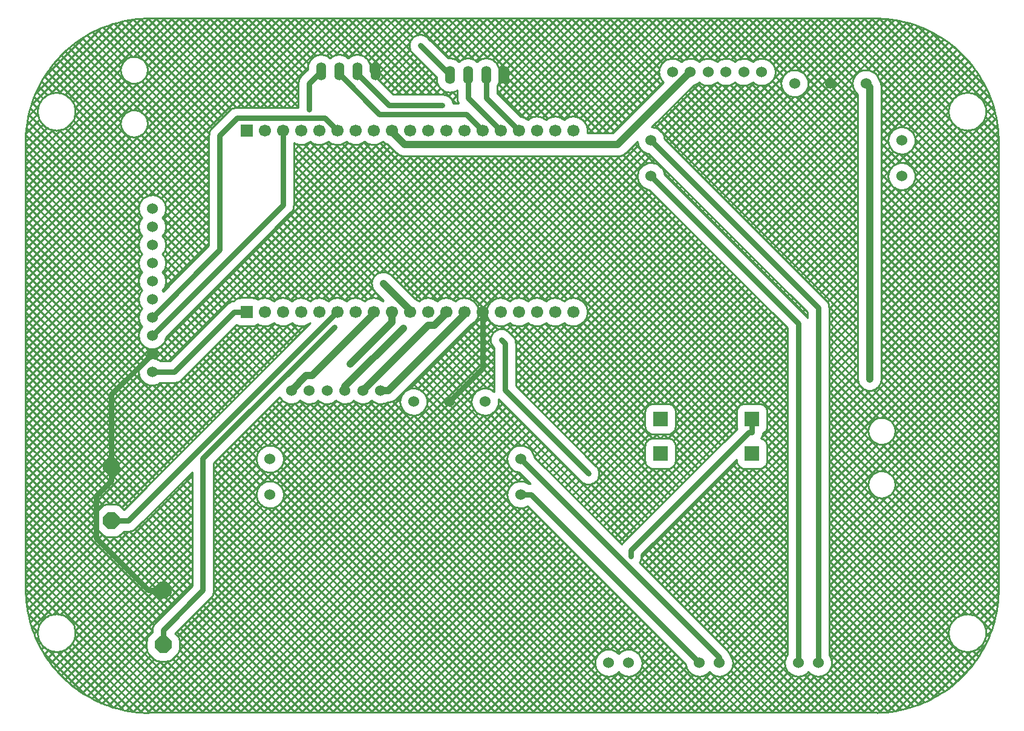
<source format=gbl>
G04 Layer: BottomLayer*
G04 EasyEDA v6.5.15, 2022-09-05 00:32:20*
G04 07c8b65852c84e1a800055945528140b,10*
G04 Gerber Generator version 0.2*
G04 Scale: 100 percent, Rotated: No, Reflected: No *
G04 Dimensions in millimeters *
G04 leading zeros omitted , absolute positions ,4 integer and 5 decimal *
%FSLAX45Y45*%
%MOMM*%

%AMMACRO1*4,1,8,-0.4859,1.1732,-1.1732,0.4859,-1.1732,-0.4859,-0.4859,-1.1732,0.4859,-1.1732,1.1732,-0.4859,1.1732,0.4859,0.4859,1.1732,-0.4859,1.1732,0*%
%ADD10C,1.0000*%
%ADD11C,0.7500*%
%ADD12C,0.2540*%
%ADD13MACRO1*%
%ADD14C,1.7000*%
%ADD15R,1.7000X1.7000*%
%ADD16C,1.5240*%
%ADD17R,2.0000X2.0000*%
%ADD18O,1.39954X2.51968*%
%ADD19C,0.6100*%
%ADD20C,0.0104*%

%LPD*%
D10*
X12582093Y5193411D02*
G01*
X12631445Y5144058D01*
X12631445Y1056589D01*
D11*
X2590800Y1155700D02*
G01*
X2900883Y1155700D01*
X3739057Y1993874D01*
D10*
X5943600Y1993900D02*
G01*
X5943600Y1846630D01*
X5362879Y1265910D01*
X10122103Y5353405D02*
G01*
X9105468Y4336770D01*
X6122263Y4336770D01*
X5943600Y4515434D01*
X5943600Y4533900D01*
D11*
X6653022Y4888382D02*
G01*
X5904509Y4888382D01*
X5461000Y5331891D01*
X5461000Y5359400D01*
X2743200Y-2667000D02*
G01*
X2743200Y-2462123D01*
X5138953Y1778228D02*
G01*
X3300196Y-60528D01*
X3300196Y-1905127D01*
X2743200Y-2462123D01*
X5181600Y1993900D02*
G01*
X5177663Y1993900D01*
X2256663Y-927100D01*
X2019300Y-927100D01*
X2590800Y1663700D02*
G01*
X4419600Y3492500D01*
X4419600Y4533900D01*
X2590800Y1917700D02*
G01*
X3535756Y2862656D01*
X3535756Y4466132D01*
X3776573Y4706950D01*
X5008549Y4706950D01*
X5181600Y4533900D01*
X5207000Y5359400D02*
G01*
X5207000Y5326354D01*
X5770118Y4763236D01*
X6984263Y4763236D01*
X7213600Y4533900D01*
X7010400Y5308600D02*
G01*
X7010400Y4991100D01*
X7467600Y4533900D01*
D10*
X4538090Y895705D02*
G01*
X4748072Y1105687D01*
X4828362Y1105687D01*
X5689600Y1966925D01*
X5689600Y1993900D01*
X5824905Y2391460D02*
G01*
X6197574Y2018792D01*
X6197574Y1993900D01*
X6197600Y1993900D01*
X5288102Y895705D02*
G01*
X5288102Y948232D01*
X6105804Y1765935D01*
X5538088Y895705D02*
G01*
X6450609Y1808226D01*
X6538849Y1808226D01*
X6705600Y1974977D01*
X6705600Y1993900D01*
X5788101Y895705D02*
G01*
X5895517Y895705D01*
X6959600Y1959787D01*
X6959600Y1993900D01*
D11*
X3911600Y1993874D02*
G01*
X3739057Y1993874D01*
X10528300Y-2921000D02*
G01*
X10528300Y-2844520D01*
X7748092Y-64312D01*
X10248900Y-2921000D02*
G01*
X7892211Y-564311D01*
X7748092Y-564311D01*
X11912600Y-2921000D02*
G01*
X11912600Y2052878D01*
X9572091Y4393387D01*
X11633200Y-2921000D02*
G01*
X11633200Y1832279D01*
X9572091Y3893388D01*
X7264400Y5308600D02*
G01*
X7264400Y4991100D01*
X7721600Y4533900D01*
X6748094Y735711D02*
G01*
X7213600Y1201216D01*
X7213600Y1993900D01*
X2743200Y-1905000D02*
G01*
X2538323Y-1905000D01*
X2590800Y1409700D02*
G01*
X2019300Y838200D01*
X2019300Y-165100D01*
X2019300Y-369976D02*
G01*
X1804390Y-584885D01*
X1804390Y-1171067D01*
X2538323Y-1905000D01*
X2019300Y-165100D02*
G01*
X2019300Y-369976D01*
X7477048Y1605000D02*
G01*
X7526959Y1555089D01*
X7526985Y1555089D01*
X7526985Y896518D01*
X8695105Y-271602D01*
X6756400Y5308600D02*
G01*
X6340398Y5724601D01*
X10985500Y307746D02*
G01*
X10938611Y307746D01*
X9287459Y-1343405D01*
X9287459Y-1426718D01*
X10985500Y495300D02*
G01*
X10985500Y307746D01*
X4785969Y4832095D02*
G01*
X4785969Y5192369D01*
X4953000Y5359400D01*
D12*
X1387820Y-3170087D02*
G01*
X1345433Y-3130444D01*
X1345433Y-3130444D02*
G01*
X1304395Y-3089406D01*
X1304395Y-3089406D02*
G01*
X1264752Y-3047019D01*
X1264752Y-3047019D02*
G01*
X1226547Y-3003332D01*
X1226547Y-3003332D02*
G01*
X1189823Y-2958393D01*
X1189823Y-2958393D02*
G01*
X1154621Y-2912251D01*
X1154621Y-2912251D02*
G01*
X1120980Y-2864959D01*
X1120980Y-2864959D02*
G01*
X1088939Y-2816569D01*
X1088939Y-2816569D02*
G01*
X1058532Y-2767136D01*
X1058532Y-2767136D02*
G01*
X1029794Y-2716714D01*
X1029794Y-2716714D02*
G01*
X1002758Y-2665360D01*
X1002758Y-2665360D02*
G01*
X977452Y-2613132D01*
X977452Y-2613132D02*
G01*
X953906Y-2560087D01*
X953906Y-2560087D02*
G01*
X932145Y-2506285D01*
X932145Y-2506285D02*
G01*
X912194Y-2451785D01*
X912194Y-2451785D02*
G01*
X894075Y-2396650D01*
X894075Y-2396650D02*
G01*
X877809Y-2340939D01*
X877809Y-2340939D02*
G01*
X863414Y-2284717D01*
X863414Y-2284717D02*
G01*
X850905Y-2228044D01*
X850905Y-2228044D02*
G01*
X840297Y-2170986D01*
X840297Y-2170986D02*
G01*
X831602Y-2113605D01*
X831602Y-2113605D02*
G01*
X824828Y-2055965D01*
X824828Y-2055965D02*
G01*
X819985Y-1998131D01*
X819985Y-1998131D02*
G01*
X817077Y-1940168D01*
X817077Y-1940168D02*
G01*
X816861Y-1927269D01*
X816861Y-1927269D02*
G01*
X816861Y4373885D01*
X816861Y4373885D02*
G01*
X816631Y4378040D01*
X816631Y4378040D02*
G01*
X815918Y4382250D01*
X815918Y4382250D02*
G01*
X814769Y4386250D01*
X814769Y4386250D02*
G01*
X813889Y4388084D01*
X813889Y4388084D02*
G01*
X814537Y4426828D01*
X814537Y4426828D02*
G01*
X817445Y4484791D01*
X817445Y4484791D02*
G01*
X822288Y4542625D01*
X822288Y4542625D02*
G01*
X829062Y4600265D01*
X829062Y4600265D02*
G01*
X837757Y4657646D01*
X837757Y4657646D02*
G01*
X848365Y4714704D01*
X848365Y4714704D02*
G01*
X860874Y4771377D01*
X860874Y4771377D02*
G01*
X875269Y4827599D01*
X875269Y4827599D02*
G01*
X891535Y4883310D01*
X891535Y4883310D02*
G01*
X909654Y4938445D01*
X909654Y4938445D02*
G01*
X929605Y4992945D01*
X929605Y4992945D02*
G01*
X951366Y5046747D01*
X951366Y5046747D02*
G01*
X974912Y5099792D01*
X974912Y5099792D02*
G01*
X1000218Y5152020D01*
X1000218Y5152020D02*
G01*
X1027254Y5203374D01*
X1027254Y5203374D02*
G01*
X1055992Y5253796D01*
X1055992Y5253796D02*
G01*
X1086399Y5303229D01*
X1086399Y5303229D02*
G01*
X1118440Y5351619D01*
X1118440Y5351619D02*
G01*
X1152081Y5398911D01*
X1152081Y5398911D02*
G01*
X1187283Y5445053D01*
X1187283Y5445053D02*
G01*
X1224007Y5489992D01*
X1224007Y5489992D02*
G01*
X1262212Y5533679D01*
X1262212Y5533679D02*
G01*
X1301855Y5576066D01*
X1301855Y5576066D02*
G01*
X1342893Y5617104D01*
X1342893Y5617104D02*
G01*
X1385280Y5656747D01*
X1385280Y5656747D02*
G01*
X1428967Y5694952D01*
X1428967Y5694952D02*
G01*
X1473906Y5731676D01*
X1473906Y5731676D02*
G01*
X1520048Y5766878D01*
X1520048Y5766878D02*
G01*
X1567340Y5800519D01*
X1567340Y5800519D02*
G01*
X1615730Y5832560D01*
X1615730Y5832560D02*
G01*
X1665163Y5862967D01*
X1665163Y5862967D02*
G01*
X1715585Y5891705D01*
X1715585Y5891705D02*
G01*
X1766939Y5918741D01*
X1766939Y5918741D02*
G01*
X1819167Y5944047D01*
X1819167Y5944047D02*
G01*
X1872212Y5967593D01*
X1872212Y5967593D02*
G01*
X1926014Y5989354D01*
X1926014Y5989354D02*
G01*
X1980514Y6009305D01*
X1980514Y6009305D02*
G01*
X2035649Y6027424D01*
X2035649Y6027424D02*
G01*
X2091360Y6043690D01*
X2091360Y6043690D02*
G01*
X2147582Y6058085D01*
X2147582Y6058085D02*
G01*
X2204255Y6070594D01*
X2204255Y6070594D02*
G01*
X2261313Y6081202D01*
X2261313Y6081202D02*
G01*
X2318694Y6089897D01*
X2318694Y6089897D02*
G01*
X2376334Y6096671D01*
X2376334Y6096671D02*
G01*
X2434168Y6101514D01*
X2434168Y6101514D02*
G01*
X2492131Y6104422D01*
X2492131Y6104422D02*
G01*
X2550788Y6105403D01*
X2550788Y6105403D02*
G01*
X2554369Y6105634D01*
X2554369Y6105634D02*
G01*
X2559136Y6106485D01*
X2559136Y6106485D02*
G01*
X2563469Y6107937D01*
X2563469Y6107937D02*
G01*
X12691798Y6107937D01*
X12691798Y6107937D02*
G01*
X12698195Y6106793D01*
X12698195Y6106793D02*
G01*
X12700641Y6106673D01*
X12700641Y6106673D02*
G01*
X12759298Y6105692D01*
X12759298Y6105692D02*
G01*
X12817261Y6102784D01*
X12817261Y6102784D02*
G01*
X12875095Y6097941D01*
X12875095Y6097941D02*
G01*
X12932735Y6091167D01*
X12932735Y6091167D02*
G01*
X12990116Y6082472D01*
X12990116Y6082472D02*
G01*
X13047174Y6071864D01*
X13047174Y6071864D02*
G01*
X13103847Y6059355D01*
X13103847Y6059355D02*
G01*
X13160069Y6044960D01*
X13160069Y6044960D02*
G01*
X13215780Y6028694D01*
X13215780Y6028694D02*
G01*
X13270915Y6010575D01*
X13270915Y6010575D02*
G01*
X13325415Y5990624D01*
X13325415Y5990624D02*
G01*
X13379217Y5968863D01*
X13379217Y5968863D02*
G01*
X13432262Y5945317D01*
X13432262Y5945317D02*
G01*
X13484490Y5920011D01*
X13484490Y5920011D02*
G01*
X13535844Y5892975D01*
X13535844Y5892975D02*
G01*
X13586266Y5864237D01*
X13586266Y5864237D02*
G01*
X13635699Y5833830D01*
X13635699Y5833830D02*
G01*
X13684089Y5801789D01*
X13684089Y5801789D02*
G01*
X13731381Y5768148D01*
X13731381Y5768148D02*
G01*
X13777523Y5732946D01*
X13777523Y5732946D02*
G01*
X13822462Y5696222D01*
X13822462Y5696222D02*
G01*
X13866149Y5658017D01*
X13866149Y5658017D02*
G01*
X13908536Y5618374D01*
X13908536Y5618374D02*
G01*
X13949574Y5577336D01*
X13949574Y5577336D02*
G01*
X13989217Y5534949D01*
X13989217Y5534949D02*
G01*
X14027422Y5491262D01*
X14027422Y5491262D02*
G01*
X14064146Y5446323D01*
X14064146Y5446323D02*
G01*
X14099348Y5400181D01*
X14099348Y5400181D02*
G01*
X14132989Y5352889D01*
X14132989Y5352889D02*
G01*
X14165030Y5304499D01*
X14165030Y5304499D02*
G01*
X14195437Y5255066D01*
X14195437Y5255066D02*
G01*
X14224175Y5204644D01*
X14224175Y5204644D02*
G01*
X14251211Y5153290D01*
X14251211Y5153290D02*
G01*
X14276517Y5101062D01*
X14276517Y5101062D02*
G01*
X14300063Y5048017D01*
X14300063Y5048017D02*
G01*
X14321824Y4994215D01*
X14321824Y4994215D02*
G01*
X14341775Y4939715D01*
X14341775Y4939715D02*
G01*
X14359894Y4884580D01*
X14359894Y4884580D02*
G01*
X14376160Y4828869D01*
X14376160Y4828869D02*
G01*
X14390555Y4772647D01*
X14390555Y4772647D02*
G01*
X14403064Y4715974D01*
X14403064Y4715974D02*
G01*
X14413672Y4658916D01*
X14413672Y4658916D02*
G01*
X14422367Y4601535D01*
X14422367Y4601535D02*
G01*
X14429141Y4543895D01*
X14429141Y4543895D02*
G01*
X14433984Y4486061D01*
X14433984Y4486061D02*
G01*
X14436892Y4428098D01*
X14436892Y4428098D02*
G01*
X14437873Y4369441D01*
X14437873Y4369441D02*
G01*
X14438104Y4365860D01*
X14438104Y4365860D02*
G01*
X14439138Y4360598D01*
X14439138Y4360598D02*
G01*
X14439138Y-1871398D01*
X14439138Y-1871398D02*
G01*
X14438104Y-1876660D01*
X14438104Y-1876660D02*
G01*
X14437873Y-1880241D01*
X14437873Y-1880241D02*
G01*
X14436892Y-1938898D01*
X14436892Y-1938898D02*
G01*
X14433984Y-1996861D01*
X14433984Y-1996861D02*
G01*
X14429141Y-2054695D01*
X14429141Y-2054695D02*
G01*
X14422367Y-2112335D01*
X14422367Y-2112335D02*
G01*
X14413672Y-2169716D01*
X14413672Y-2169716D02*
G01*
X14403064Y-2226774D01*
X14403064Y-2226774D02*
G01*
X14390555Y-2283447D01*
X14390555Y-2283447D02*
G01*
X14376160Y-2339669D01*
X14376160Y-2339669D02*
G01*
X14359894Y-2395380D01*
X14359894Y-2395380D02*
G01*
X14341775Y-2450515D01*
X14341775Y-2450515D02*
G01*
X14321824Y-2505015D01*
X14321824Y-2505015D02*
G01*
X14300063Y-2558817D01*
X14300063Y-2558817D02*
G01*
X14276517Y-2611862D01*
X14276517Y-2611862D02*
G01*
X14251211Y-2664090D01*
X14251211Y-2664090D02*
G01*
X14224175Y-2715444D01*
X14224175Y-2715444D02*
G01*
X14195437Y-2765866D01*
X14195437Y-2765866D02*
G01*
X14165030Y-2815299D01*
X14165030Y-2815299D02*
G01*
X14132989Y-2863689D01*
X14132989Y-2863689D02*
G01*
X14099348Y-2910981D01*
X14099348Y-2910981D02*
G01*
X14064146Y-2957123D01*
X14064146Y-2957123D02*
G01*
X14027422Y-3002062D01*
X14027422Y-3002062D02*
G01*
X13989217Y-3045749D01*
X13989217Y-3045749D02*
G01*
X13949574Y-3088136D01*
X13949574Y-3088136D02*
G01*
X13908536Y-3129174D01*
X13908536Y-3129174D02*
G01*
X13866149Y-3168817D01*
X13866149Y-3168817D02*
G01*
X13822462Y-3207022D01*
X13822462Y-3207022D02*
G01*
X13777523Y-3243746D01*
X13777523Y-3243746D02*
G01*
X13731381Y-3278948D01*
X13731381Y-3278948D02*
G01*
X13684089Y-3312589D01*
X13684089Y-3312589D02*
G01*
X13635699Y-3344630D01*
X13635699Y-3344630D02*
G01*
X13586266Y-3375037D01*
X13586266Y-3375037D02*
G01*
X13535844Y-3403775D01*
X13535844Y-3403775D02*
G01*
X13484490Y-3430811D01*
X13484490Y-3430811D02*
G01*
X13432262Y-3456117D01*
X13432262Y-3456117D02*
G01*
X13379217Y-3479663D01*
X13379217Y-3479663D02*
G01*
X13325415Y-3501424D01*
X13325415Y-3501424D02*
G01*
X13270915Y-3521375D01*
X13270915Y-3521375D02*
G01*
X13215780Y-3539494D01*
X13215780Y-3539494D02*
G01*
X13160069Y-3555760D01*
X13160069Y-3555760D02*
G01*
X13103847Y-3570155D01*
X13103847Y-3570155D02*
G01*
X13047174Y-3582664D01*
X13047174Y-3582664D02*
G01*
X12990116Y-3593272D01*
X12990116Y-3593272D02*
G01*
X12932735Y-3601967D01*
X12932735Y-3601967D02*
G01*
X12875095Y-3608741D01*
X12875095Y-3608741D02*
G01*
X12817261Y-3613584D01*
X12817261Y-3613584D02*
G01*
X12759298Y-3616492D01*
X12759298Y-3616492D02*
G01*
X12738254Y-3616844D01*
X12738254Y-3616844D02*
G01*
X12733764Y-3615273D01*
X12733764Y-3615273D02*
G01*
X12725400Y-3614331D01*
X12725400Y-3614331D02*
G01*
X2549994Y-3614331D01*
X2549994Y-3614331D02*
G01*
X2541629Y-3615273D01*
X2541629Y-3615273D02*
G01*
X2533124Y-3618405D01*
X2533124Y-3618405D02*
G01*
X2494671Y-3617762D01*
X2494671Y-3617762D02*
G01*
X2436708Y-3614854D01*
X2436708Y-3614854D02*
G01*
X2378874Y-3610011D01*
X2378874Y-3610011D02*
G01*
X2321234Y-3603237D01*
X2321234Y-3603237D02*
G01*
X2263853Y-3594542D01*
X2263853Y-3594542D02*
G01*
X2206795Y-3583934D01*
X2206795Y-3583934D02*
G01*
X2150122Y-3571425D01*
X2150122Y-3571425D02*
G01*
X2093900Y-3557030D01*
X2093900Y-3557030D02*
G01*
X2038189Y-3540764D01*
X2038189Y-3540764D02*
G01*
X1983054Y-3522645D01*
X1983054Y-3522645D02*
G01*
X1928554Y-3502694D01*
X1928554Y-3502694D02*
G01*
X1874752Y-3480933D01*
X1874752Y-3480933D02*
G01*
X1821707Y-3457387D01*
X1821707Y-3457387D02*
G01*
X1769479Y-3432081D01*
X1769479Y-3432081D02*
G01*
X1718125Y-3405045D01*
X1718125Y-3405045D02*
G01*
X1667703Y-3376307D01*
X1667703Y-3376307D02*
G01*
X1618270Y-3345900D01*
X1618270Y-3345900D02*
G01*
X1569880Y-3313859D01*
X1569880Y-3313859D02*
G01*
X1522588Y-3280218D01*
X1522588Y-3280218D02*
G01*
X1476446Y-3245016D01*
X1476446Y-3245016D02*
G01*
X1431507Y-3208292D01*
X1431507Y-3208292D02*
G01*
X1387820Y-3170087D01*
X2448339Y1538494D02*
G01*
X2461967Y1524510D01*
X2461967Y1524510D02*
G01*
X2476962Y1512001D01*
X2476962Y1512001D02*
G01*
X2493163Y1501100D01*
X2493163Y1501100D02*
G01*
X2510399Y1491922D01*
X2510399Y1491922D02*
G01*
X2528487Y1484566D01*
X2528487Y1484566D02*
G01*
X2547236Y1479108D01*
X2547236Y1479108D02*
G01*
X2566447Y1475608D01*
X2566447Y1475608D02*
G01*
X2585916Y1474101D01*
X2585916Y1474101D02*
G01*
X2605437Y1474603D01*
X2605437Y1474603D02*
G01*
X2624802Y1477111D01*
X2624802Y1477111D02*
G01*
X2643807Y1481596D01*
X2643807Y1481596D02*
G01*
X2662250Y1488011D01*
X2662250Y1488011D02*
G01*
X2679936Y1496289D01*
X2679936Y1496289D02*
G01*
X2696677Y1506341D01*
X2696677Y1506341D02*
G01*
X2712296Y1518062D01*
X2712296Y1518062D02*
G01*
X2726626Y1531326D01*
X2726626Y1531326D02*
G01*
X2739517Y1545994D01*
X2739517Y1545994D02*
G01*
X2750831Y1561909D01*
X2750831Y1561909D02*
G01*
X2760450Y1578903D01*
X2760450Y1578903D02*
G01*
X2768269Y1596796D01*
X2768269Y1596796D02*
G01*
X2774208Y1615398D01*
X2774208Y1615398D02*
G01*
X2778202Y1634512D01*
X2778202Y1634512D02*
G01*
X2778559Y1637966D01*
X2778559Y1637966D02*
G01*
X4526346Y3385753D01*
X4526346Y3385753D02*
G01*
X4537627Y3398376D01*
X4537627Y3398376D02*
G01*
X4547423Y3412183D01*
X4547423Y3412183D02*
G01*
X4555612Y3427000D01*
X4555612Y3427000D02*
G01*
X4562090Y3442640D01*
X4562090Y3442640D02*
G01*
X4566777Y3458907D01*
X4566777Y3458907D02*
G01*
X4569613Y3475597D01*
X4569613Y3475597D02*
G01*
X4570562Y3492500D01*
X4570562Y3492500D02*
G01*
X4570562Y4364502D01*
X4570562Y4364502D02*
G01*
X4583046Y4357294D01*
X4583046Y4357294D02*
G01*
X4601081Y4349157D01*
X4601081Y4349157D02*
G01*
X4619835Y4342855D01*
X4619835Y4342855D02*
G01*
X4639124Y4338453D01*
X4639124Y4338453D02*
G01*
X4658756Y4335993D01*
X4658756Y4335993D02*
G01*
X4678534Y4335500D01*
X4678534Y4335500D02*
G01*
X4698264Y4336978D01*
X4698264Y4336978D02*
G01*
X4717749Y4340414D01*
X4717749Y4340414D02*
G01*
X4736794Y4345772D01*
X4736794Y4345772D02*
G01*
X4755211Y4353000D01*
X4755211Y4353000D02*
G01*
X4772817Y4362027D01*
X4772817Y4362027D02*
G01*
X4789437Y4372761D01*
X4789437Y4372761D02*
G01*
X4800564Y4381634D01*
X4800564Y4381634D02*
G01*
X4803848Y4378736D01*
X4803848Y4378736D02*
G01*
X4819912Y4367187D01*
X4819912Y4367187D02*
G01*
X4837046Y4357294D01*
X4837046Y4357294D02*
G01*
X4855081Y4349157D01*
X4855081Y4349157D02*
G01*
X4873835Y4342855D01*
X4873835Y4342855D02*
G01*
X4893124Y4338453D01*
X4893124Y4338453D02*
G01*
X4912756Y4335993D01*
X4912756Y4335993D02*
G01*
X4932534Y4335500D01*
X4932534Y4335500D02*
G01*
X4952264Y4336978D01*
X4952264Y4336978D02*
G01*
X4971749Y4340414D01*
X4971749Y4340414D02*
G01*
X4990794Y4345772D01*
X4990794Y4345772D02*
G01*
X5009211Y4353000D01*
X5009211Y4353000D02*
G01*
X5026817Y4362027D01*
X5026817Y4362027D02*
G01*
X5043437Y4372761D01*
X5043437Y4372761D02*
G01*
X5054564Y4381634D01*
X5054564Y4381634D02*
G01*
X5057848Y4378736D01*
X5057848Y4378736D02*
G01*
X5073912Y4367187D01*
X5073912Y4367187D02*
G01*
X5091046Y4357294D01*
X5091046Y4357294D02*
G01*
X5109081Y4349157D01*
X5109081Y4349157D02*
G01*
X5127835Y4342855D01*
X5127835Y4342855D02*
G01*
X5147124Y4338453D01*
X5147124Y4338453D02*
G01*
X5166756Y4335993D01*
X5166756Y4335993D02*
G01*
X5186534Y4335500D01*
X5186534Y4335500D02*
G01*
X5206264Y4336978D01*
X5206264Y4336978D02*
G01*
X5225749Y4340414D01*
X5225749Y4340414D02*
G01*
X5244794Y4345772D01*
X5244794Y4345772D02*
G01*
X5263211Y4353000D01*
X5263211Y4353000D02*
G01*
X5280817Y4362027D01*
X5280817Y4362027D02*
G01*
X5297437Y4372761D01*
X5297437Y4372761D02*
G01*
X5308564Y4381634D01*
X5308564Y4381634D02*
G01*
X5311848Y4378736D01*
X5311848Y4378736D02*
G01*
X5327912Y4367187D01*
X5327912Y4367187D02*
G01*
X5345046Y4357294D01*
X5345046Y4357294D02*
G01*
X5363081Y4349157D01*
X5363081Y4349157D02*
G01*
X5381835Y4342855D01*
X5381835Y4342855D02*
G01*
X5401124Y4338453D01*
X5401124Y4338453D02*
G01*
X5420756Y4335993D01*
X5420756Y4335993D02*
G01*
X5440534Y4335500D01*
X5440534Y4335500D02*
G01*
X5460264Y4336978D01*
X5460264Y4336978D02*
G01*
X5479749Y4340414D01*
X5479749Y4340414D02*
G01*
X5498794Y4345772D01*
X5498794Y4345772D02*
G01*
X5517211Y4353000D01*
X5517211Y4353000D02*
G01*
X5534818Y4362027D01*
X5534818Y4362027D02*
G01*
X5551437Y4372761D01*
X5551437Y4372761D02*
G01*
X5562564Y4381634D01*
X5562564Y4381634D02*
G01*
X5565848Y4378736D01*
X5565848Y4378736D02*
G01*
X5581912Y4367187D01*
X5581912Y4367187D02*
G01*
X5599046Y4357294D01*
X5599046Y4357294D02*
G01*
X5617081Y4349157D01*
X5617081Y4349157D02*
G01*
X5635835Y4342855D01*
X5635835Y4342855D02*
G01*
X5655124Y4338453D01*
X5655124Y4338453D02*
G01*
X5674756Y4335993D01*
X5674756Y4335993D02*
G01*
X5694534Y4335500D01*
X5694534Y4335500D02*
G01*
X5714264Y4336978D01*
X5714264Y4336978D02*
G01*
X5733749Y4340414D01*
X5733749Y4340414D02*
G01*
X5752794Y4345772D01*
X5752794Y4345772D02*
G01*
X5771211Y4353000D01*
X5771211Y4353000D02*
G01*
X5788817Y4362027D01*
X5788817Y4362027D02*
G01*
X5805437Y4372761D01*
X5805437Y4372761D02*
G01*
X5816564Y4381634D01*
X5816564Y4381634D02*
G01*
X5819848Y4378736D01*
X5819848Y4378736D02*
G01*
X5835912Y4367187D01*
X5835912Y4367187D02*
G01*
X5853046Y4357294D01*
X5853046Y4357294D02*
G01*
X5871081Y4349157D01*
X5871081Y4349157D02*
G01*
X5882565Y4345298D01*
X5882565Y4345298D02*
G01*
X6006678Y4221185D01*
X6006678Y4221185D02*
G01*
X6009851Y4218098D01*
X6009851Y4218098D02*
G01*
X6019853Y4209366D01*
X6019853Y4209366D02*
G01*
X6023340Y4206639D01*
X6023340Y4206639D02*
G01*
X6034228Y4199040D01*
X6034228Y4199040D02*
G01*
X6037990Y4196707D01*
X6037990Y4196707D02*
G01*
X6049635Y4190329D01*
X6049635Y4190329D02*
G01*
X6053627Y4188416D01*
X6053627Y4188416D02*
G01*
X6065894Y4183335D01*
X6065894Y4183335D02*
G01*
X6070070Y4181865D01*
X6070070Y4181865D02*
G01*
X6082814Y4178140D01*
X6082814Y4178140D02*
G01*
X6087124Y4177130D01*
X6087124Y4177130D02*
G01*
X6100196Y4174805D01*
X6100196Y4174805D02*
G01*
X6104590Y4174267D01*
X6104590Y4174267D02*
G01*
X6117837Y4173368D01*
X6117837Y4173368D02*
G01*
X6122263Y4173308D01*
X6122263Y4173308D02*
G01*
X9105468Y4173308D01*
X9105468Y4173308D02*
G01*
X9109894Y4173368D01*
X9109894Y4173368D02*
G01*
X9123141Y4174267D01*
X9123141Y4174267D02*
G01*
X9127535Y4174805D01*
X9127535Y4174805D02*
G01*
X9140607Y4177130D01*
X9140607Y4177130D02*
G01*
X9144917Y4178140D01*
X9144917Y4178140D02*
G01*
X9157661Y4181865D01*
X9157661Y4181865D02*
G01*
X9161837Y4183335D01*
X9161837Y4183335D02*
G01*
X9174104Y4188416D01*
X9174104Y4188416D02*
G01*
X9178096Y4190329D01*
X9178096Y4190329D02*
G01*
X9189741Y4196707D01*
X9189741Y4196707D02*
G01*
X9193503Y4199040D01*
X9193503Y4199040D02*
G01*
X9204391Y4206639D01*
X9204391Y4206639D02*
G01*
X9207878Y4209366D01*
X9207878Y4209366D02*
G01*
X9217880Y4218098D01*
X9217880Y4218098D02*
G01*
X9221053Y4221185D01*
X9221053Y4221185D02*
G01*
X9382765Y4382897D01*
X9382765Y4382897D02*
G01*
X9384696Y4364212D01*
X9384696Y4364212D02*
G01*
X9388690Y4345098D01*
X9388690Y4345098D02*
G01*
X9394629Y4326496D01*
X9394629Y4326496D02*
G01*
X9402449Y4308603D01*
X9402449Y4308603D02*
G01*
X9412067Y4291609D01*
X9412067Y4291609D02*
G01*
X9423381Y4275694D01*
X9423381Y4275694D02*
G01*
X9436272Y4261026D01*
X9436272Y4261026D02*
G01*
X9450603Y4247762D01*
X9450603Y4247762D02*
G01*
X9466221Y4236041D01*
X9466221Y4236041D02*
G01*
X9482962Y4225989D01*
X9482962Y4225989D02*
G01*
X9500648Y4217711D01*
X9500648Y4217711D02*
G01*
X9519091Y4211296D01*
X9519091Y4211296D02*
G01*
X9538096Y4206810D01*
X9538096Y4206810D02*
G01*
X9546227Y4205758D01*
X9546227Y4205758D02*
G01*
X11761637Y1990348D01*
X11761637Y1990348D02*
G01*
X11761637Y1911485D01*
X11761637Y1911485D02*
G01*
X11761023Y1912596D01*
X11761023Y1912596D02*
G01*
X11751227Y1926403D01*
X11751227Y1926403D02*
G01*
X11739946Y1939026D01*
X11739946Y1939026D02*
G01*
X9759775Y3919197D01*
X9759775Y3919197D02*
G01*
X9757750Y3932196D01*
X9757750Y3932196D02*
G01*
X9752777Y3951079D01*
X9752777Y3951079D02*
G01*
X9745889Y3969351D01*
X9745889Y3969351D02*
G01*
X9737159Y3986818D01*
X9737159Y3986818D02*
G01*
X9726679Y4003295D01*
X9726679Y4003295D02*
G01*
X9714560Y4018606D01*
X9714560Y4018606D02*
G01*
X9700931Y4032590D01*
X9700931Y4032590D02*
G01*
X9685936Y4045099D01*
X9685936Y4045099D02*
G01*
X9669735Y4056000D01*
X9669735Y4056000D02*
G01*
X9652499Y4065178D01*
X9652499Y4065178D02*
G01*
X9634411Y4072534D01*
X9634411Y4072534D02*
G01*
X9615662Y4077992D01*
X9615662Y4077992D02*
G01*
X9596451Y4081492D01*
X9596451Y4081492D02*
G01*
X9576982Y4082999D01*
X9576982Y4082999D02*
G01*
X9557461Y4082497D01*
X9557461Y4082497D02*
G01*
X9538096Y4079989D01*
X9538096Y4079989D02*
G01*
X9519091Y4075504D01*
X9519091Y4075504D02*
G01*
X9500648Y4069089D01*
X9500648Y4069089D02*
G01*
X9482962Y4060811D01*
X9482962Y4060811D02*
G01*
X9466221Y4050758D01*
X9466221Y4050758D02*
G01*
X9450603Y4039038D01*
X9450603Y4039038D02*
G01*
X9436272Y4025774D01*
X9436272Y4025774D02*
G01*
X9423381Y4011106D01*
X9423381Y4011106D02*
G01*
X9412067Y3995191D01*
X9412067Y3995191D02*
G01*
X9402449Y3978197D01*
X9402449Y3978197D02*
G01*
X9394629Y3960304D01*
X9394629Y3960304D02*
G01*
X9388690Y3941702D01*
X9388690Y3941702D02*
G01*
X9384696Y3922588D01*
X9384696Y3922588D02*
G01*
X9382688Y3903164D01*
X9382688Y3903164D02*
G01*
X9382688Y3883637D01*
X9382688Y3883637D02*
G01*
X9384696Y3864213D01*
X9384696Y3864213D02*
G01*
X9388690Y3845099D01*
X9388690Y3845099D02*
G01*
X9394629Y3826497D01*
X9394629Y3826497D02*
G01*
X9402449Y3808604D01*
X9402449Y3808604D02*
G01*
X9412067Y3791610D01*
X9412067Y3791610D02*
G01*
X9423381Y3775695D01*
X9423381Y3775695D02*
G01*
X9436272Y3761027D01*
X9436272Y3761027D02*
G01*
X9450603Y3747763D01*
X9450603Y3747763D02*
G01*
X9466221Y3736042D01*
X9466221Y3736042D02*
G01*
X9482962Y3725990D01*
X9482962Y3725990D02*
G01*
X9500648Y3717712D01*
X9500648Y3717712D02*
G01*
X9519091Y3711297D01*
X9519091Y3711297D02*
G01*
X9538096Y3706811D01*
X9538096Y3706811D02*
G01*
X9546227Y3705759D01*
X9546227Y3705759D02*
G01*
X11482237Y1769749D01*
X11482237Y1769749D02*
G01*
X11482237Y-2806274D01*
X11482237Y-2806274D02*
G01*
X11481501Y-2807157D01*
X11481501Y-2807157D02*
G01*
X11470600Y-2823358D01*
X11470600Y-2823358D02*
G01*
X11461422Y-2840594D01*
X11461422Y-2840594D02*
G01*
X11454066Y-2858682D01*
X11454066Y-2858682D02*
G01*
X11448608Y-2877431D01*
X11448608Y-2877431D02*
G01*
X11445108Y-2896642D01*
X11445108Y-2896642D02*
G01*
X11443601Y-2916111D01*
X11443601Y-2916111D02*
G01*
X11444103Y-2935632D01*
X11444103Y-2935632D02*
G01*
X11446611Y-2954997D01*
X11446611Y-2954997D02*
G01*
X11451096Y-2974002D01*
X11451096Y-2974002D02*
G01*
X11457511Y-2992445D01*
X11457511Y-2992445D02*
G01*
X11465789Y-3010131D01*
X11465789Y-3010131D02*
G01*
X11475841Y-3026872D01*
X11475841Y-3026872D02*
G01*
X11487562Y-3042490D01*
X11487562Y-3042490D02*
G01*
X11500826Y-3056821D01*
X11500826Y-3056821D02*
G01*
X11515494Y-3069712D01*
X11515494Y-3069712D02*
G01*
X11531409Y-3081026D01*
X11531409Y-3081026D02*
G01*
X11548403Y-3090645D01*
X11548403Y-3090645D02*
G01*
X11566296Y-3098464D01*
X11566296Y-3098464D02*
G01*
X11584898Y-3104403D01*
X11584898Y-3104403D02*
G01*
X11604012Y-3108397D01*
X11604012Y-3108397D02*
G01*
X11623436Y-3110405D01*
X11623436Y-3110405D02*
G01*
X11642963Y-3110405D01*
X11642963Y-3110405D02*
G01*
X11662387Y-3108397D01*
X11662387Y-3108397D02*
G01*
X11681501Y-3104403D01*
X11681501Y-3104403D02*
G01*
X11700103Y-3098464D01*
X11700103Y-3098464D02*
G01*
X11717996Y-3090645D01*
X11717996Y-3090645D02*
G01*
X11734990Y-3081026D01*
X11734990Y-3081026D02*
G01*
X11750905Y-3069712D01*
X11750905Y-3069712D02*
G01*
X11765573Y-3056821D01*
X11765573Y-3056821D02*
G01*
X11772900Y-3048906D01*
X11772900Y-3048906D02*
G01*
X11780226Y-3056821D01*
X11780226Y-3056821D02*
G01*
X11794894Y-3069712D01*
X11794894Y-3069712D02*
G01*
X11810809Y-3081026D01*
X11810809Y-3081026D02*
G01*
X11827803Y-3090645D01*
X11827803Y-3090645D02*
G01*
X11845696Y-3098464D01*
X11845696Y-3098464D02*
G01*
X11864298Y-3104403D01*
X11864298Y-3104403D02*
G01*
X11883412Y-3108397D01*
X11883412Y-3108397D02*
G01*
X11902836Y-3110405D01*
X11902836Y-3110405D02*
G01*
X11922363Y-3110405D01*
X11922363Y-3110405D02*
G01*
X11941787Y-3108397D01*
X11941787Y-3108397D02*
G01*
X11960901Y-3104403D01*
X11960901Y-3104403D02*
G01*
X11979503Y-3098464D01*
X11979503Y-3098464D02*
G01*
X11997396Y-3090645D01*
X11997396Y-3090645D02*
G01*
X12014390Y-3081026D01*
X12014390Y-3081026D02*
G01*
X12030305Y-3069712D01*
X12030305Y-3069712D02*
G01*
X12044973Y-3056821D01*
X12044973Y-3056821D02*
G01*
X12058237Y-3042490D01*
X12058237Y-3042490D02*
G01*
X12069958Y-3026872D01*
X12069958Y-3026872D02*
G01*
X12080010Y-3010131D01*
X12080010Y-3010131D02*
G01*
X12088288Y-2992445D01*
X12088288Y-2992445D02*
G01*
X12094703Y-2974002D01*
X12094703Y-2974002D02*
G01*
X12099188Y-2954997D01*
X12099188Y-2954997D02*
G01*
X12101696Y-2935632D01*
X12101696Y-2935632D02*
G01*
X12102198Y-2916111D01*
X12102198Y-2916111D02*
G01*
X12100691Y-2896642D01*
X12100691Y-2896642D02*
G01*
X12097191Y-2877431D01*
X12097191Y-2877431D02*
G01*
X12091733Y-2858682D01*
X12091733Y-2858682D02*
G01*
X12084377Y-2840594D01*
X12084377Y-2840594D02*
G01*
X12075199Y-2823358D01*
X12075199Y-2823358D02*
G01*
X12064298Y-2807157D01*
X12064298Y-2807157D02*
G01*
X12063562Y-2806274D01*
X12063562Y-2806274D02*
G01*
X12063562Y2052878D01*
X12063562Y2052878D02*
G01*
X12062613Y2069781D01*
X12062613Y2069781D02*
G01*
X12059777Y2086471D01*
X12059777Y2086471D02*
G01*
X12055090Y2102738D01*
X12055090Y2102738D02*
G01*
X12048612Y2118378D01*
X12048612Y2118378D02*
G01*
X12040423Y2133195D01*
X12040423Y2133195D02*
G01*
X12030627Y2147002D01*
X12030627Y2147002D02*
G01*
X12019346Y2159625D01*
X12019346Y2159625D02*
G01*
X9759775Y4419196D01*
X9759775Y4419196D02*
G01*
X9757750Y4432195D01*
X9757750Y4432195D02*
G01*
X9752777Y4451078D01*
X9752777Y4451078D02*
G01*
X9745889Y4469350D01*
X9745889Y4469350D02*
G01*
X9737159Y4486817D01*
X9737159Y4486817D02*
G01*
X9726679Y4503294D01*
X9726679Y4503294D02*
G01*
X9714560Y4518605D01*
X9714560Y4518605D02*
G01*
X9700931Y4532589D01*
X9700931Y4532589D02*
G01*
X9685936Y4545098D01*
X9685936Y4545098D02*
G01*
X9669735Y4555999D01*
X9669735Y4555999D02*
G01*
X9652499Y4565177D01*
X9652499Y4565177D02*
G01*
X9634411Y4572533D01*
X9634411Y4572533D02*
G01*
X9615662Y4577991D01*
X9615662Y4577991D02*
G01*
X9596451Y4581491D01*
X9596451Y4581491D02*
G01*
X9582443Y4582576D01*
X9582443Y4582576D02*
G01*
X10169914Y5170046D01*
X10169914Y5170046D02*
G01*
X10184412Y5174267D01*
X10184412Y5174267D02*
G01*
X10202501Y5181623D01*
X10202501Y5181623D02*
G01*
X10219737Y5190800D01*
X10219737Y5190800D02*
G01*
X10235938Y5201701D01*
X10235938Y5201701D02*
G01*
X10247096Y5211009D01*
X10247096Y5211009D02*
G01*
X10250604Y5207763D01*
X10250604Y5207763D02*
G01*
X10266222Y5196042D01*
X10266222Y5196042D02*
G01*
X10282963Y5185990D01*
X10282963Y5185990D02*
G01*
X10300649Y5177712D01*
X10300649Y5177712D02*
G01*
X10319092Y5171296D01*
X10319092Y5171296D02*
G01*
X10338097Y5166811D01*
X10338097Y5166811D02*
G01*
X10357462Y5164304D01*
X10357462Y5164304D02*
G01*
X10376983Y5163801D01*
X10376983Y5163801D02*
G01*
X10396452Y5165308D01*
X10396452Y5165308D02*
G01*
X10415663Y5168809D01*
X10415663Y5168809D02*
G01*
X10434412Y5174267D01*
X10434412Y5174267D02*
G01*
X10452500Y5181623D01*
X10452500Y5181623D02*
G01*
X10469736Y5190800D01*
X10469736Y5190800D02*
G01*
X10485937Y5201701D01*
X10485937Y5201701D02*
G01*
X10497095Y5211009D01*
X10497095Y5211009D02*
G01*
X10500603Y5207763D01*
X10500603Y5207763D02*
G01*
X10516222Y5196042D01*
X10516222Y5196042D02*
G01*
X10532962Y5185990D01*
X10532962Y5185990D02*
G01*
X10550648Y5177712D01*
X10550648Y5177712D02*
G01*
X10569091Y5171296D01*
X10569091Y5171296D02*
G01*
X10588096Y5166811D01*
X10588096Y5166811D02*
G01*
X10607462Y5164304D01*
X10607462Y5164304D02*
G01*
X10626983Y5163801D01*
X10626983Y5163801D02*
G01*
X10646451Y5165308D01*
X10646451Y5165308D02*
G01*
X10665662Y5168809D01*
X10665662Y5168809D02*
G01*
X10684411Y5174267D01*
X10684411Y5174267D02*
G01*
X10702500Y5181623D01*
X10702500Y5181623D02*
G01*
X10719736Y5190800D01*
X10719736Y5190800D02*
G01*
X10735937Y5201701D01*
X10735937Y5201701D02*
G01*
X10747095Y5211009D01*
X10747095Y5211009D02*
G01*
X10750603Y5207763D01*
X10750603Y5207763D02*
G01*
X10766221Y5196042D01*
X10766221Y5196042D02*
G01*
X10782962Y5185990D01*
X10782962Y5185990D02*
G01*
X10800648Y5177712D01*
X10800648Y5177712D02*
G01*
X10819091Y5171296D01*
X10819091Y5171296D02*
G01*
X10838096Y5166811D01*
X10838096Y5166811D02*
G01*
X10857461Y5164304D01*
X10857461Y5164304D02*
G01*
X10876982Y5163801D01*
X10876982Y5163801D02*
G01*
X10896451Y5165308D01*
X10896451Y5165308D02*
G01*
X10915662Y5168809D01*
X10915662Y5168809D02*
G01*
X10934411Y5174267D01*
X10934411Y5174267D02*
G01*
X10952499Y5181623D01*
X10952499Y5181623D02*
G01*
X10969735Y5190800D01*
X10969735Y5190800D02*
G01*
X10985936Y5201701D01*
X10985936Y5201701D02*
G01*
X10997096Y5211010D01*
X10997096Y5211010D02*
G01*
X11000605Y5207763D01*
X11000605Y5207763D02*
G01*
X11016223Y5196042D01*
X11016223Y5196042D02*
G01*
X11032964Y5185990D01*
X11032964Y5185990D02*
G01*
X11050650Y5177712D01*
X11050650Y5177712D02*
G01*
X11069093Y5171296D01*
X11069093Y5171296D02*
G01*
X11088098Y5166811D01*
X11088098Y5166811D02*
G01*
X11107463Y5164304D01*
X11107463Y5164304D02*
G01*
X11126984Y5163801D01*
X11126984Y5163801D02*
G01*
X11146453Y5165308D01*
X11146453Y5165308D02*
G01*
X11165664Y5168809D01*
X11165664Y5168809D02*
G01*
X11184413Y5174267D01*
X11184413Y5174267D02*
G01*
X11202501Y5181623D01*
X11202501Y5181623D02*
G01*
X11219737Y5190800D01*
X11219737Y5190800D02*
G01*
X11235938Y5201701D01*
X11235938Y5201701D02*
G01*
X11250933Y5214210D01*
X11250933Y5214210D02*
G01*
X11264562Y5228194D01*
X11264562Y5228194D02*
G01*
X11276681Y5243506D01*
X11276681Y5243506D02*
G01*
X11287161Y5259982D01*
X11287161Y5259982D02*
G01*
X11295891Y5277449D01*
X11295891Y5277449D02*
G01*
X11302779Y5295721D01*
X11302779Y5295721D02*
G01*
X11307752Y5314604D01*
X11307752Y5314604D02*
G01*
X11310757Y5333899D01*
X11310757Y5333899D02*
G01*
X11311763Y5353400D01*
X11311763Y5353400D02*
G01*
X11310757Y5372901D01*
X11310757Y5372901D02*
G01*
X11307752Y5392196D01*
X11307752Y5392196D02*
G01*
X11302779Y5411079D01*
X11302779Y5411079D02*
G01*
X11295891Y5429351D01*
X11295891Y5429351D02*
G01*
X11287161Y5446818D01*
X11287161Y5446818D02*
G01*
X11276681Y5463294D01*
X11276681Y5463294D02*
G01*
X11264562Y5478606D01*
X11264562Y5478606D02*
G01*
X11250933Y5492590D01*
X11250933Y5492590D02*
G01*
X11235938Y5505099D01*
X11235938Y5505099D02*
G01*
X11219737Y5516000D01*
X11219737Y5516000D02*
G01*
X11202501Y5525177D01*
X11202501Y5525177D02*
G01*
X11184413Y5532534D01*
X11184413Y5532534D02*
G01*
X11165664Y5537991D01*
X11165664Y5537991D02*
G01*
X11146453Y5541492D01*
X11146453Y5541492D02*
G01*
X11126984Y5542999D01*
X11126984Y5542999D02*
G01*
X11107463Y5542496D01*
X11107463Y5542496D02*
G01*
X11088098Y5539989D01*
X11088098Y5539989D02*
G01*
X11069093Y5535504D01*
X11069093Y5535504D02*
G01*
X11050650Y5529088D01*
X11050650Y5529088D02*
G01*
X11032964Y5520810D01*
X11032964Y5520810D02*
G01*
X11016223Y5510758D01*
X11016223Y5510758D02*
G01*
X11000605Y5499038D01*
X11000605Y5499038D02*
G01*
X10997096Y5495790D01*
X10997096Y5495790D02*
G01*
X10985936Y5505099D01*
X10985936Y5505099D02*
G01*
X10969735Y5516000D01*
X10969735Y5516000D02*
G01*
X10952499Y5525177D01*
X10952499Y5525177D02*
G01*
X10934411Y5532534D01*
X10934411Y5532534D02*
G01*
X10915662Y5537991D01*
X10915662Y5537991D02*
G01*
X10896451Y5541492D01*
X10896451Y5541492D02*
G01*
X10876982Y5542999D01*
X10876982Y5542999D02*
G01*
X10857461Y5542496D01*
X10857461Y5542496D02*
G01*
X10838096Y5539989D01*
X10838096Y5539989D02*
G01*
X10819091Y5535504D01*
X10819091Y5535504D02*
G01*
X10800648Y5529088D01*
X10800648Y5529088D02*
G01*
X10782962Y5520810D01*
X10782962Y5520810D02*
G01*
X10766221Y5510758D01*
X10766221Y5510758D02*
G01*
X10750603Y5499038D01*
X10750603Y5499038D02*
G01*
X10747095Y5495791D01*
X10747095Y5495791D02*
G01*
X10735937Y5505099D01*
X10735937Y5505099D02*
G01*
X10719736Y5516000D01*
X10719736Y5516000D02*
G01*
X10702500Y5525177D01*
X10702500Y5525177D02*
G01*
X10684411Y5532534D01*
X10684411Y5532534D02*
G01*
X10665662Y5537991D01*
X10665662Y5537991D02*
G01*
X10646451Y5541492D01*
X10646451Y5541492D02*
G01*
X10626983Y5542999D01*
X10626983Y5542999D02*
G01*
X10607462Y5542496D01*
X10607462Y5542496D02*
G01*
X10588096Y5539989D01*
X10588096Y5539989D02*
G01*
X10569091Y5535504D01*
X10569091Y5535504D02*
G01*
X10550648Y5529088D01*
X10550648Y5529088D02*
G01*
X10532962Y5520810D01*
X10532962Y5520810D02*
G01*
X10516222Y5510758D01*
X10516222Y5510758D02*
G01*
X10500603Y5499038D01*
X10500603Y5499038D02*
G01*
X10497095Y5495791D01*
X10497095Y5495791D02*
G01*
X10485937Y5505099D01*
X10485937Y5505099D02*
G01*
X10469736Y5516000D01*
X10469736Y5516000D02*
G01*
X10452500Y5525177D01*
X10452500Y5525177D02*
G01*
X10434412Y5532534D01*
X10434412Y5532534D02*
G01*
X10415663Y5537991D01*
X10415663Y5537991D02*
G01*
X10396452Y5541492D01*
X10396452Y5541492D02*
G01*
X10376983Y5542999D01*
X10376983Y5542999D02*
G01*
X10357462Y5542496D01*
X10357462Y5542496D02*
G01*
X10338097Y5539989D01*
X10338097Y5539989D02*
G01*
X10319092Y5535504D01*
X10319092Y5535504D02*
G01*
X10300649Y5529088D01*
X10300649Y5529088D02*
G01*
X10282963Y5520810D01*
X10282963Y5520810D02*
G01*
X10266222Y5510758D01*
X10266222Y5510758D02*
G01*
X10250604Y5499038D01*
X10250604Y5499038D02*
G01*
X10247096Y5495791D01*
X10247096Y5495791D02*
G01*
X10235938Y5505099D01*
X10235938Y5505099D02*
G01*
X10219737Y5516000D01*
X10219737Y5516000D02*
G01*
X10202501Y5525177D01*
X10202501Y5525177D02*
G01*
X10184412Y5532534D01*
X10184412Y5532534D02*
G01*
X10165663Y5537991D01*
X10165663Y5537991D02*
G01*
X10146452Y5541492D01*
X10146452Y5541492D02*
G01*
X10126984Y5542999D01*
X10126984Y5542999D02*
G01*
X10107463Y5542496D01*
X10107463Y5542496D02*
G01*
X10088097Y5539989D01*
X10088097Y5539989D02*
G01*
X10069092Y5535504D01*
X10069092Y5535504D02*
G01*
X10050649Y5529088D01*
X10050649Y5529088D02*
G01*
X10032963Y5520810D01*
X10032963Y5520810D02*
G01*
X10016223Y5510758D01*
X10016223Y5510758D02*
G01*
X10000604Y5499038D01*
X10000604Y5499038D02*
G01*
X9997096Y5495791D01*
X9997096Y5495791D02*
G01*
X9985938Y5505099D01*
X9985938Y5505099D02*
G01*
X9969737Y5516000D01*
X9969737Y5516000D02*
G01*
X9952501Y5525177D01*
X9952501Y5525177D02*
G01*
X9934413Y5532534D01*
X9934413Y5532534D02*
G01*
X9915664Y5537991D01*
X9915664Y5537991D02*
G01*
X9896453Y5541492D01*
X9896453Y5541492D02*
G01*
X9876984Y5542999D01*
X9876984Y5542999D02*
G01*
X9857463Y5542496D01*
X9857463Y5542496D02*
G01*
X9838098Y5539989D01*
X9838098Y5539989D02*
G01*
X9819093Y5535504D01*
X9819093Y5535504D02*
G01*
X9800650Y5529088D01*
X9800650Y5529088D02*
G01*
X9782964Y5520810D01*
X9782964Y5520810D02*
G01*
X9766223Y5510758D01*
X9766223Y5510758D02*
G01*
X9750605Y5499038D01*
X9750605Y5499038D02*
G01*
X9736274Y5485773D01*
X9736274Y5485773D02*
G01*
X9723383Y5471106D01*
X9723383Y5471106D02*
G01*
X9712069Y5455191D01*
X9712069Y5455191D02*
G01*
X9702451Y5438197D01*
X9702451Y5438197D02*
G01*
X9694631Y5420304D01*
X9694631Y5420304D02*
G01*
X9688692Y5401701D01*
X9688692Y5401701D02*
G01*
X9684698Y5382587D01*
X9684698Y5382587D02*
G01*
X9682690Y5363164D01*
X9682690Y5363164D02*
G01*
X9682690Y5343637D01*
X9682690Y5343637D02*
G01*
X9684698Y5324213D01*
X9684698Y5324213D02*
G01*
X9688692Y5305099D01*
X9688692Y5305099D02*
G01*
X9694631Y5286496D01*
X9694631Y5286496D02*
G01*
X9702451Y5268603D01*
X9702451Y5268603D02*
G01*
X9712069Y5251609D01*
X9712069Y5251609D02*
G01*
X9723383Y5235694D01*
X9723383Y5235694D02*
G01*
X9736274Y5221027D01*
X9736274Y5221027D02*
G01*
X9747845Y5210317D01*
X9747845Y5210317D02*
G01*
X9037760Y4500232D01*
X9037760Y4500232D02*
G01*
X8679005Y4500232D01*
X8679005Y4500232D02*
G01*
X8679832Y4504320D01*
X8679832Y4504320D02*
G01*
X8681802Y4524007D01*
X8681802Y4524007D02*
G01*
X8681802Y4543792D01*
X8681802Y4543792D02*
G01*
X8679832Y4563479D01*
X8679832Y4563479D02*
G01*
X8675912Y4582871D01*
X8675912Y4582871D02*
G01*
X8670080Y4601777D01*
X8670080Y4601777D02*
G01*
X8662395Y4620009D01*
X8662395Y4620009D02*
G01*
X8652932Y4637384D01*
X8652932Y4637384D02*
G01*
X8641787Y4653732D01*
X8641787Y4653732D02*
G01*
X8629069Y4668888D01*
X8629069Y4668888D02*
G01*
X8614906Y4682702D01*
X8614906Y4682702D02*
G01*
X8599437Y4695038D01*
X8599437Y4695038D02*
G01*
X8582817Y4705772D01*
X8582817Y4705772D02*
G01*
X8565211Y4714799D01*
X8565211Y4714799D02*
G01*
X8546794Y4722027D01*
X8546794Y4722027D02*
G01*
X8527749Y4727385D01*
X8527749Y4727385D02*
G01*
X8508264Y4730821D01*
X8508264Y4730821D02*
G01*
X8488534Y4732299D01*
X8488534Y4732299D02*
G01*
X8468756Y4731806D01*
X8468756Y4731806D02*
G01*
X8449124Y4729346D01*
X8449124Y4729346D02*
G01*
X8429835Y4724944D01*
X8429835Y4724944D02*
G01*
X8411081Y4718642D01*
X8411081Y4718642D02*
G01*
X8393046Y4710505D01*
X8393046Y4710505D02*
G01*
X8375912Y4700612D01*
X8375912Y4700612D02*
G01*
X8359848Y4689063D01*
X8359848Y4689063D02*
G01*
X8356564Y4686165D01*
X8356564Y4686165D02*
G01*
X8345437Y4695038D01*
X8345437Y4695038D02*
G01*
X8328817Y4705772D01*
X8328817Y4705772D02*
G01*
X8311211Y4714799D01*
X8311211Y4714799D02*
G01*
X8292794Y4722027D01*
X8292794Y4722027D02*
G01*
X8273749Y4727385D01*
X8273749Y4727385D02*
G01*
X8254264Y4730821D01*
X8254264Y4730821D02*
G01*
X8234534Y4732299D01*
X8234534Y4732299D02*
G01*
X8214756Y4731806D01*
X8214756Y4731806D02*
G01*
X8195124Y4729346D01*
X8195124Y4729346D02*
G01*
X8175835Y4724944D01*
X8175835Y4724944D02*
G01*
X8157081Y4718642D01*
X8157081Y4718642D02*
G01*
X8139046Y4710505D01*
X8139046Y4710505D02*
G01*
X8121912Y4700612D01*
X8121912Y4700612D02*
G01*
X8105848Y4689063D01*
X8105848Y4689063D02*
G01*
X8102564Y4686165D01*
X8102564Y4686165D02*
G01*
X8091437Y4695038D01*
X8091437Y4695038D02*
G01*
X8074817Y4705772D01*
X8074817Y4705772D02*
G01*
X8057211Y4714799D01*
X8057211Y4714799D02*
G01*
X8038794Y4722027D01*
X8038794Y4722027D02*
G01*
X8019749Y4727385D01*
X8019749Y4727385D02*
G01*
X8000264Y4730821D01*
X8000264Y4730821D02*
G01*
X7980534Y4732299D01*
X7980534Y4732299D02*
G01*
X7960756Y4731806D01*
X7960756Y4731806D02*
G01*
X7941124Y4729346D01*
X7941124Y4729346D02*
G01*
X7921835Y4724944D01*
X7921835Y4724944D02*
G01*
X7903081Y4718642D01*
X7903081Y4718642D02*
G01*
X7885046Y4710505D01*
X7885046Y4710505D02*
G01*
X7867912Y4700612D01*
X7867912Y4700612D02*
G01*
X7851848Y4689063D01*
X7851848Y4689063D02*
G01*
X7848564Y4686165D01*
X7848564Y4686165D02*
G01*
X7837437Y4695038D01*
X7837437Y4695038D02*
G01*
X7820818Y4705772D01*
X7820818Y4705772D02*
G01*
X7803211Y4714799D01*
X7803211Y4714799D02*
G01*
X7784794Y4722027D01*
X7784794Y4722027D02*
G01*
X7765749Y4727385D01*
X7765749Y4727385D02*
G01*
X7746264Y4730821D01*
X7746264Y4730821D02*
G01*
X7737515Y4731476D01*
X7737515Y4731476D02*
G01*
X7415362Y5053630D01*
X7415362Y5053630D02*
G01*
X7415362Y5148708D01*
X7415362Y5148708D02*
G01*
X7423262Y5160873D01*
X7423262Y5160873D02*
G01*
X7431979Y5177981D01*
X7431979Y5177981D02*
G01*
X7438860Y5195907D01*
X7438860Y5195907D02*
G01*
X7443830Y5214453D01*
X7443830Y5214453D02*
G01*
X7446833Y5233418D01*
X7446833Y5233418D02*
G01*
X7447838Y5252593D01*
X7447838Y5252593D02*
G01*
X7447838Y5364606D01*
X7447838Y5364606D02*
G01*
X7446833Y5383781D01*
X7446833Y5383781D02*
G01*
X7443830Y5402746D01*
X7443830Y5402746D02*
G01*
X7438860Y5421292D01*
X7438860Y5421292D02*
G01*
X7431979Y5439218D01*
X7431979Y5439218D02*
G01*
X7423262Y5456326D01*
X7423262Y5456326D02*
G01*
X7412805Y5472429D01*
X7412805Y5472429D02*
G01*
X7400721Y5487351D01*
X7400721Y5487351D02*
G01*
X7387144Y5500928D01*
X7387144Y5500928D02*
G01*
X7372222Y5513012D01*
X7372222Y5513012D02*
G01*
X7356119Y5523469D01*
X7356119Y5523469D02*
G01*
X7339011Y5532186D01*
X7339011Y5532186D02*
G01*
X7321085Y5539067D01*
X7321085Y5539067D02*
G01*
X7302539Y5544037D01*
X7302539Y5544037D02*
G01*
X7283574Y5547040D01*
X7283574Y5547040D02*
G01*
X7264400Y5548045D01*
X7264400Y5548045D02*
G01*
X7245225Y5547040D01*
X7245225Y5547040D02*
G01*
X7226260Y5544037D01*
X7226260Y5544037D02*
G01*
X7207714Y5539067D01*
X7207714Y5539067D02*
G01*
X7189788Y5532186D01*
X7189788Y5532186D02*
G01*
X7172680Y5523469D01*
X7172680Y5523469D02*
G01*
X7156577Y5513012D01*
X7156577Y5513012D02*
G01*
X7141655Y5500928D01*
X7141655Y5500928D02*
G01*
X7137400Y5496673D01*
X7137400Y5496673D02*
G01*
X7133144Y5500928D01*
X7133144Y5500928D02*
G01*
X7118222Y5513012D01*
X7118222Y5513012D02*
G01*
X7102119Y5523469D01*
X7102119Y5523469D02*
G01*
X7085011Y5532186D01*
X7085011Y5532186D02*
G01*
X7067085Y5539067D01*
X7067085Y5539067D02*
G01*
X7048539Y5544037D01*
X7048539Y5544037D02*
G01*
X7029574Y5547040D01*
X7029574Y5547040D02*
G01*
X7010400Y5548045D01*
X7010400Y5548045D02*
G01*
X6991225Y5547040D01*
X6991225Y5547040D02*
G01*
X6972260Y5544037D01*
X6972260Y5544037D02*
G01*
X6953714Y5539067D01*
X6953714Y5539067D02*
G01*
X6935788Y5532186D01*
X6935788Y5532186D02*
G01*
X6918680Y5523469D01*
X6918680Y5523469D02*
G01*
X6902577Y5513012D01*
X6902577Y5513012D02*
G01*
X6887655Y5500928D01*
X6887655Y5500928D02*
G01*
X6883400Y5496673D01*
X6883400Y5496673D02*
G01*
X6879144Y5500928D01*
X6879144Y5500928D02*
G01*
X6864222Y5513012D01*
X6864222Y5513012D02*
G01*
X6848119Y5523469D01*
X6848119Y5523469D02*
G01*
X6831011Y5532186D01*
X6831011Y5532186D02*
G01*
X6813085Y5539067D01*
X6813085Y5539067D02*
G01*
X6794539Y5544037D01*
X6794539Y5544037D02*
G01*
X6775574Y5547040D01*
X6775574Y5547040D02*
G01*
X6756400Y5548045D01*
X6756400Y5548045D02*
G01*
X6737225Y5547040D01*
X6737225Y5547040D02*
G01*
X6732241Y5546251D01*
X6732241Y5546251D02*
G01*
X6447145Y5831347D01*
X6447145Y5831347D02*
G01*
X6434522Y5842628D01*
X6434522Y5842628D02*
G01*
X6420715Y5852424D01*
X6420715Y5852424D02*
G01*
X6405898Y5860613D01*
X6405898Y5860613D02*
G01*
X6390258Y5867092D01*
X6390258Y5867092D02*
G01*
X6373991Y5871778D01*
X6373991Y5871778D02*
G01*
X6357301Y5874614D01*
X6357301Y5874614D02*
G01*
X6340398Y5875563D01*
X6340398Y5875563D02*
G01*
X6323496Y5874614D01*
X6323496Y5874614D02*
G01*
X6306806Y5871778D01*
X6306806Y5871778D02*
G01*
X6290539Y5867092D01*
X6290539Y5867092D02*
G01*
X6274898Y5860613D01*
X6274898Y5860613D02*
G01*
X6260081Y5852424D01*
X6260081Y5852424D02*
G01*
X6246275Y5842628D01*
X6246275Y5842628D02*
G01*
X6233652Y5831347D01*
X6233652Y5831347D02*
G01*
X6222371Y5818724D01*
X6222371Y5818724D02*
G01*
X6212575Y5804918D01*
X6212575Y5804918D02*
G01*
X6204386Y5790101D01*
X6204386Y5790101D02*
G01*
X6197907Y5774460D01*
X6197907Y5774460D02*
G01*
X6193221Y5758193D01*
X6193221Y5758193D02*
G01*
X6190385Y5741503D01*
X6190385Y5741503D02*
G01*
X6189436Y5724601D01*
X6189436Y5724601D02*
G01*
X6190385Y5707698D01*
X6190385Y5707698D02*
G01*
X6193221Y5691008D01*
X6193221Y5691008D02*
G01*
X6197907Y5674741D01*
X6197907Y5674741D02*
G01*
X6204386Y5659101D01*
X6204386Y5659101D02*
G01*
X6212575Y5644284D01*
X6212575Y5644284D02*
G01*
X6222371Y5630477D01*
X6222371Y5630477D02*
G01*
X6233652Y5617854D01*
X6233652Y5617854D02*
G01*
X6572961Y5278545D01*
X6572961Y5278545D02*
G01*
X6572961Y5252593D01*
X6572961Y5252593D02*
G01*
X6573966Y5233418D01*
X6573966Y5233418D02*
G01*
X6576969Y5214453D01*
X6576969Y5214453D02*
G01*
X6581939Y5195907D01*
X6581939Y5195907D02*
G01*
X6588820Y5177981D01*
X6588820Y5177981D02*
G01*
X6597537Y5160873D01*
X6597537Y5160873D02*
G01*
X6607994Y5144770D01*
X6607994Y5144770D02*
G01*
X6620078Y5129848D01*
X6620078Y5129848D02*
G01*
X6633655Y5116271D01*
X6633655Y5116271D02*
G01*
X6648577Y5104187D01*
X6648577Y5104187D02*
G01*
X6664680Y5093730D01*
X6664680Y5093730D02*
G01*
X6681788Y5085013D01*
X6681788Y5085013D02*
G01*
X6699714Y5078132D01*
X6699714Y5078132D02*
G01*
X6718260Y5073162D01*
X6718260Y5073162D02*
G01*
X6737225Y5070159D01*
X6737225Y5070159D02*
G01*
X6756400Y5069154D01*
X6756400Y5069154D02*
G01*
X6775574Y5070159D01*
X6775574Y5070159D02*
G01*
X6794539Y5073162D01*
X6794539Y5073162D02*
G01*
X6813085Y5078132D01*
X6813085Y5078132D02*
G01*
X6831011Y5085013D01*
X6831011Y5085013D02*
G01*
X6848119Y5093730D01*
X6848119Y5093730D02*
G01*
X6859437Y5101080D01*
X6859437Y5101080D02*
G01*
X6859437Y4991100D01*
X6859437Y4991100D02*
G01*
X6860386Y4974197D01*
X6860386Y4974197D02*
G01*
X6863222Y4957507D01*
X6863222Y4957507D02*
G01*
X6867909Y4941240D01*
X6867909Y4941240D02*
G01*
X6874387Y4925600D01*
X6874387Y4925600D02*
G01*
X6880688Y4914198D01*
X6880688Y4914198D02*
G01*
X6801520Y4914198D01*
X6801520Y4914198D02*
G01*
X6800199Y4921974D01*
X6800199Y4921974D02*
G01*
X6795512Y4938242D01*
X6795512Y4938242D02*
G01*
X6789034Y4953882D01*
X6789034Y4953882D02*
G01*
X6780845Y4968699D01*
X6780845Y4968699D02*
G01*
X6771049Y4982505D01*
X6771049Y4982505D02*
G01*
X6759768Y4995128D01*
X6759768Y4995128D02*
G01*
X6747145Y5006409D01*
X6747145Y5006409D02*
G01*
X6733338Y5016205D01*
X6733338Y5016205D02*
G01*
X6718521Y5024394D01*
X6718521Y5024394D02*
G01*
X6702881Y5030873D01*
X6702881Y5030873D02*
G01*
X6686614Y5035559D01*
X6686614Y5035559D02*
G01*
X6669924Y5038395D01*
X6669924Y5038395D02*
G01*
X6653022Y5039344D01*
X6653022Y5039344D02*
G01*
X5967040Y5039344D01*
X5967040Y5039344D02*
G01*
X5644438Y5361946D01*
X5644438Y5361946D02*
G01*
X5644438Y5415406D01*
X5644438Y5415406D02*
G01*
X5643433Y5434581D01*
X5643433Y5434581D02*
G01*
X5640430Y5453546D01*
X5640430Y5453546D02*
G01*
X5635460Y5472092D01*
X5635460Y5472092D02*
G01*
X5628579Y5490018D01*
X5628579Y5490018D02*
G01*
X5619862Y5507126D01*
X5619862Y5507126D02*
G01*
X5609405Y5523229D01*
X5609405Y5523229D02*
G01*
X5597321Y5538151D01*
X5597321Y5538151D02*
G01*
X5583744Y5551728D01*
X5583744Y5551728D02*
G01*
X5568822Y5563812D01*
X5568822Y5563812D02*
G01*
X5552719Y5574269D01*
X5552719Y5574269D02*
G01*
X5535611Y5582986D01*
X5535611Y5582986D02*
G01*
X5517685Y5589867D01*
X5517685Y5589867D02*
G01*
X5499139Y5594837D01*
X5499139Y5594837D02*
G01*
X5480174Y5597840D01*
X5480174Y5597840D02*
G01*
X5461000Y5598845D01*
X5461000Y5598845D02*
G01*
X5441825Y5597840D01*
X5441825Y5597840D02*
G01*
X5422860Y5594837D01*
X5422860Y5594837D02*
G01*
X5404314Y5589867D01*
X5404314Y5589867D02*
G01*
X5386388Y5582986D01*
X5386388Y5582986D02*
G01*
X5369280Y5574269D01*
X5369280Y5574269D02*
G01*
X5353177Y5563812D01*
X5353177Y5563812D02*
G01*
X5338255Y5551728D01*
X5338255Y5551728D02*
G01*
X5334000Y5547473D01*
X5334000Y5547473D02*
G01*
X5329744Y5551728D01*
X5329744Y5551728D02*
G01*
X5314822Y5563812D01*
X5314822Y5563812D02*
G01*
X5298719Y5574269D01*
X5298719Y5574269D02*
G01*
X5281611Y5582986D01*
X5281611Y5582986D02*
G01*
X5263685Y5589867D01*
X5263685Y5589867D02*
G01*
X5245139Y5594837D01*
X5245139Y5594837D02*
G01*
X5226174Y5597840D01*
X5226174Y5597840D02*
G01*
X5207000Y5598845D01*
X5207000Y5598845D02*
G01*
X5187825Y5597840D01*
X5187825Y5597840D02*
G01*
X5168860Y5594837D01*
X5168860Y5594837D02*
G01*
X5150314Y5589867D01*
X5150314Y5589867D02*
G01*
X5132388Y5582986D01*
X5132388Y5582986D02*
G01*
X5115280Y5574269D01*
X5115280Y5574269D02*
G01*
X5099177Y5563812D01*
X5099177Y5563812D02*
G01*
X5084255Y5551728D01*
X5084255Y5551728D02*
G01*
X5080000Y5547473D01*
X5080000Y5547473D02*
G01*
X5075744Y5551728D01*
X5075744Y5551728D02*
G01*
X5060822Y5563812D01*
X5060822Y5563812D02*
G01*
X5044719Y5574269D01*
X5044719Y5574269D02*
G01*
X5027611Y5582986D01*
X5027611Y5582986D02*
G01*
X5009685Y5589867D01*
X5009685Y5589867D02*
G01*
X4991139Y5594837D01*
X4991139Y5594837D02*
G01*
X4972174Y5597840D01*
X4972174Y5597840D02*
G01*
X4953000Y5598845D01*
X4953000Y5598845D02*
G01*
X4933825Y5597840D01*
X4933825Y5597840D02*
G01*
X4914860Y5594837D01*
X4914860Y5594837D02*
G01*
X4896314Y5589867D01*
X4896314Y5589867D02*
G01*
X4878388Y5582986D01*
X4878388Y5582986D02*
G01*
X4861280Y5574269D01*
X4861280Y5574269D02*
G01*
X4845177Y5563812D01*
X4845177Y5563812D02*
G01*
X4830255Y5551728D01*
X4830255Y5551728D02*
G01*
X4816678Y5538151D01*
X4816678Y5538151D02*
G01*
X4804594Y5523229D01*
X4804594Y5523229D02*
G01*
X4794137Y5507126D01*
X4794137Y5507126D02*
G01*
X4785420Y5490018D01*
X4785420Y5490018D02*
G01*
X4778539Y5472092D01*
X4778539Y5472092D02*
G01*
X4773569Y5453546D01*
X4773569Y5453546D02*
G01*
X4770566Y5434581D01*
X4770566Y5434581D02*
G01*
X4769561Y5415406D01*
X4769561Y5415406D02*
G01*
X4769561Y5389454D01*
X4769561Y5389454D02*
G01*
X4679223Y5299116D01*
X4679223Y5299116D02*
G01*
X4667942Y5286493D01*
X4667942Y5286493D02*
G01*
X4658146Y5272686D01*
X4658146Y5272686D02*
G01*
X4649957Y5257869D01*
X4649957Y5257869D02*
G01*
X4643478Y5242229D01*
X4643478Y5242229D02*
G01*
X4638792Y5225961D01*
X4638792Y5225961D02*
G01*
X4635956Y5209272D01*
X4635956Y5209272D02*
G01*
X4635007Y5192369D01*
X4635007Y5192369D02*
G01*
X4635007Y4857912D01*
X4635007Y4857912D02*
G01*
X3776573Y4857912D01*
X3776573Y4857912D02*
G01*
X3759671Y4856963D01*
X3759671Y4856963D02*
G01*
X3742981Y4854127D01*
X3742981Y4854127D02*
G01*
X3726713Y4849441D01*
X3726713Y4849441D02*
G01*
X3711073Y4842962D01*
X3711073Y4842962D02*
G01*
X3696256Y4834773D01*
X3696256Y4834773D02*
G01*
X3682450Y4824977D01*
X3682450Y4824977D02*
G01*
X3669827Y4813696D01*
X3669827Y4813696D02*
G01*
X3429009Y4572879D01*
X3429009Y4572879D02*
G01*
X3417729Y4560256D01*
X3417729Y4560256D02*
G01*
X3407932Y4546449D01*
X3407932Y4546449D02*
G01*
X3399743Y4531632D01*
X3399743Y4531632D02*
G01*
X3393265Y4515992D01*
X3393265Y4515992D02*
G01*
X3388578Y4499725D01*
X3388578Y4499725D02*
G01*
X3385743Y4483035D01*
X3385743Y4483035D02*
G01*
X3384793Y4466132D01*
X3384793Y4466132D02*
G01*
X3384793Y2925186D01*
X3384793Y2925186D02*
G01*
X2743463Y2283855D01*
X2743463Y2283855D02*
G01*
X2739517Y2289405D01*
X2739517Y2289405D02*
G01*
X2731349Y2298700D01*
X2731349Y2298700D02*
G01*
X2739517Y2307994D01*
X2739517Y2307994D02*
G01*
X2750831Y2323909D01*
X2750831Y2323909D02*
G01*
X2760450Y2340903D01*
X2760450Y2340903D02*
G01*
X2768269Y2358796D01*
X2768269Y2358796D02*
G01*
X2774208Y2377398D01*
X2774208Y2377398D02*
G01*
X2778202Y2396512D01*
X2778202Y2396512D02*
G01*
X2780210Y2415936D01*
X2780210Y2415936D02*
G01*
X2780210Y2435463D01*
X2780210Y2435463D02*
G01*
X2778202Y2454887D01*
X2778202Y2454887D02*
G01*
X2774208Y2474001D01*
X2774208Y2474001D02*
G01*
X2768269Y2492603D01*
X2768269Y2492603D02*
G01*
X2760450Y2510496D01*
X2760450Y2510496D02*
G01*
X2750831Y2527490D01*
X2750831Y2527490D02*
G01*
X2739517Y2543405D01*
X2739517Y2543405D02*
G01*
X2731349Y2552700D01*
X2731349Y2552700D02*
G01*
X2739517Y2561994D01*
X2739517Y2561994D02*
G01*
X2750831Y2577909D01*
X2750831Y2577909D02*
G01*
X2760450Y2594903D01*
X2760450Y2594903D02*
G01*
X2768269Y2612796D01*
X2768269Y2612796D02*
G01*
X2774208Y2631398D01*
X2774208Y2631398D02*
G01*
X2778202Y2650512D01*
X2778202Y2650512D02*
G01*
X2780210Y2669936D01*
X2780210Y2669936D02*
G01*
X2780210Y2689463D01*
X2780210Y2689463D02*
G01*
X2778202Y2708887D01*
X2778202Y2708887D02*
G01*
X2774208Y2728001D01*
X2774208Y2728001D02*
G01*
X2768269Y2746603D01*
X2768269Y2746603D02*
G01*
X2760450Y2764496D01*
X2760450Y2764496D02*
G01*
X2750831Y2781490D01*
X2750831Y2781490D02*
G01*
X2739517Y2797405D01*
X2739517Y2797405D02*
G01*
X2731349Y2806700D01*
X2731349Y2806700D02*
G01*
X2739517Y2815994D01*
X2739517Y2815994D02*
G01*
X2750831Y2831909D01*
X2750831Y2831909D02*
G01*
X2760450Y2848903D01*
X2760450Y2848903D02*
G01*
X2768269Y2866796D01*
X2768269Y2866796D02*
G01*
X2774208Y2885398D01*
X2774208Y2885398D02*
G01*
X2778202Y2904512D01*
X2778202Y2904512D02*
G01*
X2780210Y2923936D01*
X2780210Y2923936D02*
G01*
X2780210Y2943463D01*
X2780210Y2943463D02*
G01*
X2778202Y2962887D01*
X2778202Y2962887D02*
G01*
X2774208Y2982001D01*
X2774208Y2982001D02*
G01*
X2768269Y3000603D01*
X2768269Y3000603D02*
G01*
X2760450Y3018496D01*
X2760450Y3018496D02*
G01*
X2750831Y3035490D01*
X2750831Y3035490D02*
G01*
X2739517Y3051405D01*
X2739517Y3051405D02*
G01*
X2731349Y3060700D01*
X2731349Y3060700D02*
G01*
X2739517Y3069994D01*
X2739517Y3069994D02*
G01*
X2750831Y3085909D01*
X2750831Y3085909D02*
G01*
X2760450Y3102903D01*
X2760450Y3102903D02*
G01*
X2768269Y3120796D01*
X2768269Y3120796D02*
G01*
X2774208Y3139398D01*
X2774208Y3139398D02*
G01*
X2778202Y3158512D01*
X2778202Y3158512D02*
G01*
X2780210Y3177936D01*
X2780210Y3177936D02*
G01*
X2780210Y3197463D01*
X2780210Y3197463D02*
G01*
X2778202Y3216887D01*
X2778202Y3216887D02*
G01*
X2774208Y3236001D01*
X2774208Y3236001D02*
G01*
X2768269Y3254603D01*
X2768269Y3254603D02*
G01*
X2760450Y3272496D01*
X2760450Y3272496D02*
G01*
X2750831Y3289490D01*
X2750831Y3289490D02*
G01*
X2739517Y3305405D01*
X2739517Y3305405D02*
G01*
X2731349Y3314700D01*
X2731349Y3314700D02*
G01*
X2739517Y3323994D01*
X2739517Y3323994D02*
G01*
X2750831Y3339909D01*
X2750831Y3339909D02*
G01*
X2760450Y3356903D01*
X2760450Y3356903D02*
G01*
X2768269Y3374796D01*
X2768269Y3374796D02*
G01*
X2774208Y3393398D01*
X2774208Y3393398D02*
G01*
X2778202Y3412512D01*
X2778202Y3412512D02*
G01*
X2780210Y3431936D01*
X2780210Y3431936D02*
G01*
X2780210Y3451463D01*
X2780210Y3451463D02*
G01*
X2778202Y3470887D01*
X2778202Y3470887D02*
G01*
X2774208Y3490001D01*
X2774208Y3490001D02*
G01*
X2768269Y3508603D01*
X2768269Y3508603D02*
G01*
X2760450Y3526496D01*
X2760450Y3526496D02*
G01*
X2750831Y3543490D01*
X2750831Y3543490D02*
G01*
X2739517Y3559405D01*
X2739517Y3559405D02*
G01*
X2726626Y3574073D01*
X2726626Y3574073D02*
G01*
X2712296Y3587337D01*
X2712296Y3587337D02*
G01*
X2696677Y3599058D01*
X2696677Y3599058D02*
G01*
X2679936Y3609110D01*
X2679936Y3609110D02*
G01*
X2662250Y3617388D01*
X2662250Y3617388D02*
G01*
X2643807Y3623803D01*
X2643807Y3623803D02*
G01*
X2624802Y3628288D01*
X2624802Y3628288D02*
G01*
X2605437Y3630796D01*
X2605437Y3630796D02*
G01*
X2585916Y3631298D01*
X2585916Y3631298D02*
G01*
X2566447Y3629791D01*
X2566447Y3629791D02*
G01*
X2547236Y3626291D01*
X2547236Y3626291D02*
G01*
X2528487Y3620833D01*
X2528487Y3620833D02*
G01*
X2510399Y3613477D01*
X2510399Y3613477D02*
G01*
X2493163Y3604299D01*
X2493163Y3604299D02*
G01*
X2476962Y3593398D01*
X2476962Y3593398D02*
G01*
X2461967Y3580889D01*
X2461967Y3580889D02*
G01*
X2448339Y3566905D01*
X2448339Y3566905D02*
G01*
X2436220Y3551594D01*
X2436220Y3551594D02*
G01*
X2425740Y3535117D01*
X2425740Y3535117D02*
G01*
X2417009Y3517650D01*
X2417009Y3517650D02*
G01*
X2410121Y3499379D01*
X2410121Y3499379D02*
G01*
X2405148Y3480495D01*
X2405148Y3480495D02*
G01*
X2402143Y3461201D01*
X2402143Y3461201D02*
G01*
X2401138Y3441700D01*
X2401138Y3441700D02*
G01*
X2402143Y3422198D01*
X2402143Y3422198D02*
G01*
X2405148Y3402904D01*
X2405148Y3402904D02*
G01*
X2410121Y3384020D01*
X2410121Y3384020D02*
G01*
X2417009Y3365749D01*
X2417009Y3365749D02*
G01*
X2425740Y3348282D01*
X2425740Y3348282D02*
G01*
X2436220Y3331805D01*
X2436220Y3331805D02*
G01*
X2448339Y3316494D01*
X2448339Y3316494D02*
G01*
X2450087Y3314700D01*
X2450087Y3314700D02*
G01*
X2448339Y3312905D01*
X2448339Y3312905D02*
G01*
X2436220Y3297594D01*
X2436220Y3297594D02*
G01*
X2425740Y3281117D01*
X2425740Y3281117D02*
G01*
X2417009Y3263650D01*
X2417009Y3263650D02*
G01*
X2410121Y3245379D01*
X2410121Y3245379D02*
G01*
X2405148Y3226495D01*
X2405148Y3226495D02*
G01*
X2402143Y3207201D01*
X2402143Y3207201D02*
G01*
X2401138Y3187700D01*
X2401138Y3187700D02*
G01*
X2402143Y3168198D01*
X2402143Y3168198D02*
G01*
X2405148Y3148904D01*
X2405148Y3148904D02*
G01*
X2410121Y3130020D01*
X2410121Y3130020D02*
G01*
X2417009Y3111749D01*
X2417009Y3111749D02*
G01*
X2425740Y3094282D01*
X2425740Y3094282D02*
G01*
X2436220Y3077805D01*
X2436220Y3077805D02*
G01*
X2448339Y3062494D01*
X2448339Y3062494D02*
G01*
X2450087Y3060700D01*
X2450087Y3060700D02*
G01*
X2448339Y3058905D01*
X2448339Y3058905D02*
G01*
X2436220Y3043594D01*
X2436220Y3043594D02*
G01*
X2425740Y3027117D01*
X2425740Y3027117D02*
G01*
X2417009Y3009650D01*
X2417009Y3009650D02*
G01*
X2410121Y2991379D01*
X2410121Y2991379D02*
G01*
X2405148Y2972495D01*
X2405148Y2972495D02*
G01*
X2402143Y2953201D01*
X2402143Y2953201D02*
G01*
X2401138Y2933700D01*
X2401138Y2933700D02*
G01*
X2402143Y2914198D01*
X2402143Y2914198D02*
G01*
X2405148Y2894904D01*
X2405148Y2894904D02*
G01*
X2410121Y2876020D01*
X2410121Y2876020D02*
G01*
X2417009Y2857749D01*
X2417009Y2857749D02*
G01*
X2425740Y2840282D01*
X2425740Y2840282D02*
G01*
X2436220Y2823805D01*
X2436220Y2823805D02*
G01*
X2448339Y2808494D01*
X2448339Y2808494D02*
G01*
X2450087Y2806700D01*
X2450087Y2806700D02*
G01*
X2448339Y2804905D01*
X2448339Y2804905D02*
G01*
X2436220Y2789594D01*
X2436220Y2789594D02*
G01*
X2425740Y2773117D01*
X2425740Y2773117D02*
G01*
X2417009Y2755650D01*
X2417009Y2755650D02*
G01*
X2410121Y2737379D01*
X2410121Y2737379D02*
G01*
X2405148Y2718495D01*
X2405148Y2718495D02*
G01*
X2402143Y2699201D01*
X2402143Y2699201D02*
G01*
X2401138Y2679700D01*
X2401138Y2679700D02*
G01*
X2402143Y2660198D01*
X2402143Y2660198D02*
G01*
X2405148Y2640904D01*
X2405148Y2640904D02*
G01*
X2410121Y2622020D01*
X2410121Y2622020D02*
G01*
X2417009Y2603749D01*
X2417009Y2603749D02*
G01*
X2425740Y2586282D01*
X2425740Y2586282D02*
G01*
X2436220Y2569805D01*
X2436220Y2569805D02*
G01*
X2448339Y2554494D01*
X2448339Y2554494D02*
G01*
X2450087Y2552700D01*
X2450087Y2552700D02*
G01*
X2448339Y2550905D01*
X2448339Y2550905D02*
G01*
X2436220Y2535594D01*
X2436220Y2535594D02*
G01*
X2425740Y2519117D01*
X2425740Y2519117D02*
G01*
X2417009Y2501650D01*
X2417009Y2501650D02*
G01*
X2410121Y2483379D01*
X2410121Y2483379D02*
G01*
X2405148Y2464495D01*
X2405148Y2464495D02*
G01*
X2402143Y2445201D01*
X2402143Y2445201D02*
G01*
X2401138Y2425700D01*
X2401138Y2425700D02*
G01*
X2402143Y2406198D01*
X2402143Y2406198D02*
G01*
X2405148Y2386904D01*
X2405148Y2386904D02*
G01*
X2410121Y2368020D01*
X2410121Y2368020D02*
G01*
X2417009Y2349749D01*
X2417009Y2349749D02*
G01*
X2425740Y2332282D01*
X2425740Y2332282D02*
G01*
X2436220Y2315805D01*
X2436220Y2315805D02*
G01*
X2448339Y2300494D01*
X2448339Y2300494D02*
G01*
X2450087Y2298700D01*
X2450087Y2298700D02*
G01*
X2448339Y2296905D01*
X2448339Y2296905D02*
G01*
X2436220Y2281594D01*
X2436220Y2281594D02*
G01*
X2425740Y2265117D01*
X2425740Y2265117D02*
G01*
X2417009Y2247650D01*
X2417009Y2247650D02*
G01*
X2410121Y2229379D01*
X2410121Y2229379D02*
G01*
X2405148Y2210495D01*
X2405148Y2210495D02*
G01*
X2402143Y2191201D01*
X2402143Y2191201D02*
G01*
X2401138Y2171700D01*
X2401138Y2171700D02*
G01*
X2402143Y2152198D01*
X2402143Y2152198D02*
G01*
X2405148Y2132904D01*
X2405148Y2132904D02*
G01*
X2410121Y2114020D01*
X2410121Y2114020D02*
G01*
X2417009Y2095749D01*
X2417009Y2095749D02*
G01*
X2425740Y2078282D01*
X2425740Y2078282D02*
G01*
X2436220Y2061805D01*
X2436220Y2061805D02*
G01*
X2448339Y2046494D01*
X2448339Y2046494D02*
G01*
X2450087Y2044700D01*
X2450087Y2044700D02*
G01*
X2448339Y2042905D01*
X2448339Y2042905D02*
G01*
X2436220Y2027594D01*
X2436220Y2027594D02*
G01*
X2425740Y2011117D01*
X2425740Y2011117D02*
G01*
X2417009Y1993650D01*
X2417009Y1993650D02*
G01*
X2410121Y1975379D01*
X2410121Y1975379D02*
G01*
X2405148Y1956495D01*
X2405148Y1956495D02*
G01*
X2402143Y1937201D01*
X2402143Y1937201D02*
G01*
X2401138Y1917700D01*
X2401138Y1917700D02*
G01*
X2402143Y1898198D01*
X2402143Y1898198D02*
G01*
X2405148Y1878904D01*
X2405148Y1878904D02*
G01*
X2410121Y1860020D01*
X2410121Y1860020D02*
G01*
X2417009Y1841749D01*
X2417009Y1841749D02*
G01*
X2425740Y1824282D01*
X2425740Y1824282D02*
G01*
X2436220Y1807805D01*
X2436220Y1807805D02*
G01*
X2448339Y1792494D01*
X2448339Y1792494D02*
G01*
X2450087Y1790700D01*
X2450087Y1790700D02*
G01*
X2448339Y1788905D01*
X2448339Y1788905D02*
G01*
X2436220Y1773594D01*
X2436220Y1773594D02*
G01*
X2425740Y1757117D01*
X2425740Y1757117D02*
G01*
X2417009Y1739650D01*
X2417009Y1739650D02*
G01*
X2410121Y1721379D01*
X2410121Y1721379D02*
G01*
X2405148Y1702495D01*
X2405148Y1702495D02*
G01*
X2402143Y1683201D01*
X2402143Y1683201D02*
G01*
X2401138Y1663700D01*
X2401138Y1663700D02*
G01*
X2402143Y1644198D01*
X2402143Y1644198D02*
G01*
X2405148Y1624904D01*
X2405148Y1624904D02*
G01*
X2410121Y1606020D01*
X2410121Y1606020D02*
G01*
X2417009Y1587749D01*
X2417009Y1587749D02*
G01*
X2425740Y1570282D01*
X2425740Y1570282D02*
G01*
X2436220Y1553805D01*
X2436220Y1553805D02*
G01*
X2448339Y1538494D01*
X2535862Y-2784661D02*
G01*
X2545647Y-2795819D01*
X2545647Y-2795819D02*
G01*
X2614380Y-2864552D01*
X2614380Y-2864552D02*
G01*
X2625538Y-2874337D01*
X2625538Y-2874337D02*
G01*
X2637878Y-2882583D01*
X2637878Y-2882583D02*
G01*
X2651189Y-2889147D01*
X2651189Y-2889147D02*
G01*
X2665243Y-2893918D01*
X2665243Y-2893918D02*
G01*
X2679800Y-2896813D01*
X2679800Y-2896813D02*
G01*
X2694609Y-2897784D01*
X2694609Y-2897784D02*
G01*
X2791790Y-2897784D01*
X2791790Y-2897784D02*
G01*
X2806599Y-2896813D01*
X2806599Y-2896813D02*
G01*
X2821156Y-2893918D01*
X2821156Y-2893918D02*
G01*
X2835210Y-2889147D01*
X2835210Y-2889147D02*
G01*
X2848521Y-2882583D01*
X2848521Y-2882583D02*
G01*
X2860861Y-2874337D01*
X2860861Y-2874337D02*
G01*
X2872019Y-2864552D01*
X2872019Y-2864552D02*
G01*
X2940752Y-2795819D01*
X2940752Y-2795819D02*
G01*
X2950537Y-2784661D01*
X2950537Y-2784661D02*
G01*
X2958783Y-2772321D01*
X2958783Y-2772321D02*
G01*
X2965347Y-2759010D01*
X2965347Y-2759010D02*
G01*
X2970118Y-2744956D01*
X2970118Y-2744956D02*
G01*
X2973013Y-2730399D01*
X2973013Y-2730399D02*
G01*
X2973984Y-2715590D01*
X2973984Y-2715590D02*
G01*
X2973984Y-2618409D01*
X2973984Y-2618409D02*
G01*
X2973013Y-2603600D01*
X2973013Y-2603600D02*
G01*
X2970118Y-2589043D01*
X2970118Y-2589043D02*
G01*
X2965347Y-2574989D01*
X2965347Y-2574989D02*
G01*
X2958783Y-2561678D01*
X2958783Y-2561678D02*
G01*
X2950537Y-2549338D01*
X2950537Y-2549338D02*
G01*
X2940752Y-2538180D01*
X2940752Y-2538180D02*
G01*
X2910694Y-2508122D01*
X2910694Y-2508122D02*
G01*
X3406943Y-2011873D01*
X3406943Y-2011873D02*
G01*
X3418223Y-1999250D01*
X3418223Y-1999250D02*
G01*
X3428020Y-1985443D01*
X3428020Y-1985443D02*
G01*
X3436209Y-1970626D01*
X3436209Y-1970626D02*
G01*
X3442687Y-1954986D01*
X3442687Y-1954986D02*
G01*
X3447374Y-1938719D01*
X3447374Y-1938719D02*
G01*
X3450209Y-1922029D01*
X3450209Y-1922029D02*
G01*
X3451158Y-1905127D01*
X3451158Y-1905127D02*
G01*
X3451158Y-123058D01*
X3451158Y-123058D02*
G01*
X4374476Y800258D01*
X4374476Y800258D02*
G01*
X4378069Y793909D01*
X4378069Y793909D02*
G01*
X4389383Y777994D01*
X4389383Y777994D02*
G01*
X4402274Y763327D01*
X4402274Y763327D02*
G01*
X4416605Y750063D01*
X4416605Y750063D02*
G01*
X4432223Y738342D01*
X4432223Y738342D02*
G01*
X4448964Y728290D01*
X4448964Y728290D02*
G01*
X4466650Y720012D01*
X4466650Y720012D02*
G01*
X4485093Y713596D01*
X4485093Y713596D02*
G01*
X4504098Y709111D01*
X4504098Y709111D02*
G01*
X4523463Y706604D01*
X4523463Y706604D02*
G01*
X4542984Y706101D01*
X4542984Y706101D02*
G01*
X4562453Y707608D01*
X4562453Y707608D02*
G01*
X4581664Y711109D01*
X4581664Y711109D02*
G01*
X4600413Y716567D01*
X4600413Y716567D02*
G01*
X4618501Y723923D01*
X4618501Y723923D02*
G01*
X4635737Y733100D01*
X4635737Y733100D02*
G01*
X4651938Y744001D01*
X4651938Y744001D02*
G01*
X4663096Y753309D01*
X4663096Y753309D02*
G01*
X4666604Y750063D01*
X4666604Y750063D02*
G01*
X4682223Y738342D01*
X4682223Y738342D02*
G01*
X4698963Y728290D01*
X4698963Y728290D02*
G01*
X4716649Y720012D01*
X4716649Y720012D02*
G01*
X4735092Y713596D01*
X4735092Y713596D02*
G01*
X4754097Y709111D01*
X4754097Y709111D02*
G01*
X4773463Y706604D01*
X4773463Y706604D02*
G01*
X4792984Y706101D01*
X4792984Y706101D02*
G01*
X4812452Y707608D01*
X4812452Y707608D02*
G01*
X4831663Y711109D01*
X4831663Y711109D02*
G01*
X4850412Y716567D01*
X4850412Y716567D02*
G01*
X4868501Y723923D01*
X4868501Y723923D02*
G01*
X4885737Y733100D01*
X4885737Y733100D02*
G01*
X4901938Y744001D01*
X4901938Y744001D02*
G01*
X4913096Y753309D01*
X4913096Y753309D02*
G01*
X4916604Y750063D01*
X4916604Y750063D02*
G01*
X4932222Y738342D01*
X4932222Y738342D02*
G01*
X4948963Y728290D01*
X4948963Y728290D02*
G01*
X4966649Y720012D01*
X4966649Y720012D02*
G01*
X4985092Y713596D01*
X4985092Y713596D02*
G01*
X5004097Y709111D01*
X5004097Y709111D02*
G01*
X5023462Y706604D01*
X5023462Y706604D02*
G01*
X5042983Y706101D01*
X5042983Y706101D02*
G01*
X5062452Y707608D01*
X5062452Y707608D02*
G01*
X5081663Y711109D01*
X5081663Y711109D02*
G01*
X5100412Y716567D01*
X5100412Y716567D02*
G01*
X5118500Y723923D01*
X5118500Y723923D02*
G01*
X5135736Y733100D01*
X5135736Y733100D02*
G01*
X5151937Y744001D01*
X5151937Y744001D02*
G01*
X5163095Y753309D01*
X5163095Y753309D02*
G01*
X5166603Y750063D01*
X5166603Y750063D02*
G01*
X5182222Y738342D01*
X5182222Y738342D02*
G01*
X5198962Y728290D01*
X5198962Y728290D02*
G01*
X5216648Y720012D01*
X5216648Y720012D02*
G01*
X5235091Y713596D01*
X5235091Y713596D02*
G01*
X5254096Y709111D01*
X5254096Y709111D02*
G01*
X5273462Y706604D01*
X5273462Y706604D02*
G01*
X5292983Y706101D01*
X5292983Y706101D02*
G01*
X5312451Y707608D01*
X5312451Y707608D02*
G01*
X5331662Y711109D01*
X5331662Y711109D02*
G01*
X5350411Y716567D01*
X5350411Y716567D02*
G01*
X5368500Y723923D01*
X5368500Y723923D02*
G01*
X5385736Y733100D01*
X5385736Y733100D02*
G01*
X5401937Y744001D01*
X5401937Y744001D02*
G01*
X5413095Y753309D01*
X5413095Y753309D02*
G01*
X5416603Y750063D01*
X5416603Y750063D02*
G01*
X5432221Y738342D01*
X5432221Y738342D02*
G01*
X5448962Y728290D01*
X5448962Y728290D02*
G01*
X5466648Y720012D01*
X5466648Y720012D02*
G01*
X5485091Y713596D01*
X5485091Y713596D02*
G01*
X5504096Y709111D01*
X5504096Y709111D02*
G01*
X5523461Y706604D01*
X5523461Y706604D02*
G01*
X5542982Y706101D01*
X5542982Y706101D02*
G01*
X5562451Y707608D01*
X5562451Y707608D02*
G01*
X5581662Y711109D01*
X5581662Y711109D02*
G01*
X5600411Y716567D01*
X5600411Y716567D02*
G01*
X5618499Y723923D01*
X5618499Y723923D02*
G01*
X5635735Y733100D01*
X5635735Y733100D02*
G01*
X5651936Y744001D01*
X5651936Y744001D02*
G01*
X5663096Y753310D01*
X5663096Y753310D02*
G01*
X5666605Y750063D01*
X5666605Y750063D02*
G01*
X5682223Y738342D01*
X5682223Y738342D02*
G01*
X5698964Y728290D01*
X5698964Y728290D02*
G01*
X5716650Y720012D01*
X5716650Y720012D02*
G01*
X5735093Y713596D01*
X5735093Y713596D02*
G01*
X5754098Y709111D01*
X5754098Y709111D02*
G01*
X5773463Y706604D01*
X5773463Y706604D02*
G01*
X5792984Y706101D01*
X5792984Y706101D02*
G01*
X5812453Y707608D01*
X5812453Y707608D02*
G01*
X5831664Y711109D01*
X5831664Y711109D02*
G01*
X5850413Y716567D01*
X5850413Y716567D02*
G01*
X5868501Y723923D01*
X5868501Y723923D02*
G01*
X5884128Y732243D01*
X5884128Y732243D02*
G01*
X5899944Y732303D01*
X5899944Y732303D02*
G01*
X5913191Y733202D01*
X5913191Y733202D02*
G01*
X5917585Y733740D01*
X5917585Y733740D02*
G01*
X5930657Y736065D01*
X5930657Y736065D02*
G01*
X5934967Y737075D01*
X5934967Y737075D02*
G01*
X5947711Y740800D01*
X5947711Y740800D02*
G01*
X5951887Y742270D01*
X5951887Y742270D02*
G01*
X5964153Y747351D01*
X5964153Y747351D02*
G01*
X5968145Y749264D01*
X5968145Y749264D02*
G01*
X5979791Y755642D01*
X5979791Y755642D02*
G01*
X5983552Y757975D01*
X5983552Y757975D02*
G01*
X5994440Y765574D01*
X5994440Y765574D02*
G01*
X5997928Y768301D01*
X5997928Y768301D02*
G01*
X6007930Y777033D01*
X6007930Y777033D02*
G01*
X6011102Y780120D01*
X6011102Y780120D02*
G01*
X7046898Y1815916D01*
X7046898Y1815916D02*
G01*
X7058817Y1822027D01*
X7058817Y1822027D02*
G01*
X7075437Y1832761D01*
X7075437Y1832761D02*
G01*
X7090906Y1845097D01*
X7090906Y1845097D02*
G01*
X7105069Y1858911D01*
X7105069Y1858911D02*
G01*
X7117787Y1874067D01*
X7117787Y1874067D02*
G01*
X7128932Y1890415D01*
X7128932Y1890415D02*
G01*
X7138395Y1907790D01*
X7138395Y1907790D02*
G01*
X7146080Y1926022D01*
X7146080Y1926022D02*
G01*
X7151912Y1944928D01*
X7151912Y1944928D02*
G01*
X7155832Y1964320D01*
X7155832Y1964320D02*
G01*
X7157802Y1984007D01*
X7157802Y1984007D02*
G01*
X7157802Y2003792D01*
X7157802Y2003792D02*
G01*
X7155832Y2023479D01*
X7155832Y2023479D02*
G01*
X7151912Y2042871D01*
X7151912Y2042871D02*
G01*
X7146080Y2061777D01*
X7146080Y2061777D02*
G01*
X7138395Y2080009D01*
X7138395Y2080009D02*
G01*
X7128932Y2097384D01*
X7128932Y2097384D02*
G01*
X7117787Y2113732D01*
X7117787Y2113732D02*
G01*
X7105069Y2128888D01*
X7105069Y2128888D02*
G01*
X7090906Y2142702D01*
X7090906Y2142702D02*
G01*
X7075437Y2155038D01*
X7075437Y2155038D02*
G01*
X7058817Y2165772D01*
X7058817Y2165772D02*
G01*
X7041211Y2174799D01*
X7041211Y2174799D02*
G01*
X7022794Y2182027D01*
X7022794Y2182027D02*
G01*
X7003749Y2187385D01*
X7003749Y2187385D02*
G01*
X6984264Y2190821D01*
X6984264Y2190821D02*
G01*
X6964534Y2192299D01*
X6964534Y2192299D02*
G01*
X6944756Y2191806D01*
X6944756Y2191806D02*
G01*
X6925124Y2189346D01*
X6925124Y2189346D02*
G01*
X6905835Y2184944D01*
X6905835Y2184944D02*
G01*
X6887081Y2178642D01*
X6887081Y2178642D02*
G01*
X6869046Y2170505D01*
X6869046Y2170505D02*
G01*
X6851912Y2160612D01*
X6851912Y2160612D02*
G01*
X6835848Y2149063D01*
X6835848Y2149063D02*
G01*
X6832564Y2146165D01*
X6832564Y2146165D02*
G01*
X6821437Y2155038D01*
X6821437Y2155038D02*
G01*
X6804817Y2165772D01*
X6804817Y2165772D02*
G01*
X6787211Y2174799D01*
X6787211Y2174799D02*
G01*
X6768794Y2182027D01*
X6768794Y2182027D02*
G01*
X6749749Y2187385D01*
X6749749Y2187385D02*
G01*
X6730264Y2190821D01*
X6730264Y2190821D02*
G01*
X6710534Y2192299D01*
X6710534Y2192299D02*
G01*
X6690756Y2191806D01*
X6690756Y2191806D02*
G01*
X6671124Y2189346D01*
X6671124Y2189346D02*
G01*
X6651835Y2184944D01*
X6651835Y2184944D02*
G01*
X6633081Y2178642D01*
X6633081Y2178642D02*
G01*
X6615046Y2170505D01*
X6615046Y2170505D02*
G01*
X6597912Y2160612D01*
X6597912Y2160612D02*
G01*
X6581848Y2149063D01*
X6581848Y2149063D02*
G01*
X6578564Y2146165D01*
X6578564Y2146165D02*
G01*
X6567437Y2155038D01*
X6567437Y2155038D02*
G01*
X6550817Y2165772D01*
X6550817Y2165772D02*
G01*
X6533211Y2174799D01*
X6533211Y2174799D02*
G01*
X6514794Y2182027D01*
X6514794Y2182027D02*
G01*
X6495749Y2187385D01*
X6495749Y2187385D02*
G01*
X6476264Y2190821D01*
X6476264Y2190821D02*
G01*
X6456534Y2192299D01*
X6456534Y2192299D02*
G01*
X6436756Y2191806D01*
X6436756Y2191806D02*
G01*
X6417124Y2189346D01*
X6417124Y2189346D02*
G01*
X6397835Y2184944D01*
X6397835Y2184944D02*
G01*
X6379081Y2178642D01*
X6379081Y2178642D02*
G01*
X6361046Y2170505D01*
X6361046Y2170505D02*
G01*
X6343912Y2160612D01*
X6343912Y2160612D02*
G01*
X6327848Y2149063D01*
X6327848Y2149063D02*
G01*
X6324564Y2146165D01*
X6324564Y2146165D02*
G01*
X6313437Y2155038D01*
X6313437Y2155038D02*
G01*
X6296818Y2165772D01*
X6296818Y2165772D02*
G01*
X6279211Y2174799D01*
X6279211Y2174799D02*
G01*
X6268554Y2178981D01*
X6268554Y2178981D02*
G01*
X5940490Y2507045D01*
X5940490Y2507045D02*
G01*
X5927316Y2518864D01*
X5927316Y2518864D02*
G01*
X5912940Y2529190D01*
X5912940Y2529190D02*
G01*
X5897533Y2537901D01*
X5897533Y2537901D02*
G01*
X5881275Y2544895D01*
X5881275Y2544895D02*
G01*
X5864355Y2550090D01*
X5864355Y2550090D02*
G01*
X5846973Y2553426D01*
X5846973Y2553426D02*
G01*
X5829332Y2554862D01*
X5829332Y2554862D02*
G01*
X5811639Y2554383D01*
X5811639Y2554383D02*
G01*
X5794102Y2551993D01*
X5794102Y2551993D02*
G01*
X5776926Y2547722D01*
X5776926Y2547722D02*
G01*
X5760312Y2541618D01*
X5760312Y2541618D02*
G01*
X5744456Y2533754D01*
X5744456Y2533754D02*
G01*
X5729543Y2524222D01*
X5729543Y2524222D02*
G01*
X5715748Y2513133D01*
X5715748Y2513133D02*
G01*
X5703232Y2500618D01*
X5703232Y2500618D02*
G01*
X5692144Y2486823D01*
X5692144Y2486823D02*
G01*
X5682611Y2471910D01*
X5682611Y2471910D02*
G01*
X5674747Y2456054D01*
X5674747Y2456054D02*
G01*
X5668644Y2439440D01*
X5668644Y2439440D02*
G01*
X5664372Y2422264D01*
X5664372Y2422264D02*
G01*
X5661983Y2404727D01*
X5661983Y2404727D02*
G01*
X5661504Y2387034D01*
X5661504Y2387034D02*
G01*
X5662940Y2369393D01*
X5662940Y2369393D02*
G01*
X5666275Y2352011D01*
X5666275Y2352011D02*
G01*
X5671471Y2335091D01*
X5671471Y2335091D02*
G01*
X5678464Y2318832D01*
X5678464Y2318832D02*
G01*
X5687175Y2303425D01*
X5687175Y2303425D02*
G01*
X5697501Y2289050D01*
X5697501Y2289050D02*
G01*
X5709320Y2275875D01*
X5709320Y2275875D02*
G01*
X5829322Y2155874D01*
X5829322Y2155874D02*
G01*
X5819848Y2149063D01*
X5819848Y2149063D02*
G01*
X5816564Y2146165D01*
X5816564Y2146165D02*
G01*
X5805437Y2155038D01*
X5805437Y2155038D02*
G01*
X5788817Y2165772D01*
X5788817Y2165772D02*
G01*
X5771211Y2174799D01*
X5771211Y2174799D02*
G01*
X5752794Y2182027D01*
X5752794Y2182027D02*
G01*
X5733749Y2187385D01*
X5733749Y2187385D02*
G01*
X5714264Y2190821D01*
X5714264Y2190821D02*
G01*
X5694534Y2192299D01*
X5694534Y2192299D02*
G01*
X5674756Y2191806D01*
X5674756Y2191806D02*
G01*
X5655124Y2189346D01*
X5655124Y2189346D02*
G01*
X5635835Y2184944D01*
X5635835Y2184944D02*
G01*
X5617081Y2178642D01*
X5617081Y2178642D02*
G01*
X5599046Y2170505D01*
X5599046Y2170505D02*
G01*
X5581912Y2160612D01*
X5581912Y2160612D02*
G01*
X5565848Y2149063D01*
X5565848Y2149063D02*
G01*
X5562564Y2146165D01*
X5562564Y2146165D02*
G01*
X5551437Y2155038D01*
X5551437Y2155038D02*
G01*
X5534818Y2165772D01*
X5534818Y2165772D02*
G01*
X5517211Y2174799D01*
X5517211Y2174799D02*
G01*
X5498794Y2182027D01*
X5498794Y2182027D02*
G01*
X5479749Y2187385D01*
X5479749Y2187385D02*
G01*
X5460264Y2190821D01*
X5460264Y2190821D02*
G01*
X5440534Y2192299D01*
X5440534Y2192299D02*
G01*
X5420756Y2191806D01*
X5420756Y2191806D02*
G01*
X5401124Y2189346D01*
X5401124Y2189346D02*
G01*
X5381835Y2184944D01*
X5381835Y2184944D02*
G01*
X5363081Y2178642D01*
X5363081Y2178642D02*
G01*
X5345046Y2170505D01*
X5345046Y2170505D02*
G01*
X5327912Y2160612D01*
X5327912Y2160612D02*
G01*
X5311848Y2149063D01*
X5311848Y2149063D02*
G01*
X5308564Y2146165D01*
X5308564Y2146165D02*
G01*
X5297437Y2155038D01*
X5297437Y2155038D02*
G01*
X5280817Y2165772D01*
X5280817Y2165772D02*
G01*
X5263211Y2174799D01*
X5263211Y2174799D02*
G01*
X5244794Y2182027D01*
X5244794Y2182027D02*
G01*
X5225749Y2187385D01*
X5225749Y2187385D02*
G01*
X5206264Y2190821D01*
X5206264Y2190821D02*
G01*
X5186534Y2192299D01*
X5186534Y2192299D02*
G01*
X5166756Y2191806D01*
X5166756Y2191806D02*
G01*
X5147124Y2189346D01*
X5147124Y2189346D02*
G01*
X5127835Y2184944D01*
X5127835Y2184944D02*
G01*
X5109081Y2178642D01*
X5109081Y2178642D02*
G01*
X5091046Y2170505D01*
X5091046Y2170505D02*
G01*
X5073912Y2160612D01*
X5073912Y2160612D02*
G01*
X5057848Y2149063D01*
X5057848Y2149063D02*
G01*
X5054564Y2146165D01*
X5054564Y2146165D02*
G01*
X5043437Y2155038D01*
X5043437Y2155038D02*
G01*
X5026817Y2165772D01*
X5026817Y2165772D02*
G01*
X5009211Y2174799D01*
X5009211Y2174799D02*
G01*
X4990794Y2182027D01*
X4990794Y2182027D02*
G01*
X4971749Y2187385D01*
X4971749Y2187385D02*
G01*
X4952264Y2190821D01*
X4952264Y2190821D02*
G01*
X4932534Y2192299D01*
X4932534Y2192299D02*
G01*
X4912756Y2191806D01*
X4912756Y2191806D02*
G01*
X4893124Y2189346D01*
X4893124Y2189346D02*
G01*
X4873835Y2184944D01*
X4873835Y2184944D02*
G01*
X4855081Y2178642D01*
X4855081Y2178642D02*
G01*
X4837046Y2170505D01*
X4837046Y2170505D02*
G01*
X4819912Y2160612D01*
X4819912Y2160612D02*
G01*
X4803848Y2149063D01*
X4803848Y2149063D02*
G01*
X4800564Y2146165D01*
X4800564Y2146165D02*
G01*
X4789437Y2155038D01*
X4789437Y2155038D02*
G01*
X4772817Y2165772D01*
X4772817Y2165772D02*
G01*
X4755211Y2174799D01*
X4755211Y2174799D02*
G01*
X4736794Y2182027D01*
X4736794Y2182027D02*
G01*
X4717749Y2187385D01*
X4717749Y2187385D02*
G01*
X4698264Y2190821D01*
X4698264Y2190821D02*
G01*
X4678534Y2192299D01*
X4678534Y2192299D02*
G01*
X4658756Y2191806D01*
X4658756Y2191806D02*
G01*
X4639124Y2189346D01*
X4639124Y2189346D02*
G01*
X4619835Y2184944D01*
X4619835Y2184944D02*
G01*
X4601081Y2178642D01*
X4601081Y2178642D02*
G01*
X4583046Y2170505D01*
X4583046Y2170505D02*
G01*
X4565912Y2160612D01*
X4565912Y2160612D02*
G01*
X4549848Y2149063D01*
X4549848Y2149063D02*
G01*
X4546564Y2146165D01*
X4546564Y2146165D02*
G01*
X4535437Y2155038D01*
X4535437Y2155038D02*
G01*
X4518817Y2165772D01*
X4518817Y2165772D02*
G01*
X4501211Y2174799D01*
X4501211Y2174799D02*
G01*
X4482794Y2182027D01*
X4482794Y2182027D02*
G01*
X4463749Y2187385D01*
X4463749Y2187385D02*
G01*
X4444264Y2190821D01*
X4444264Y2190821D02*
G01*
X4424534Y2192299D01*
X4424534Y2192299D02*
G01*
X4404756Y2191806D01*
X4404756Y2191806D02*
G01*
X4385124Y2189346D01*
X4385124Y2189346D02*
G01*
X4365835Y2184944D01*
X4365835Y2184944D02*
G01*
X4347081Y2178642D01*
X4347081Y2178642D02*
G01*
X4329046Y2170505D01*
X4329046Y2170505D02*
G01*
X4311912Y2160612D01*
X4311912Y2160612D02*
G01*
X4295848Y2149063D01*
X4295848Y2149063D02*
G01*
X4292564Y2146165D01*
X4292564Y2146165D02*
G01*
X4281437Y2155038D01*
X4281437Y2155038D02*
G01*
X4264817Y2165772D01*
X4264817Y2165772D02*
G01*
X4247211Y2174799D01*
X4247211Y2174799D02*
G01*
X4228794Y2182027D01*
X4228794Y2182027D02*
G01*
X4209749Y2187385D01*
X4209749Y2187385D02*
G01*
X4190264Y2190821D01*
X4190264Y2190821D02*
G01*
X4170534Y2192299D01*
X4170534Y2192299D02*
G01*
X4150756Y2191806D01*
X4150756Y2191806D02*
G01*
X4131124Y2189346D01*
X4131124Y2189346D02*
G01*
X4111835Y2184944D01*
X4111835Y2184944D02*
G01*
X4093081Y2178642D01*
X4093081Y2178642D02*
G01*
X4075046Y2170505D01*
X4075046Y2170505D02*
G01*
X4068307Y2166614D01*
X4068307Y2166614D02*
G01*
X4065683Y2168915D01*
X4065683Y2168915D02*
G01*
X4053343Y2177160D01*
X4053343Y2177160D02*
G01*
X4040032Y2183724D01*
X4040032Y2183724D02*
G01*
X4025978Y2188495D01*
X4025978Y2188495D02*
G01*
X4011422Y2191390D01*
X4011422Y2191390D02*
G01*
X3996612Y2192361D01*
X3996612Y2192361D02*
G01*
X3826612Y2192361D01*
X3826612Y2192361D02*
G01*
X3811803Y2191390D01*
X3811803Y2191390D02*
G01*
X3797246Y2188495D01*
X3797246Y2188495D02*
G01*
X3783192Y2183724D01*
X3783192Y2183724D02*
G01*
X3769881Y2177160D01*
X3769881Y2177160D02*
G01*
X3757541Y2168915D01*
X3757541Y2168915D02*
G01*
X3746383Y2159129D01*
X3746383Y2159129D02*
G01*
X3736597Y2147971D01*
X3736597Y2147971D02*
G01*
X3734326Y2144571D01*
X3734326Y2144571D02*
G01*
X3722155Y2143887D01*
X3722155Y2143887D02*
G01*
X3705465Y2141052D01*
X3705465Y2141052D02*
G01*
X3689198Y2136365D01*
X3689198Y2136365D02*
G01*
X3673557Y2129887D01*
X3673557Y2129887D02*
G01*
X3658740Y2121698D01*
X3658740Y2121698D02*
G01*
X3644934Y2111901D01*
X3644934Y2111901D02*
G01*
X3632311Y2100621D01*
X3632311Y2100621D02*
G01*
X2838352Y1306662D01*
X2838352Y1306662D02*
G01*
X2705200Y1306662D01*
X2705200Y1306662D02*
G01*
X2696677Y1313058D01*
X2696677Y1313058D02*
G01*
X2679936Y1323110D01*
X2679936Y1323110D02*
G01*
X2662250Y1331388D01*
X2662250Y1331388D02*
G01*
X2643807Y1337803D01*
X2643807Y1337803D02*
G01*
X2624802Y1342288D01*
X2624802Y1342288D02*
G01*
X2605437Y1344796D01*
X2605437Y1344796D02*
G01*
X2585916Y1345298D01*
X2585916Y1345298D02*
G01*
X2566447Y1343791D01*
X2566447Y1343791D02*
G01*
X2547236Y1340291D01*
X2547236Y1340291D02*
G01*
X2528487Y1334833D01*
X2528487Y1334833D02*
G01*
X2510399Y1327477D01*
X2510399Y1327477D02*
G01*
X2493163Y1318299D01*
X2493163Y1318299D02*
G01*
X2476962Y1307398D01*
X2476962Y1307398D02*
G01*
X2461967Y1294889D01*
X2461967Y1294889D02*
G01*
X2448339Y1280905D01*
X2448339Y1280905D02*
G01*
X2436220Y1265594D01*
X2436220Y1265594D02*
G01*
X2425740Y1249117D01*
X2425740Y1249117D02*
G01*
X2417009Y1231650D01*
X2417009Y1231650D02*
G01*
X2410121Y1213379D01*
X2410121Y1213379D02*
G01*
X2405148Y1194495D01*
X2405148Y1194495D02*
G01*
X2402143Y1175201D01*
X2402143Y1175201D02*
G01*
X2401138Y1155700D01*
X2401138Y1155700D02*
G01*
X2402143Y1136198D01*
X2402143Y1136198D02*
G01*
X2405148Y1116904D01*
X2405148Y1116904D02*
G01*
X2410121Y1098020D01*
X2410121Y1098020D02*
G01*
X2417009Y1079749D01*
X2417009Y1079749D02*
G01*
X2425740Y1062282D01*
X2425740Y1062282D02*
G01*
X2436220Y1045805D01*
X2436220Y1045805D02*
G01*
X2448339Y1030494D01*
X2448339Y1030494D02*
G01*
X2461967Y1016510D01*
X2461967Y1016510D02*
G01*
X2476962Y1004001D01*
X2476962Y1004001D02*
G01*
X2493163Y993100D01*
X2493163Y993100D02*
G01*
X2510399Y983922D01*
X2510399Y983922D02*
G01*
X2528487Y976566D01*
X2528487Y976566D02*
G01*
X2547236Y971108D01*
X2547236Y971108D02*
G01*
X2566447Y967608D01*
X2566447Y967608D02*
G01*
X2585916Y966101D01*
X2585916Y966101D02*
G01*
X2605437Y966603D01*
X2605437Y966603D02*
G01*
X2624802Y969111D01*
X2624802Y969111D02*
G01*
X2643807Y973596D01*
X2643807Y973596D02*
G01*
X2662250Y980011D01*
X2662250Y980011D02*
G01*
X2679936Y988289D01*
X2679936Y988289D02*
G01*
X2696677Y998341D01*
X2696677Y998341D02*
G01*
X2705200Y1004737D01*
X2705200Y1004737D02*
G01*
X2900883Y1004737D01*
X2900883Y1004737D02*
G01*
X2917785Y1005686D01*
X2917785Y1005686D02*
G01*
X2934475Y1008522D01*
X2934475Y1008522D02*
G01*
X2950742Y1013209D01*
X2950742Y1013209D02*
G01*
X2966383Y1019687D01*
X2966383Y1019687D02*
G01*
X2981200Y1027876D01*
X2981200Y1027876D02*
G01*
X2995006Y1037672D01*
X2995006Y1037672D02*
G01*
X3007629Y1048953D01*
X3007629Y1048953D02*
G01*
X3769542Y1810866D01*
X3769542Y1810866D02*
G01*
X3783192Y1804075D01*
X3783192Y1804075D02*
G01*
X3797246Y1799304D01*
X3797246Y1799304D02*
G01*
X3811803Y1796409D01*
X3811803Y1796409D02*
G01*
X3826612Y1795438D01*
X3826612Y1795438D02*
G01*
X3996612Y1795438D01*
X3996612Y1795438D02*
G01*
X4011422Y1796409D01*
X4011422Y1796409D02*
G01*
X4025978Y1799304D01*
X4025978Y1799304D02*
G01*
X4040032Y1804075D01*
X4040032Y1804075D02*
G01*
X4053343Y1810639D01*
X4053343Y1810639D02*
G01*
X4065683Y1818884D01*
X4065683Y1818884D02*
G01*
X4068307Y1821185D01*
X4068307Y1821185D02*
G01*
X4075046Y1817294D01*
X4075046Y1817294D02*
G01*
X4093081Y1809157D01*
X4093081Y1809157D02*
G01*
X4111835Y1802855D01*
X4111835Y1802855D02*
G01*
X4131124Y1798453D01*
X4131124Y1798453D02*
G01*
X4150756Y1795993D01*
X4150756Y1795993D02*
G01*
X4170534Y1795500D01*
X4170534Y1795500D02*
G01*
X4190264Y1796978D01*
X4190264Y1796978D02*
G01*
X4209749Y1800414D01*
X4209749Y1800414D02*
G01*
X4228794Y1805772D01*
X4228794Y1805772D02*
G01*
X4247211Y1813000D01*
X4247211Y1813000D02*
G01*
X4264817Y1822027D01*
X4264817Y1822027D02*
G01*
X4281437Y1832761D01*
X4281437Y1832761D02*
G01*
X4292564Y1841634D01*
X4292564Y1841634D02*
G01*
X4295848Y1838736D01*
X4295848Y1838736D02*
G01*
X4311912Y1827187D01*
X4311912Y1827187D02*
G01*
X4329046Y1817294D01*
X4329046Y1817294D02*
G01*
X4347081Y1809157D01*
X4347081Y1809157D02*
G01*
X4365835Y1802855D01*
X4365835Y1802855D02*
G01*
X4385124Y1798453D01*
X4385124Y1798453D02*
G01*
X4404756Y1795993D01*
X4404756Y1795993D02*
G01*
X4424534Y1795500D01*
X4424534Y1795500D02*
G01*
X4444264Y1796978D01*
X4444264Y1796978D02*
G01*
X4463749Y1800414D01*
X4463749Y1800414D02*
G01*
X4482794Y1805772D01*
X4482794Y1805772D02*
G01*
X4501211Y1813000D01*
X4501211Y1813000D02*
G01*
X4518817Y1822027D01*
X4518817Y1822027D02*
G01*
X4535437Y1832761D01*
X4535437Y1832761D02*
G01*
X4546564Y1841634D01*
X4546564Y1841634D02*
G01*
X4549848Y1838736D01*
X4549848Y1838736D02*
G01*
X4565912Y1827187D01*
X4565912Y1827187D02*
G01*
X4583046Y1817294D01*
X4583046Y1817294D02*
G01*
X4601081Y1809157D01*
X4601081Y1809157D02*
G01*
X4619835Y1802855D01*
X4619835Y1802855D02*
G01*
X4639124Y1798453D01*
X4639124Y1798453D02*
G01*
X4658756Y1795993D01*
X4658756Y1795993D02*
G01*
X4678534Y1795500D01*
X4678534Y1795500D02*
G01*
X4698264Y1796978D01*
X4698264Y1796978D02*
G01*
X4717749Y1800414D01*
X4717749Y1800414D02*
G01*
X4736794Y1805772D01*
X4736794Y1805772D02*
G01*
X4755211Y1813000D01*
X4755211Y1813000D02*
G01*
X4772817Y1822027D01*
X4772817Y1822027D02*
G01*
X4789437Y1832761D01*
X4789437Y1832761D02*
G01*
X4800564Y1841634D01*
X4800564Y1841634D02*
G01*
X4803848Y1838736D01*
X4803848Y1838736D02*
G01*
X4806849Y1836579D01*
X4806849Y1836579D02*
G01*
X2194421Y-775849D01*
X2194421Y-775849D02*
G01*
X2148119Y-729547D01*
X2148119Y-729547D02*
G01*
X2136961Y-719762D01*
X2136961Y-719762D02*
G01*
X2124621Y-711516D01*
X2124621Y-711516D02*
G01*
X2111310Y-704952D01*
X2111310Y-704952D02*
G01*
X2097256Y-700181D01*
X2097256Y-700181D02*
G01*
X2082699Y-697286D01*
X2082699Y-697286D02*
G01*
X2067890Y-696315D01*
X2067890Y-696315D02*
G01*
X1970709Y-696315D01*
X1970709Y-696315D02*
G01*
X1955900Y-697286D01*
X1955900Y-697286D02*
G01*
X1941343Y-700181D01*
X1941343Y-700181D02*
G01*
X1927289Y-704952D01*
X1927289Y-704952D02*
G01*
X1913978Y-711516D01*
X1913978Y-711516D02*
G01*
X1901638Y-719762D01*
X1901638Y-719762D02*
G01*
X1890480Y-729547D01*
X1890480Y-729547D02*
G01*
X1821747Y-798280D01*
X1821747Y-798280D02*
G01*
X1811962Y-809438D01*
X1811962Y-809438D02*
G01*
X1803716Y-821778D01*
X1803716Y-821778D02*
G01*
X1797152Y-835089D01*
X1797152Y-835089D02*
G01*
X1792381Y-849143D01*
X1792381Y-849143D02*
G01*
X1789486Y-863700D01*
X1789486Y-863700D02*
G01*
X1788515Y-878509D01*
X1788515Y-878509D02*
G01*
X1788515Y-975690D01*
X1788515Y-975690D02*
G01*
X1789486Y-990499D01*
X1789486Y-990499D02*
G01*
X1792381Y-1005056D01*
X1792381Y-1005056D02*
G01*
X1797152Y-1019110D01*
X1797152Y-1019110D02*
G01*
X1803716Y-1032421D01*
X1803716Y-1032421D02*
G01*
X1811962Y-1044761D01*
X1811962Y-1044761D02*
G01*
X1821747Y-1055919D01*
X1821747Y-1055919D02*
G01*
X1890480Y-1124652D01*
X1890480Y-1124652D02*
G01*
X1901638Y-1134437D01*
X1901638Y-1134437D02*
G01*
X1913978Y-1142683D01*
X1913978Y-1142683D02*
G01*
X1927289Y-1149247D01*
X1927289Y-1149247D02*
G01*
X1941343Y-1154018D01*
X1941343Y-1154018D02*
G01*
X1955900Y-1156913D01*
X1955900Y-1156913D02*
G01*
X1970709Y-1157884D01*
X1970709Y-1157884D02*
G01*
X2067890Y-1157884D01*
X2067890Y-1157884D02*
G01*
X2082699Y-1156913D01*
X2082699Y-1156913D02*
G01*
X2097256Y-1154018D01*
X2097256Y-1154018D02*
G01*
X2111310Y-1149247D01*
X2111310Y-1149247D02*
G01*
X2124621Y-1142683D01*
X2124621Y-1142683D02*
G01*
X2136961Y-1134437D01*
X2136961Y-1134437D02*
G01*
X2148119Y-1124652D01*
X2148119Y-1124652D02*
G01*
X2194709Y-1078062D01*
X2194709Y-1078062D02*
G01*
X2256663Y-1078062D01*
X2256663Y-1078062D02*
G01*
X2273565Y-1077113D01*
X2273565Y-1077113D02*
G01*
X2290255Y-1074277D01*
X2290255Y-1074277D02*
G01*
X2306522Y-1069590D01*
X2306522Y-1069590D02*
G01*
X2322162Y-1063112D01*
X2322162Y-1063112D02*
G01*
X2336979Y-1054923D01*
X2336979Y-1054923D02*
G01*
X2350786Y-1045127D01*
X2350786Y-1045127D02*
G01*
X2363409Y-1033846D01*
X2363409Y-1033846D02*
G01*
X3149234Y-248021D01*
X3149234Y-248021D02*
G01*
X3149234Y-1842596D01*
X3149234Y-1842596D02*
G01*
X2636453Y-2355377D01*
X2636453Y-2355377D02*
G01*
X2625172Y-2368000D01*
X2625172Y-2368000D02*
G01*
X2615376Y-2381806D01*
X2615376Y-2381806D02*
G01*
X2607187Y-2396623D01*
X2607187Y-2396623D02*
G01*
X2600709Y-2412263D01*
X2600709Y-2412263D02*
G01*
X2596022Y-2428531D01*
X2596022Y-2428531D02*
G01*
X2593186Y-2445221D01*
X2593186Y-2445221D02*
G01*
X2592237Y-2462123D01*
X2592237Y-2462123D02*
G01*
X2592237Y-2491590D01*
X2592237Y-2491590D02*
G01*
X2545647Y-2538180D01*
X2545647Y-2538180D02*
G01*
X2535862Y-2549338D01*
X2535862Y-2549338D02*
G01*
X2527616Y-2561678D01*
X2527616Y-2561678D02*
G01*
X2521052Y-2574989D01*
X2521052Y-2574989D02*
G01*
X2516281Y-2589043D01*
X2516281Y-2589043D02*
G01*
X2513386Y-2603600D01*
X2513386Y-2603600D02*
G01*
X2512415Y-2618409D01*
X2512415Y-2618409D02*
G01*
X2512415Y-2715590D01*
X2512415Y-2715590D02*
G01*
X2513386Y-2730399D01*
X2513386Y-2730399D02*
G01*
X2516281Y-2744956D01*
X2516281Y-2744956D02*
G01*
X2521052Y-2759010D01*
X2521052Y-2759010D02*
G01*
X2527616Y-2772321D01*
X2527616Y-2772321D02*
G01*
X2535862Y-2784661D01*
X7599382Y-682004D02*
G01*
X7612273Y-696672D01*
X7612273Y-696672D02*
G01*
X7626603Y-709936D01*
X7626603Y-709936D02*
G01*
X7642222Y-721657D01*
X7642222Y-721657D02*
G01*
X7658963Y-731709D01*
X7658963Y-731709D02*
G01*
X7676648Y-739987D01*
X7676648Y-739987D02*
G01*
X7695092Y-746402D01*
X7695092Y-746402D02*
G01*
X7714097Y-750888D01*
X7714097Y-750888D02*
G01*
X7733462Y-753395D01*
X7733462Y-753395D02*
G01*
X7752983Y-753897D01*
X7752983Y-753897D02*
G01*
X7772452Y-752390D01*
X7772452Y-752390D02*
G01*
X7791662Y-748890D01*
X7791662Y-748890D02*
G01*
X7810411Y-743432D01*
X7810411Y-743432D02*
G01*
X7828500Y-736076D01*
X7828500Y-736076D02*
G01*
X7842845Y-728438D01*
X7842845Y-728438D02*
G01*
X10061255Y-2946848D01*
X10061255Y-2946848D02*
G01*
X10062311Y-2955002D01*
X10062311Y-2955002D02*
G01*
X10066796Y-2974007D01*
X10066796Y-2974007D02*
G01*
X10073211Y-2992450D01*
X10073211Y-2992450D02*
G01*
X10081489Y-3010136D01*
X10081489Y-3010136D02*
G01*
X10091541Y-3026877D01*
X10091541Y-3026877D02*
G01*
X10103262Y-3042496D01*
X10103262Y-3042496D02*
G01*
X10116526Y-3056826D01*
X10116526Y-3056826D02*
G01*
X10131194Y-3069717D01*
X10131194Y-3069717D02*
G01*
X10147109Y-3081031D01*
X10147109Y-3081031D02*
G01*
X10164103Y-3090650D01*
X10164103Y-3090650D02*
G01*
X10181996Y-3098469D01*
X10181996Y-3098469D02*
G01*
X10200598Y-3104408D01*
X10200598Y-3104408D02*
G01*
X10219712Y-3108402D01*
X10219712Y-3108402D02*
G01*
X10239136Y-3110410D01*
X10239136Y-3110410D02*
G01*
X10258663Y-3110410D01*
X10258663Y-3110410D02*
G01*
X10278087Y-3108402D01*
X10278087Y-3108402D02*
G01*
X10297201Y-3104408D01*
X10297201Y-3104408D02*
G01*
X10315803Y-3098469D01*
X10315803Y-3098469D02*
G01*
X10333696Y-3090650D01*
X10333696Y-3090650D02*
G01*
X10350690Y-3081031D01*
X10350690Y-3081031D02*
G01*
X10366605Y-3069717D01*
X10366605Y-3069717D02*
G01*
X10381273Y-3056826D01*
X10381273Y-3056826D02*
G01*
X10388600Y-3048911D01*
X10388600Y-3048911D02*
G01*
X10395926Y-3056826D01*
X10395926Y-3056826D02*
G01*
X10410594Y-3069717D01*
X10410594Y-3069717D02*
G01*
X10426509Y-3081031D01*
X10426509Y-3081031D02*
G01*
X10443503Y-3090650D01*
X10443503Y-3090650D02*
G01*
X10461396Y-3098469D01*
X10461396Y-3098469D02*
G01*
X10479998Y-3104408D01*
X10479998Y-3104408D02*
G01*
X10499112Y-3108402D01*
X10499112Y-3108402D02*
G01*
X10518536Y-3110410D01*
X10518536Y-3110410D02*
G01*
X10538063Y-3110410D01*
X10538063Y-3110410D02*
G01*
X10557487Y-3108402D01*
X10557487Y-3108402D02*
G01*
X10576601Y-3104408D01*
X10576601Y-3104408D02*
G01*
X10595203Y-3098469D01*
X10595203Y-3098469D02*
G01*
X10613096Y-3090650D01*
X10613096Y-3090650D02*
G01*
X10630090Y-3081031D01*
X10630090Y-3081031D02*
G01*
X10646005Y-3069717D01*
X10646005Y-3069717D02*
G01*
X10660673Y-3056826D01*
X10660673Y-3056826D02*
G01*
X10673937Y-3042496D01*
X10673937Y-3042496D02*
G01*
X10685658Y-3026877D01*
X10685658Y-3026877D02*
G01*
X10695710Y-3010136D01*
X10695710Y-3010136D02*
G01*
X10703988Y-2992450D01*
X10703988Y-2992450D02*
G01*
X10710403Y-2974007D01*
X10710403Y-2974007D02*
G01*
X10714888Y-2955002D01*
X10714888Y-2955002D02*
G01*
X10717396Y-2935637D01*
X10717396Y-2935637D02*
G01*
X10717898Y-2916116D01*
X10717898Y-2916116D02*
G01*
X10716391Y-2896647D01*
X10716391Y-2896647D02*
G01*
X10712891Y-2877436D01*
X10712891Y-2877436D02*
G01*
X10707433Y-2858687D01*
X10707433Y-2858687D02*
G01*
X10700077Y-2840599D01*
X10700077Y-2840599D02*
G01*
X10690899Y-2823363D01*
X10690899Y-2823363D02*
G01*
X10679998Y-2807162D01*
X10679998Y-2807162D02*
G01*
X10671434Y-2796896D01*
X10671434Y-2796896D02*
G01*
X10670790Y-2794660D01*
X10670790Y-2794660D02*
G01*
X10664312Y-2779020D01*
X10664312Y-2779020D02*
G01*
X10656123Y-2764203D01*
X10656123Y-2764203D02*
G01*
X10646327Y-2750397D01*
X10646327Y-2750397D02*
G01*
X10635046Y-2737774D01*
X10635046Y-2737774D02*
G01*
X9410727Y-1513454D01*
X9410727Y-1513454D02*
G01*
X9415282Y-1507034D01*
X9415282Y-1507034D02*
G01*
X9423471Y-1492217D01*
X9423471Y-1492217D02*
G01*
X9429950Y-1476577D01*
X9429950Y-1476577D02*
G01*
X9434636Y-1460310D01*
X9434636Y-1460310D02*
G01*
X9437472Y-1443620D01*
X9437472Y-1443620D02*
G01*
X9438421Y-1426718D01*
X9438421Y-1426718D02*
G01*
X9438421Y-1405936D01*
X9438421Y-1405936D02*
G01*
X10772038Y-72319D01*
X10772038Y-72319D02*
G01*
X10772038Y-87299D01*
X10772038Y-87299D02*
G01*
X10773009Y-102109D01*
X10773009Y-102109D02*
G01*
X10775904Y-116665D01*
X10775904Y-116665D02*
G01*
X10780675Y-130719D01*
X10780675Y-130719D02*
G01*
X10787239Y-144030D01*
X10787239Y-144030D02*
G01*
X10795484Y-156371D01*
X10795484Y-156371D02*
G01*
X10805270Y-167529D01*
X10805270Y-167529D02*
G01*
X10816428Y-177315D01*
X10816428Y-177315D02*
G01*
X10828769Y-185560D01*
X10828769Y-185560D02*
G01*
X10842080Y-192124D01*
X10842080Y-192124D02*
G01*
X10856134Y-196895D01*
X10856134Y-196895D02*
G01*
X10870690Y-199790D01*
X10870690Y-199790D02*
G01*
X10885500Y-200761D01*
X10885500Y-200761D02*
G01*
X11085499Y-200761D01*
X11085499Y-200761D02*
G01*
X11100309Y-199790D01*
X11100309Y-199790D02*
G01*
X11114865Y-196895D01*
X11114865Y-196895D02*
G01*
X11128919Y-192124D01*
X11128919Y-192124D02*
G01*
X11142230Y-185560D01*
X11142230Y-185560D02*
G01*
X11154571Y-177315D01*
X11154571Y-177315D02*
G01*
X11165729Y-167529D01*
X11165729Y-167529D02*
G01*
X11175515Y-156371D01*
X11175515Y-156371D02*
G01*
X11183760Y-144030D01*
X11183760Y-144030D02*
G01*
X11190324Y-130719D01*
X11190324Y-130719D02*
G01*
X11195095Y-116665D01*
X11195095Y-116665D02*
G01*
X11197990Y-102109D01*
X11197990Y-102109D02*
G01*
X11198961Y-87299D01*
X11198961Y-87299D02*
G01*
X11198961Y112699D01*
X11198961Y112699D02*
G01*
X11197990Y127509D01*
X11197990Y127509D02*
G01*
X11195095Y142065D01*
X11195095Y142065D02*
G01*
X11190324Y156119D01*
X11190324Y156119D02*
G01*
X11183760Y169430D01*
X11183760Y169430D02*
G01*
X11175515Y181771D01*
X11175515Y181771D02*
G01*
X11165729Y192929D01*
X11165729Y192929D02*
G01*
X11154571Y202715D01*
X11154571Y202715D02*
G01*
X11142230Y210960D01*
X11142230Y210960D02*
G01*
X11128919Y217524D01*
X11128919Y217524D02*
G01*
X11114865Y222295D01*
X11114865Y222295D02*
G01*
X11110321Y223199D01*
X11110321Y223199D02*
G01*
X11113323Y227429D01*
X11113323Y227429D02*
G01*
X11121512Y242246D01*
X11121512Y242246D02*
G01*
X11127990Y257886D01*
X11127990Y257886D02*
G01*
X11132677Y274154D01*
X11132677Y274154D02*
G01*
X11135513Y290843D01*
X11135513Y290843D02*
G01*
X11135679Y293808D01*
X11135679Y293808D02*
G01*
X11142230Y297039D01*
X11142230Y297039D02*
G01*
X11154571Y305284D01*
X11154571Y305284D02*
G01*
X11165729Y315070D01*
X11165729Y315070D02*
G01*
X11175515Y326228D01*
X11175515Y326228D02*
G01*
X11183760Y338569D01*
X11183760Y338569D02*
G01*
X11190324Y351880D01*
X11190324Y351880D02*
G01*
X11195095Y365934D01*
X11195095Y365934D02*
G01*
X11197990Y380490D01*
X11197990Y380490D02*
G01*
X11198961Y395300D01*
X11198961Y395300D02*
G01*
X11198961Y595299D01*
X11198961Y595299D02*
G01*
X11197990Y610109D01*
X11197990Y610109D02*
G01*
X11195095Y624665D01*
X11195095Y624665D02*
G01*
X11190324Y638719D01*
X11190324Y638719D02*
G01*
X11183760Y652030D01*
X11183760Y652030D02*
G01*
X11175515Y664371D01*
X11175515Y664371D02*
G01*
X11165729Y675529D01*
X11165729Y675529D02*
G01*
X11154571Y685315D01*
X11154571Y685315D02*
G01*
X11142230Y693560D01*
X11142230Y693560D02*
G01*
X11128919Y700124D01*
X11128919Y700124D02*
G01*
X11114865Y704895D01*
X11114865Y704895D02*
G01*
X11100309Y707790D01*
X11100309Y707790D02*
G01*
X11085499Y708761D01*
X11085499Y708761D02*
G01*
X10885500Y708761D01*
X10885500Y708761D02*
G01*
X10870690Y707790D01*
X10870690Y707790D02*
G01*
X10856134Y704895D01*
X10856134Y704895D02*
G01*
X10842080Y700124D01*
X10842080Y700124D02*
G01*
X10828769Y693560D01*
X10828769Y693560D02*
G01*
X10816428Y685315D01*
X10816428Y685315D02*
G01*
X10805270Y675529D01*
X10805270Y675529D02*
G01*
X10795484Y664371D01*
X10795484Y664371D02*
G01*
X10787239Y652030D01*
X10787239Y652030D02*
G01*
X10780675Y638719D01*
X10780675Y638719D02*
G01*
X10775904Y624665D01*
X10775904Y624665D02*
G01*
X10773009Y610109D01*
X10773009Y610109D02*
G01*
X10772038Y595299D01*
X10772038Y595299D02*
G01*
X10772038Y395300D01*
X10772038Y395300D02*
G01*
X10773009Y380490D01*
X10773009Y380490D02*
G01*
X10775904Y365934D01*
X10775904Y365934D02*
G01*
X10777780Y360408D01*
X10777780Y360408D02*
G01*
X9180712Y-1236659D01*
X9180712Y-1236659D02*
G01*
X9169432Y-1249282D01*
X9169432Y-1249282D02*
G01*
X9159936Y-1262664D01*
X9159936Y-1262664D02*
G01*
X7935775Y-38503D01*
X7935775Y-38503D02*
G01*
X7933751Y-25504D01*
X7933751Y-25504D02*
G01*
X7928778Y-6621D01*
X7928778Y-6621D02*
G01*
X7921890Y11650D01*
X7921890Y11650D02*
G01*
X7913159Y29117D01*
X7913159Y29117D02*
G01*
X7902679Y45594D01*
X7902679Y45594D02*
G01*
X7890560Y60905D01*
X7890560Y60905D02*
G01*
X7876931Y74889D01*
X7876931Y74889D02*
G01*
X7861937Y87398D01*
X7861937Y87398D02*
G01*
X7845736Y98299D01*
X7845736Y98299D02*
G01*
X7828500Y107477D01*
X7828500Y107477D02*
G01*
X7810411Y114833D01*
X7810411Y114833D02*
G01*
X7791662Y120291D01*
X7791662Y120291D02*
G01*
X7772452Y123791D01*
X7772452Y123791D02*
G01*
X7752983Y125298D01*
X7752983Y125298D02*
G01*
X7733462Y124796D01*
X7733462Y124796D02*
G01*
X7714097Y122288D01*
X7714097Y122288D02*
G01*
X7695092Y117803D01*
X7695092Y117803D02*
G01*
X7676648Y111388D01*
X7676648Y111388D02*
G01*
X7658963Y103110D01*
X7658963Y103110D02*
G01*
X7642222Y93057D01*
X7642222Y93057D02*
G01*
X7626603Y81337D01*
X7626603Y81337D02*
G01*
X7612273Y68073D01*
X7612273Y68073D02*
G01*
X7599382Y53405D01*
X7599382Y53405D02*
G01*
X7588067Y37490D01*
X7588067Y37490D02*
G01*
X7578449Y20496D01*
X7578449Y20496D02*
G01*
X7570630Y2603D01*
X7570630Y2603D02*
G01*
X7564691Y-15998D01*
X7564691Y-15998D02*
G01*
X7560697Y-35112D01*
X7560697Y-35112D02*
G01*
X7558689Y-54536D01*
X7558689Y-54536D02*
G01*
X7558689Y-74063D01*
X7558689Y-74063D02*
G01*
X7560697Y-93487D01*
X7560697Y-93487D02*
G01*
X7564691Y-112601D01*
X7564691Y-112601D02*
G01*
X7570630Y-131203D01*
X7570630Y-131203D02*
G01*
X7578449Y-149096D01*
X7578449Y-149096D02*
G01*
X7588067Y-166090D01*
X7588067Y-166090D02*
G01*
X7599382Y-182005D01*
X7599382Y-182005D02*
G01*
X7612273Y-196673D01*
X7612273Y-196673D02*
G01*
X7626603Y-209937D01*
X7626603Y-209937D02*
G01*
X7642222Y-221658D01*
X7642222Y-221658D02*
G01*
X7658963Y-231710D01*
X7658963Y-231710D02*
G01*
X7676648Y-239988D01*
X7676648Y-239988D02*
G01*
X7695092Y-246403D01*
X7695092Y-246403D02*
G01*
X7714097Y-250889D01*
X7714097Y-250889D02*
G01*
X7722228Y-251941D01*
X7722228Y-251941D02*
G01*
X7883635Y-413349D01*
X7883635Y-413349D02*
G01*
X7862835Y-413349D01*
X7862835Y-413349D02*
G01*
X7861937Y-412600D01*
X7861937Y-412600D02*
G01*
X7845736Y-401699D01*
X7845736Y-401699D02*
G01*
X7828500Y-392521D01*
X7828500Y-392521D02*
G01*
X7810411Y-385165D01*
X7810411Y-385165D02*
G01*
X7791662Y-379707D01*
X7791662Y-379707D02*
G01*
X7772452Y-376207D01*
X7772452Y-376207D02*
G01*
X7752983Y-374700D01*
X7752983Y-374700D02*
G01*
X7733462Y-375202D01*
X7733462Y-375202D02*
G01*
X7714097Y-377710D01*
X7714097Y-377710D02*
G01*
X7695092Y-382195D01*
X7695092Y-382195D02*
G01*
X7676648Y-388610D01*
X7676648Y-388610D02*
G01*
X7658963Y-396888D01*
X7658963Y-396888D02*
G01*
X7642222Y-406941D01*
X7642222Y-406941D02*
G01*
X7626603Y-418661D01*
X7626603Y-418661D02*
G01*
X7612273Y-431925D01*
X7612273Y-431925D02*
G01*
X7599382Y-446593D01*
X7599382Y-446593D02*
G01*
X7588067Y-462508D01*
X7588067Y-462508D02*
G01*
X7578449Y-479502D01*
X7578449Y-479502D02*
G01*
X7570630Y-497395D01*
X7570630Y-497395D02*
G01*
X7564691Y-515997D01*
X7564691Y-515997D02*
G01*
X7560697Y-535111D01*
X7560697Y-535111D02*
G01*
X7558689Y-554535D01*
X7558689Y-554535D02*
G01*
X7558689Y-574062D01*
X7558689Y-574062D02*
G01*
X7560697Y-593486D01*
X7560697Y-593486D02*
G01*
X7564691Y-612600D01*
X7564691Y-612600D02*
G01*
X7570630Y-631202D01*
X7570630Y-631202D02*
G01*
X7578449Y-649095D01*
X7578449Y-649095D02*
G01*
X7588067Y-666089D01*
X7588067Y-666089D02*
G01*
X7599382Y-682004D01*
X12501314Y957666D02*
G01*
X12512773Y944176D01*
X12512773Y944176D02*
G01*
X12525622Y932004D01*
X12525622Y932004D02*
G01*
X12539712Y921293D01*
X12539712Y921293D02*
G01*
X12554878Y912168D01*
X12554878Y912168D02*
G01*
X12570942Y904737D01*
X12570942Y904737D02*
G01*
X12587714Y899085D01*
X12587714Y899085D02*
G01*
X12605000Y895280D01*
X12605000Y895280D02*
G01*
X12622595Y893367D01*
X12622595Y893367D02*
G01*
X12640295Y893367D01*
X12640295Y893367D02*
G01*
X12657890Y895280D01*
X12657890Y895280D02*
G01*
X12675176Y899085D01*
X12675176Y899085D02*
G01*
X12691948Y904737D01*
X12691948Y904737D02*
G01*
X12708012Y912168D01*
X12708012Y912168D02*
G01*
X12723178Y921293D01*
X12723178Y921293D02*
G01*
X12737268Y932004D01*
X12737268Y932004D02*
G01*
X12750117Y944176D01*
X12750117Y944176D02*
G01*
X12761576Y957666D01*
X12761576Y957666D02*
G01*
X12771508Y972315D01*
X12771508Y972315D02*
G01*
X12779799Y987953D01*
X12779799Y987953D02*
G01*
X12786350Y1004395D01*
X12786350Y1004395D02*
G01*
X12791085Y1021449D01*
X12791085Y1021449D02*
G01*
X12793948Y1038915D01*
X12793948Y1038915D02*
G01*
X12794907Y1056589D01*
X12794907Y1056589D02*
G01*
X12794907Y5144058D01*
X12794907Y5144058D02*
G01*
X12794847Y5148485D01*
X12794847Y5148485D02*
G01*
X12793948Y5161732D01*
X12793948Y5161732D02*
G01*
X12793410Y5166126D01*
X12793410Y5166126D02*
G01*
X12791085Y5179198D01*
X12791085Y5179198D02*
G01*
X12790075Y5183508D01*
X12790075Y5183508D02*
G01*
X12786350Y5196252D01*
X12786350Y5196252D02*
G01*
X12784880Y5200428D01*
X12784880Y5200428D02*
G01*
X12779799Y5212694D01*
X12779799Y5212694D02*
G01*
X12777886Y5216686D01*
X12777886Y5216686D02*
G01*
X12771508Y5228332D01*
X12771508Y5228332D02*
G01*
X12766971Y5235162D01*
X12766971Y5235162D02*
G01*
X12762779Y5251079D01*
X12762779Y5251079D02*
G01*
X12755891Y5269351D01*
X12755891Y5269351D02*
G01*
X12747160Y5286818D01*
X12747160Y5286818D02*
G01*
X12736680Y5303294D01*
X12736680Y5303294D02*
G01*
X12724561Y5318606D01*
X12724561Y5318606D02*
G01*
X12710932Y5332590D01*
X12710932Y5332590D02*
G01*
X12695938Y5345099D01*
X12695938Y5345099D02*
G01*
X12679737Y5356000D01*
X12679737Y5356000D02*
G01*
X12662501Y5365177D01*
X12662501Y5365177D02*
G01*
X12644412Y5372534D01*
X12644412Y5372534D02*
G01*
X12625663Y5377992D01*
X12625663Y5377992D02*
G01*
X12606453Y5381492D01*
X12606453Y5381492D02*
G01*
X12586984Y5382999D01*
X12586984Y5382999D02*
G01*
X12567463Y5382496D01*
X12567463Y5382496D02*
G01*
X12548098Y5379989D01*
X12548098Y5379989D02*
G01*
X12529093Y5375504D01*
X12529093Y5375504D02*
G01*
X12510649Y5369089D01*
X12510649Y5369089D02*
G01*
X12492964Y5360811D01*
X12492964Y5360811D02*
G01*
X12476223Y5350758D01*
X12476223Y5350758D02*
G01*
X12460604Y5339038D01*
X12460604Y5339038D02*
G01*
X12446274Y5325774D01*
X12446274Y5325774D02*
G01*
X12433383Y5311106D01*
X12433383Y5311106D02*
G01*
X12422068Y5295191D01*
X12422068Y5295191D02*
G01*
X12412450Y5278197D01*
X12412450Y5278197D02*
G01*
X12404631Y5260304D01*
X12404631Y5260304D02*
G01*
X12398692Y5241702D01*
X12398692Y5241702D02*
G01*
X12394698Y5222587D01*
X12394698Y5222587D02*
G01*
X12392690Y5203164D01*
X12392690Y5203164D02*
G01*
X12392690Y5183637D01*
X12392690Y5183637D02*
G01*
X12394698Y5164213D01*
X12394698Y5164213D02*
G01*
X12398692Y5145099D01*
X12398692Y5145099D02*
G01*
X12404631Y5126497D01*
X12404631Y5126497D02*
G01*
X12412450Y5108604D01*
X12412450Y5108604D02*
G01*
X12422068Y5091610D01*
X12422068Y5091610D02*
G01*
X12433383Y5075694D01*
X12433383Y5075694D02*
G01*
X12446274Y5061027D01*
X12446274Y5061027D02*
G01*
X12460604Y5047763D01*
X12460604Y5047763D02*
G01*
X12467983Y5042225D01*
X12467983Y5042225D02*
G01*
X12467983Y1056589D01*
X12467983Y1056589D02*
G01*
X12468942Y1038915D01*
X12468942Y1038915D02*
G01*
X12471805Y1021449D01*
X12471805Y1021449D02*
G01*
X12476540Y1004395D01*
X12476540Y1004395D02*
G01*
X12483091Y987953D01*
X12483091Y987953D02*
G01*
X12491382Y972315D01*
X12491382Y972315D02*
G01*
X12501314Y957666D01*
X7112274Y603327D02*
G01*
X7126604Y590063D01*
X7126604Y590063D02*
G01*
X7142223Y578342D01*
X7142223Y578342D02*
G01*
X7158964Y568290D01*
X7158964Y568290D02*
G01*
X7176649Y560012D01*
X7176649Y560012D02*
G01*
X7195093Y553597D01*
X7195093Y553597D02*
G01*
X7214098Y549111D01*
X7214098Y549111D02*
G01*
X7233463Y546604D01*
X7233463Y546604D02*
G01*
X7252984Y546102D01*
X7252984Y546102D02*
G01*
X7272453Y547609D01*
X7272453Y547609D02*
G01*
X7291663Y551109D01*
X7291663Y551109D02*
G01*
X7310412Y556567D01*
X7310412Y556567D02*
G01*
X7328501Y563923D01*
X7328501Y563923D02*
G01*
X7345737Y573100D01*
X7345737Y573100D02*
G01*
X7361938Y584001D01*
X7361938Y584001D02*
G01*
X7376932Y596510D01*
X7376932Y596510D02*
G01*
X7390561Y610495D01*
X7390561Y610495D02*
G01*
X7402680Y625806D01*
X7402680Y625806D02*
G01*
X7413160Y642283D01*
X7413160Y642283D02*
G01*
X7421891Y659750D01*
X7421891Y659750D02*
G01*
X7428779Y678021D01*
X7428779Y678021D02*
G01*
X7433752Y696905D01*
X7433752Y696905D02*
G01*
X7436757Y716199D01*
X7436757Y716199D02*
G01*
X7437762Y735700D01*
X7437762Y735700D02*
G01*
X7436757Y755201D01*
X7436757Y755201D02*
G01*
X7433752Y774496D01*
X7433752Y774496D02*
G01*
X7433122Y776887D01*
X7433122Y776887D02*
G01*
X8588359Y-378348D01*
X8588359Y-378348D02*
G01*
X8600982Y-389629D01*
X8600982Y-389629D02*
G01*
X8614788Y-399425D01*
X8614788Y-399425D02*
G01*
X8629605Y-407614D01*
X8629605Y-407614D02*
G01*
X8645246Y-414093D01*
X8645246Y-414093D02*
G01*
X8661513Y-418779D01*
X8661513Y-418779D02*
G01*
X8678203Y-421615D01*
X8678203Y-421615D02*
G01*
X8695105Y-422564D01*
X8695105Y-422564D02*
G01*
X8712008Y-421615D01*
X8712008Y-421615D02*
G01*
X8728698Y-418779D01*
X8728698Y-418779D02*
G01*
X8744965Y-414093D01*
X8744965Y-414093D02*
G01*
X8760605Y-407614D01*
X8760605Y-407614D02*
G01*
X8775422Y-399425D01*
X8775422Y-399425D02*
G01*
X8789229Y-389629D01*
X8789229Y-389629D02*
G01*
X8801852Y-378348D01*
X8801852Y-378348D02*
G01*
X8813132Y-365725D01*
X8813132Y-365725D02*
G01*
X8822929Y-351919D01*
X8822929Y-351919D02*
G01*
X8831118Y-337102D01*
X8831118Y-337102D02*
G01*
X8837596Y-321461D01*
X8837596Y-321461D02*
G01*
X8842283Y-305194D01*
X8842283Y-305194D02*
G01*
X8845118Y-288504D01*
X8845118Y-288504D02*
G01*
X8846068Y-271602D01*
X8846068Y-271602D02*
G01*
X8845118Y-254699D01*
X8845118Y-254699D02*
G01*
X8842283Y-238009D01*
X8842283Y-238009D02*
G01*
X8837596Y-221742D01*
X8837596Y-221742D02*
G01*
X8831118Y-206102D01*
X8831118Y-206102D02*
G01*
X8822929Y-191285D01*
X8822929Y-191285D02*
G01*
X8813132Y-177478D01*
X8813132Y-177478D02*
G01*
X8801852Y-164855D01*
X8801852Y-164855D02*
G01*
X7677947Y959049D01*
X7677947Y959049D02*
G01*
X7677947Y1555089D01*
X7677947Y1555089D02*
G01*
X7676998Y1571992D01*
X7676998Y1571992D02*
G01*
X7674162Y1588681D01*
X7674162Y1588681D02*
G01*
X7669476Y1604949D01*
X7669476Y1604949D02*
G01*
X7662997Y1620589D01*
X7662997Y1620589D02*
G01*
X7654808Y1635406D01*
X7654808Y1635406D02*
G01*
X7645012Y1649213D01*
X7645012Y1649213D02*
G01*
X7633731Y1661836D01*
X7633731Y1661836D02*
G01*
X7583795Y1711747D01*
X7583795Y1711747D02*
G01*
X7571172Y1723027D01*
X7571172Y1723027D02*
G01*
X7557365Y1732824D01*
X7557365Y1732824D02*
G01*
X7542548Y1741013D01*
X7542548Y1741013D02*
G01*
X7526908Y1747491D01*
X7526908Y1747491D02*
G01*
X7510641Y1752178D01*
X7510641Y1752178D02*
G01*
X7493951Y1755013D01*
X7493951Y1755013D02*
G01*
X7477048Y1755962D01*
X7477048Y1755962D02*
G01*
X7460146Y1755013D01*
X7460146Y1755013D02*
G01*
X7443456Y1752178D01*
X7443456Y1752178D02*
G01*
X7427189Y1747491D01*
X7427189Y1747491D02*
G01*
X7411548Y1741013D01*
X7411548Y1741013D02*
G01*
X7396731Y1732824D01*
X7396731Y1732824D02*
G01*
X7382925Y1723027D01*
X7382925Y1723027D02*
G01*
X7370302Y1711747D01*
X7370302Y1711747D02*
G01*
X7359021Y1699124D01*
X7359021Y1699124D02*
G01*
X7349225Y1685317D01*
X7349225Y1685317D02*
G01*
X7341036Y1670500D01*
X7341036Y1670500D02*
G01*
X7334557Y1654860D01*
X7334557Y1654860D02*
G01*
X7329871Y1638592D01*
X7329871Y1638592D02*
G01*
X7327035Y1621903D01*
X7327035Y1621903D02*
G01*
X7326086Y1605000D01*
X7326086Y1605000D02*
G01*
X7327035Y1588098D01*
X7327035Y1588098D02*
G01*
X7329871Y1571408D01*
X7329871Y1571408D02*
G01*
X7334557Y1555140D01*
X7334557Y1555140D02*
G01*
X7341036Y1539500D01*
X7341036Y1539500D02*
G01*
X7349225Y1524683D01*
X7349225Y1524683D02*
G01*
X7359021Y1510877D01*
X7359021Y1510877D02*
G01*
X7370302Y1498254D01*
X7370302Y1498254D02*
G01*
X7376022Y1492533D01*
X7376022Y1492533D02*
G01*
X7376022Y896518D01*
X7376022Y896518D02*
G01*
X7376972Y879615D01*
X7376972Y879615D02*
G01*
X7377952Y873844D01*
X7377952Y873844D02*
G01*
X7376932Y874890D01*
X7376932Y874890D02*
G01*
X7361938Y887399D01*
X7361938Y887399D02*
G01*
X7345737Y898300D01*
X7345737Y898300D02*
G01*
X7328501Y907477D01*
X7328501Y907477D02*
G01*
X7310412Y914834D01*
X7310412Y914834D02*
G01*
X7291663Y920292D01*
X7291663Y920292D02*
G01*
X7272453Y923792D01*
X7272453Y923792D02*
G01*
X7252984Y925299D01*
X7252984Y925299D02*
G01*
X7233463Y924796D01*
X7233463Y924796D02*
G01*
X7214098Y922289D01*
X7214098Y922289D02*
G01*
X7195093Y917804D01*
X7195093Y917804D02*
G01*
X7176649Y911389D01*
X7176649Y911389D02*
G01*
X7158964Y903111D01*
X7158964Y903111D02*
G01*
X7142223Y893058D01*
X7142223Y893058D02*
G01*
X7126604Y881338D01*
X7126604Y881338D02*
G01*
X7112274Y868074D01*
X7112274Y868074D02*
G01*
X7099383Y853406D01*
X7099383Y853406D02*
G01*
X7088068Y837491D01*
X7088068Y837491D02*
G01*
X7078450Y820497D01*
X7078450Y820497D02*
G01*
X7070631Y802604D01*
X7070631Y802604D02*
G01*
X7064692Y784002D01*
X7064692Y784002D02*
G01*
X7060698Y764887D01*
X7060698Y764887D02*
G01*
X7058690Y745464D01*
X7058690Y745464D02*
G01*
X7058690Y725937D01*
X7058690Y725937D02*
G01*
X7060698Y706513D01*
X7060698Y706513D02*
G01*
X7064692Y687399D01*
X7064692Y687399D02*
G01*
X7070631Y668797D01*
X7070631Y668797D02*
G01*
X7078450Y650904D01*
X7078450Y650904D02*
G01*
X7088068Y633910D01*
X7088068Y633910D02*
G01*
X7099383Y617994D01*
X7099383Y617994D02*
G01*
X7112274Y603327D01*
X7315556Y1866331D02*
G01*
X7329014Y1851827D01*
X7329014Y1851827D02*
G01*
X7343848Y1838736D01*
X7343848Y1838736D02*
G01*
X7359912Y1827187D01*
X7359912Y1827187D02*
G01*
X7377046Y1817294D01*
X7377046Y1817294D02*
G01*
X7395081Y1809157D01*
X7395081Y1809157D02*
G01*
X7413835Y1802855D01*
X7413835Y1802855D02*
G01*
X7433124Y1798453D01*
X7433124Y1798453D02*
G01*
X7452756Y1795993D01*
X7452756Y1795993D02*
G01*
X7472534Y1795500D01*
X7472534Y1795500D02*
G01*
X7492264Y1796978D01*
X7492264Y1796978D02*
G01*
X7511749Y1800414D01*
X7511749Y1800414D02*
G01*
X7530794Y1805772D01*
X7530794Y1805772D02*
G01*
X7549211Y1813000D01*
X7549211Y1813000D02*
G01*
X7566817Y1822027D01*
X7566817Y1822027D02*
G01*
X7583437Y1832761D01*
X7583437Y1832761D02*
G01*
X7594564Y1841634D01*
X7594564Y1841634D02*
G01*
X7597848Y1838736D01*
X7597848Y1838736D02*
G01*
X7613912Y1827187D01*
X7613912Y1827187D02*
G01*
X7631046Y1817294D01*
X7631046Y1817294D02*
G01*
X7649081Y1809157D01*
X7649081Y1809157D02*
G01*
X7667835Y1802855D01*
X7667835Y1802855D02*
G01*
X7687124Y1798453D01*
X7687124Y1798453D02*
G01*
X7706756Y1795993D01*
X7706756Y1795993D02*
G01*
X7726534Y1795500D01*
X7726534Y1795500D02*
G01*
X7746264Y1796978D01*
X7746264Y1796978D02*
G01*
X7765749Y1800414D01*
X7765749Y1800414D02*
G01*
X7784794Y1805772D01*
X7784794Y1805772D02*
G01*
X7803211Y1813000D01*
X7803211Y1813000D02*
G01*
X7820817Y1822027D01*
X7820817Y1822027D02*
G01*
X7837437Y1832761D01*
X7837437Y1832761D02*
G01*
X7848564Y1841634D01*
X7848564Y1841634D02*
G01*
X7851848Y1838736D01*
X7851848Y1838736D02*
G01*
X7867912Y1827187D01*
X7867912Y1827187D02*
G01*
X7885046Y1817294D01*
X7885046Y1817294D02*
G01*
X7903081Y1809157D01*
X7903081Y1809157D02*
G01*
X7921835Y1802855D01*
X7921835Y1802855D02*
G01*
X7941124Y1798453D01*
X7941124Y1798453D02*
G01*
X7960756Y1795993D01*
X7960756Y1795993D02*
G01*
X7980534Y1795500D01*
X7980534Y1795500D02*
G01*
X8000264Y1796978D01*
X8000264Y1796978D02*
G01*
X8019749Y1800414D01*
X8019749Y1800414D02*
G01*
X8038794Y1805772D01*
X8038794Y1805772D02*
G01*
X8057211Y1813000D01*
X8057211Y1813000D02*
G01*
X8074817Y1822027D01*
X8074817Y1822027D02*
G01*
X8091437Y1832761D01*
X8091437Y1832761D02*
G01*
X8102564Y1841634D01*
X8102564Y1841634D02*
G01*
X8105848Y1838736D01*
X8105848Y1838736D02*
G01*
X8121912Y1827187D01*
X8121912Y1827187D02*
G01*
X8139046Y1817294D01*
X8139046Y1817294D02*
G01*
X8157081Y1809157D01*
X8157081Y1809157D02*
G01*
X8175835Y1802855D01*
X8175835Y1802855D02*
G01*
X8195124Y1798453D01*
X8195124Y1798453D02*
G01*
X8214756Y1795993D01*
X8214756Y1795993D02*
G01*
X8234534Y1795500D01*
X8234534Y1795500D02*
G01*
X8254264Y1796978D01*
X8254264Y1796978D02*
G01*
X8273749Y1800414D01*
X8273749Y1800414D02*
G01*
X8292794Y1805772D01*
X8292794Y1805772D02*
G01*
X8311211Y1813000D01*
X8311211Y1813000D02*
G01*
X8328817Y1822027D01*
X8328817Y1822027D02*
G01*
X8345437Y1832761D01*
X8345437Y1832761D02*
G01*
X8356564Y1841634D01*
X8356564Y1841634D02*
G01*
X8359848Y1838736D01*
X8359848Y1838736D02*
G01*
X8375912Y1827187D01*
X8375912Y1827187D02*
G01*
X8393046Y1817294D01*
X8393046Y1817294D02*
G01*
X8411081Y1809157D01*
X8411081Y1809157D02*
G01*
X8429835Y1802855D01*
X8429835Y1802855D02*
G01*
X8449124Y1798453D01*
X8449124Y1798453D02*
G01*
X8468756Y1795993D01*
X8468756Y1795993D02*
G01*
X8488534Y1795500D01*
X8488534Y1795500D02*
G01*
X8508264Y1796978D01*
X8508264Y1796978D02*
G01*
X8527749Y1800414D01*
X8527749Y1800414D02*
G01*
X8546794Y1805772D01*
X8546794Y1805772D02*
G01*
X8565211Y1813000D01*
X8565211Y1813000D02*
G01*
X8582817Y1822027D01*
X8582817Y1822027D02*
G01*
X8599437Y1832761D01*
X8599437Y1832761D02*
G01*
X8614906Y1845097D01*
X8614906Y1845097D02*
G01*
X8629069Y1858911D01*
X8629069Y1858911D02*
G01*
X8641787Y1874067D01*
X8641787Y1874067D02*
G01*
X8652932Y1890415D01*
X8652932Y1890415D02*
G01*
X8662395Y1907790D01*
X8662395Y1907790D02*
G01*
X8670080Y1926022D01*
X8670080Y1926022D02*
G01*
X8675912Y1944928D01*
X8675912Y1944928D02*
G01*
X8679832Y1964320D01*
X8679832Y1964320D02*
G01*
X8681802Y1984007D01*
X8681802Y1984007D02*
G01*
X8681802Y2003792D01*
X8681802Y2003792D02*
G01*
X8679832Y2023479D01*
X8679832Y2023479D02*
G01*
X8675912Y2042871D01*
X8675912Y2042871D02*
G01*
X8670080Y2061777D01*
X8670080Y2061777D02*
G01*
X8662395Y2080009D01*
X8662395Y2080009D02*
G01*
X8652932Y2097384D01*
X8652932Y2097384D02*
G01*
X8641787Y2113732D01*
X8641787Y2113732D02*
G01*
X8629069Y2128888D01*
X8629069Y2128888D02*
G01*
X8614906Y2142702D01*
X8614906Y2142702D02*
G01*
X8599437Y2155038D01*
X8599437Y2155038D02*
G01*
X8582817Y2165772D01*
X8582817Y2165772D02*
G01*
X8565211Y2174799D01*
X8565211Y2174799D02*
G01*
X8546794Y2182027D01*
X8546794Y2182027D02*
G01*
X8527749Y2187385D01*
X8527749Y2187385D02*
G01*
X8508264Y2190821D01*
X8508264Y2190821D02*
G01*
X8488534Y2192299D01*
X8488534Y2192299D02*
G01*
X8468756Y2191806D01*
X8468756Y2191806D02*
G01*
X8449124Y2189346D01*
X8449124Y2189346D02*
G01*
X8429835Y2184944D01*
X8429835Y2184944D02*
G01*
X8411081Y2178642D01*
X8411081Y2178642D02*
G01*
X8393046Y2170505D01*
X8393046Y2170505D02*
G01*
X8375912Y2160612D01*
X8375912Y2160612D02*
G01*
X8359848Y2149063D01*
X8359848Y2149063D02*
G01*
X8356564Y2146165D01*
X8356564Y2146165D02*
G01*
X8345437Y2155038D01*
X8345437Y2155038D02*
G01*
X8328817Y2165772D01*
X8328817Y2165772D02*
G01*
X8311211Y2174799D01*
X8311211Y2174799D02*
G01*
X8292794Y2182027D01*
X8292794Y2182027D02*
G01*
X8273749Y2187385D01*
X8273749Y2187385D02*
G01*
X8254264Y2190821D01*
X8254264Y2190821D02*
G01*
X8234534Y2192299D01*
X8234534Y2192299D02*
G01*
X8214756Y2191806D01*
X8214756Y2191806D02*
G01*
X8195124Y2189346D01*
X8195124Y2189346D02*
G01*
X8175835Y2184944D01*
X8175835Y2184944D02*
G01*
X8157081Y2178642D01*
X8157081Y2178642D02*
G01*
X8139046Y2170505D01*
X8139046Y2170505D02*
G01*
X8121912Y2160612D01*
X8121912Y2160612D02*
G01*
X8105848Y2149063D01*
X8105848Y2149063D02*
G01*
X8102564Y2146165D01*
X8102564Y2146165D02*
G01*
X8091437Y2155038D01*
X8091437Y2155038D02*
G01*
X8074817Y2165772D01*
X8074817Y2165772D02*
G01*
X8057211Y2174799D01*
X8057211Y2174799D02*
G01*
X8038794Y2182027D01*
X8038794Y2182027D02*
G01*
X8019749Y2187385D01*
X8019749Y2187385D02*
G01*
X8000264Y2190821D01*
X8000264Y2190821D02*
G01*
X7980534Y2192299D01*
X7980534Y2192299D02*
G01*
X7960756Y2191806D01*
X7960756Y2191806D02*
G01*
X7941124Y2189346D01*
X7941124Y2189346D02*
G01*
X7921835Y2184944D01*
X7921835Y2184944D02*
G01*
X7903081Y2178642D01*
X7903081Y2178642D02*
G01*
X7885046Y2170505D01*
X7885046Y2170505D02*
G01*
X7867912Y2160612D01*
X7867912Y2160612D02*
G01*
X7851848Y2149063D01*
X7851848Y2149063D02*
G01*
X7848564Y2146165D01*
X7848564Y2146165D02*
G01*
X7837437Y2155038D01*
X7837437Y2155038D02*
G01*
X7820817Y2165772D01*
X7820817Y2165772D02*
G01*
X7803211Y2174799D01*
X7803211Y2174799D02*
G01*
X7784794Y2182027D01*
X7784794Y2182027D02*
G01*
X7765749Y2187385D01*
X7765749Y2187385D02*
G01*
X7746264Y2190821D01*
X7746264Y2190821D02*
G01*
X7726534Y2192299D01*
X7726534Y2192299D02*
G01*
X7706756Y2191806D01*
X7706756Y2191806D02*
G01*
X7687124Y2189346D01*
X7687124Y2189346D02*
G01*
X7667835Y2184944D01*
X7667835Y2184944D02*
G01*
X7649081Y2178642D01*
X7649081Y2178642D02*
G01*
X7631046Y2170505D01*
X7631046Y2170505D02*
G01*
X7613912Y2160612D01*
X7613912Y2160612D02*
G01*
X7597848Y2149063D01*
X7597848Y2149063D02*
G01*
X7594564Y2146165D01*
X7594564Y2146165D02*
G01*
X7583437Y2155038D01*
X7583437Y2155038D02*
G01*
X7566817Y2165772D01*
X7566817Y2165772D02*
G01*
X7549211Y2174799D01*
X7549211Y2174799D02*
G01*
X7530794Y2182027D01*
X7530794Y2182027D02*
G01*
X7511749Y2187385D01*
X7511749Y2187385D02*
G01*
X7492264Y2190821D01*
X7492264Y2190821D02*
G01*
X7472534Y2192299D01*
X7472534Y2192299D02*
G01*
X7452756Y2191806D01*
X7452756Y2191806D02*
G01*
X7433124Y2189346D01*
X7433124Y2189346D02*
G01*
X7413835Y2184944D01*
X7413835Y2184944D02*
G01*
X7395081Y2178642D01*
X7395081Y2178642D02*
G01*
X7377046Y2170505D01*
X7377046Y2170505D02*
G01*
X7359912Y2160612D01*
X7359912Y2160612D02*
G01*
X7343848Y2149063D01*
X7343848Y2149063D02*
G01*
X7329014Y2135972D01*
X7329014Y2135972D02*
G01*
X7315556Y2121468D01*
X7315556Y2121468D02*
G01*
X7303610Y2105697D01*
X7303610Y2105697D02*
G01*
X7293294Y2088814D01*
X7293294Y2088814D02*
G01*
X7284709Y2070989D01*
X7284709Y2070989D02*
G01*
X7277942Y2052397D01*
X7277942Y2052397D02*
G01*
X7273060Y2033224D01*
X7273060Y2033224D02*
G01*
X7270111Y2013660D01*
X7270111Y2013660D02*
G01*
X7269125Y1993900D01*
X7269125Y1993900D02*
G01*
X7270111Y1974139D01*
X7270111Y1974139D02*
G01*
X7273060Y1954575D01*
X7273060Y1954575D02*
G01*
X7277942Y1935402D01*
X7277942Y1935402D02*
G01*
X7284709Y1916810D01*
X7284709Y1916810D02*
G01*
X7293294Y1898985D01*
X7293294Y1898985D02*
G01*
X7303610Y1882102D01*
X7303610Y1882102D02*
G01*
X7315556Y1866331D01*
X8846526Y-3056826D02*
G01*
X8861194Y-3069717D01*
X8861194Y-3069717D02*
G01*
X8877109Y-3081031D01*
X8877109Y-3081031D02*
G01*
X8894103Y-3090650D01*
X8894103Y-3090650D02*
G01*
X8911996Y-3098469D01*
X8911996Y-3098469D02*
G01*
X8930598Y-3104408D01*
X8930598Y-3104408D02*
G01*
X8949712Y-3108402D01*
X8949712Y-3108402D02*
G01*
X8969136Y-3110410D01*
X8969136Y-3110410D02*
G01*
X8988663Y-3110410D01*
X8988663Y-3110410D02*
G01*
X9008087Y-3108402D01*
X9008087Y-3108402D02*
G01*
X9027201Y-3104408D01*
X9027201Y-3104408D02*
G01*
X9045803Y-3098469D01*
X9045803Y-3098469D02*
G01*
X9063696Y-3090650D01*
X9063696Y-3090650D02*
G01*
X9080690Y-3081031D01*
X9080690Y-3081031D02*
G01*
X9096605Y-3069717D01*
X9096605Y-3069717D02*
G01*
X9111273Y-3056826D01*
X9111273Y-3056826D02*
G01*
X9118600Y-3048911D01*
X9118600Y-3048911D02*
G01*
X9125926Y-3056826D01*
X9125926Y-3056826D02*
G01*
X9140594Y-3069717D01*
X9140594Y-3069717D02*
G01*
X9156509Y-3081031D01*
X9156509Y-3081031D02*
G01*
X9173503Y-3090650D01*
X9173503Y-3090650D02*
G01*
X9191396Y-3098469D01*
X9191396Y-3098469D02*
G01*
X9209998Y-3104408D01*
X9209998Y-3104408D02*
G01*
X9229112Y-3108402D01*
X9229112Y-3108402D02*
G01*
X9248536Y-3110410D01*
X9248536Y-3110410D02*
G01*
X9268063Y-3110410D01*
X9268063Y-3110410D02*
G01*
X9287487Y-3108402D01*
X9287487Y-3108402D02*
G01*
X9306601Y-3104408D01*
X9306601Y-3104408D02*
G01*
X9325203Y-3098469D01*
X9325203Y-3098469D02*
G01*
X9343096Y-3090650D01*
X9343096Y-3090650D02*
G01*
X9360090Y-3081031D01*
X9360090Y-3081031D02*
G01*
X9376005Y-3069717D01*
X9376005Y-3069717D02*
G01*
X9390673Y-3056826D01*
X9390673Y-3056826D02*
G01*
X9403937Y-3042496D01*
X9403937Y-3042496D02*
G01*
X9415658Y-3026877D01*
X9415658Y-3026877D02*
G01*
X9425710Y-3010136D01*
X9425710Y-3010136D02*
G01*
X9433988Y-2992450D01*
X9433988Y-2992450D02*
G01*
X9440403Y-2974007D01*
X9440403Y-2974007D02*
G01*
X9444888Y-2955002D01*
X9444888Y-2955002D02*
G01*
X9447396Y-2935637D01*
X9447396Y-2935637D02*
G01*
X9447898Y-2916116D01*
X9447898Y-2916116D02*
G01*
X9446391Y-2896647D01*
X9446391Y-2896647D02*
G01*
X9442891Y-2877436D01*
X9442891Y-2877436D02*
G01*
X9437433Y-2858687D01*
X9437433Y-2858687D02*
G01*
X9430077Y-2840599D01*
X9430077Y-2840599D02*
G01*
X9420899Y-2823363D01*
X9420899Y-2823363D02*
G01*
X9409998Y-2807162D01*
X9409998Y-2807162D02*
G01*
X9397489Y-2792167D01*
X9397489Y-2792167D02*
G01*
X9383505Y-2778539D01*
X9383505Y-2778539D02*
G01*
X9368194Y-2766420D01*
X9368194Y-2766420D02*
G01*
X9351717Y-2755940D01*
X9351717Y-2755940D02*
G01*
X9334250Y-2747209D01*
X9334250Y-2747209D02*
G01*
X9315979Y-2740321D01*
X9315979Y-2740321D02*
G01*
X9297095Y-2735348D01*
X9297095Y-2735348D02*
G01*
X9277801Y-2732343D01*
X9277801Y-2732343D02*
G01*
X9258300Y-2731338D01*
X9258300Y-2731338D02*
G01*
X9238798Y-2732343D01*
X9238798Y-2732343D02*
G01*
X9219504Y-2735348D01*
X9219504Y-2735348D02*
G01*
X9200620Y-2740321D01*
X9200620Y-2740321D02*
G01*
X9182349Y-2747209D01*
X9182349Y-2747209D02*
G01*
X9164882Y-2755940D01*
X9164882Y-2755940D02*
G01*
X9148405Y-2766420D01*
X9148405Y-2766420D02*
G01*
X9133094Y-2778539D01*
X9133094Y-2778539D02*
G01*
X9119110Y-2792167D01*
X9119110Y-2792167D02*
G01*
X9118089Y-2792167D01*
X9118089Y-2792167D02*
G01*
X9104105Y-2778539D01*
X9104105Y-2778539D02*
G01*
X9088794Y-2766420D01*
X9088794Y-2766420D02*
G01*
X9072317Y-2755940D01*
X9072317Y-2755940D02*
G01*
X9054850Y-2747209D01*
X9054850Y-2747209D02*
G01*
X9036579Y-2740321D01*
X9036579Y-2740321D02*
G01*
X9017695Y-2735348D01*
X9017695Y-2735348D02*
G01*
X8998401Y-2732343D01*
X8998401Y-2732343D02*
G01*
X8978900Y-2731338D01*
X8978900Y-2731338D02*
G01*
X8959398Y-2732343D01*
X8959398Y-2732343D02*
G01*
X8940104Y-2735348D01*
X8940104Y-2735348D02*
G01*
X8921220Y-2740321D01*
X8921220Y-2740321D02*
G01*
X8902949Y-2747209D01*
X8902949Y-2747209D02*
G01*
X8885482Y-2755940D01*
X8885482Y-2755940D02*
G01*
X8869005Y-2766420D01*
X8869005Y-2766420D02*
G01*
X8853694Y-2778539D01*
X8853694Y-2778539D02*
G01*
X8839710Y-2792167D01*
X8839710Y-2792167D02*
G01*
X8827201Y-2807162D01*
X8827201Y-2807162D02*
G01*
X8816300Y-2823363D01*
X8816300Y-2823363D02*
G01*
X8807122Y-2840599D01*
X8807122Y-2840599D02*
G01*
X8799766Y-2858687D01*
X8799766Y-2858687D02*
G01*
X8794308Y-2877436D01*
X8794308Y-2877436D02*
G01*
X8790808Y-2896647D01*
X8790808Y-2896647D02*
G01*
X8789301Y-2916116D01*
X8789301Y-2916116D02*
G01*
X8789803Y-2935637D01*
X8789803Y-2935637D02*
G01*
X8792311Y-2955002D01*
X8792311Y-2955002D02*
G01*
X8796796Y-2974007D01*
X8796796Y-2974007D02*
G01*
X8803211Y-2992450D01*
X8803211Y-2992450D02*
G01*
X8811489Y-3010136D01*
X8811489Y-3010136D02*
G01*
X8821541Y-3026877D01*
X8821541Y-3026877D02*
G01*
X8833262Y-3042496D01*
X8833262Y-3042496D02*
G01*
X8846526Y-3056826D01*
X1048174Y-2669344D02*
G01*
X1063701Y-2686290D01*
X1063701Y-2686290D02*
G01*
X1080647Y-2701818D01*
X1080647Y-2701818D02*
G01*
X1098882Y-2715809D01*
X1098882Y-2715809D02*
G01*
X1118266Y-2728159D01*
X1118266Y-2728159D02*
G01*
X1138653Y-2738772D01*
X1138653Y-2738772D02*
G01*
X1159888Y-2747567D01*
X1159888Y-2747567D02*
G01*
X1181808Y-2754479D01*
X1181808Y-2754479D02*
G01*
X1204247Y-2759453D01*
X1204247Y-2759453D02*
G01*
X1227035Y-2762453D01*
X1227035Y-2762453D02*
G01*
X1249997Y-2763456D01*
X1249997Y-2763456D02*
G01*
X1272959Y-2762453D01*
X1272959Y-2762453D02*
G01*
X1295747Y-2759453D01*
X1295747Y-2759453D02*
G01*
X1318186Y-2754479D01*
X1318186Y-2754479D02*
G01*
X1340106Y-2747567D01*
X1340106Y-2747567D02*
G01*
X1361341Y-2738772D01*
X1361341Y-2738772D02*
G01*
X1381728Y-2728159D01*
X1381728Y-2728159D02*
G01*
X1401112Y-2715809D01*
X1401112Y-2715809D02*
G01*
X1419347Y-2701818D01*
X1419347Y-2701818D02*
G01*
X1436293Y-2686290D01*
X1436293Y-2686290D02*
G01*
X1451820Y-2669344D01*
X1451820Y-2669344D02*
G01*
X1465812Y-2651110D01*
X1465812Y-2651110D02*
G01*
X1478161Y-2631725D01*
X1478161Y-2631725D02*
G01*
X1488774Y-2611338D01*
X1488774Y-2611338D02*
G01*
X1497570Y-2590104D01*
X1497570Y-2590104D02*
G01*
X1504481Y-2568183D01*
X1504481Y-2568183D02*
G01*
X1509456Y-2545744D01*
X1509456Y-2545744D02*
G01*
X1512456Y-2522957D01*
X1512456Y-2522957D02*
G01*
X1513459Y-2499995D01*
X1513459Y-2499995D02*
G01*
X1512456Y-2477032D01*
X1512456Y-2477032D02*
G01*
X1509456Y-2454245D01*
X1509456Y-2454245D02*
G01*
X1504481Y-2431806D01*
X1504481Y-2431806D02*
G01*
X1497570Y-2409885D01*
X1497570Y-2409885D02*
G01*
X1488774Y-2388651D01*
X1488774Y-2388651D02*
G01*
X1478161Y-2368264D01*
X1478161Y-2368264D02*
G01*
X1465812Y-2348879D01*
X1465812Y-2348879D02*
G01*
X1451820Y-2330645D01*
X1451820Y-2330645D02*
G01*
X1436293Y-2313699D01*
X1436293Y-2313699D02*
G01*
X1419347Y-2298171D01*
X1419347Y-2298171D02*
G01*
X1401112Y-2284180D01*
X1401112Y-2284180D02*
G01*
X1381728Y-2271830D01*
X1381728Y-2271830D02*
G01*
X1361341Y-2261217D01*
X1361341Y-2261217D02*
G01*
X1340106Y-2252422D01*
X1340106Y-2252422D02*
G01*
X1318186Y-2245510D01*
X1318186Y-2245510D02*
G01*
X1295747Y-2240536D01*
X1295747Y-2240536D02*
G01*
X1272959Y-2237536D01*
X1272959Y-2237536D02*
G01*
X1249997Y-2236533D01*
X1249997Y-2236533D02*
G01*
X1227035Y-2237536D01*
X1227035Y-2237536D02*
G01*
X1204247Y-2240536D01*
X1204247Y-2240536D02*
G01*
X1181808Y-2245510D01*
X1181808Y-2245510D02*
G01*
X1159888Y-2252422D01*
X1159888Y-2252422D02*
G01*
X1138653Y-2261217D01*
X1138653Y-2261217D02*
G01*
X1118266Y-2271830D01*
X1118266Y-2271830D02*
G01*
X1098882Y-2284180D01*
X1098882Y-2284180D02*
G01*
X1080647Y-2298171D01*
X1080647Y-2298171D02*
G01*
X1063701Y-2313699D01*
X1063701Y-2313699D02*
G01*
X1048174Y-2330645D01*
X1048174Y-2330645D02*
G01*
X1034182Y-2348879D01*
X1034182Y-2348879D02*
G01*
X1021833Y-2368264D01*
X1021833Y-2368264D02*
G01*
X1011220Y-2388651D01*
X1011220Y-2388651D02*
G01*
X1002424Y-2409885D01*
X1002424Y-2409885D02*
G01*
X995513Y-2431806D01*
X995513Y-2431806D02*
G01*
X990538Y-2454245D01*
X990538Y-2454245D02*
G01*
X987538Y-2477032D01*
X987538Y-2477032D02*
G01*
X986536Y-2499995D01*
X986536Y-2499995D02*
G01*
X987538Y-2522957D01*
X987538Y-2522957D02*
G01*
X990538Y-2545744D01*
X990538Y-2545744D02*
G01*
X995513Y-2568183D01*
X995513Y-2568183D02*
G01*
X1002424Y-2590104D01*
X1002424Y-2590104D02*
G01*
X1011220Y-2611338D01*
X1011220Y-2611338D02*
G01*
X1021833Y-2631725D01*
X1021833Y-2631725D02*
G01*
X1034182Y-2651110D01*
X1034182Y-2651110D02*
G01*
X1048174Y-2669344D01*
X1063701Y4613694D02*
G01*
X1080647Y4598167D01*
X1080647Y4598167D02*
G01*
X1098882Y4584175D01*
X1098882Y4584175D02*
G01*
X1118266Y4571826D01*
X1118266Y4571826D02*
G01*
X1138653Y4561213D01*
X1138653Y4561213D02*
G01*
X1159888Y4552417D01*
X1159888Y4552417D02*
G01*
X1181808Y4545506D01*
X1181808Y4545506D02*
G01*
X1204247Y4540531D01*
X1204247Y4540531D02*
G01*
X1227035Y4537531D01*
X1227035Y4537531D02*
G01*
X1249997Y4536528D01*
X1249997Y4536528D02*
G01*
X1272959Y4537531D01*
X1272959Y4537531D02*
G01*
X1295747Y4540531D01*
X1295747Y4540531D02*
G01*
X1318186Y4545506D01*
X1318186Y4545506D02*
G01*
X1340106Y4552417D01*
X1340106Y4552417D02*
G01*
X1361341Y4561213D01*
X1361341Y4561213D02*
G01*
X1381728Y4571826D01*
X1381728Y4571826D02*
G01*
X1401112Y4584175D01*
X1401112Y4584175D02*
G01*
X1419347Y4598167D01*
X1419347Y4598167D02*
G01*
X1436293Y4613694D01*
X1436293Y4613694D02*
G01*
X1451820Y4630640D01*
X1451820Y4630640D02*
G01*
X1465812Y4648875D01*
X1465812Y4648875D02*
G01*
X1478161Y4668259D01*
X1478161Y4668259D02*
G01*
X1488774Y4688646D01*
X1488774Y4688646D02*
G01*
X1497570Y4709881D01*
X1497570Y4709881D02*
G01*
X1504481Y4731801D01*
X1504481Y4731801D02*
G01*
X1509456Y4754240D01*
X1509456Y4754240D02*
G01*
X1512456Y4777028D01*
X1512456Y4777028D02*
G01*
X1513459Y4799990D01*
X1513459Y4799990D02*
G01*
X1512456Y4822952D01*
X1512456Y4822952D02*
G01*
X1509456Y4845740D01*
X1509456Y4845740D02*
G01*
X1504481Y4868179D01*
X1504481Y4868179D02*
G01*
X1497570Y4890099D01*
X1497570Y4890099D02*
G01*
X1488774Y4911334D01*
X1488774Y4911334D02*
G01*
X1478161Y4931721D01*
X1478161Y4931721D02*
G01*
X1465812Y4951105D01*
X1465812Y4951105D02*
G01*
X1451820Y4969340D01*
X1451820Y4969340D02*
G01*
X1436293Y4986285D01*
X1436293Y4986285D02*
G01*
X1419347Y5001813D01*
X1419347Y5001813D02*
G01*
X1401112Y5015805D01*
X1401112Y5015805D02*
G01*
X1381728Y5028154D01*
X1381728Y5028154D02*
G01*
X1361341Y5038767D01*
X1361341Y5038767D02*
G01*
X1340106Y5047563D01*
X1340106Y5047563D02*
G01*
X1318186Y5054474D01*
X1318186Y5054474D02*
G01*
X1295747Y5059449D01*
X1295747Y5059449D02*
G01*
X1272959Y5062449D01*
X1272959Y5062449D02*
G01*
X1249997Y5063451D01*
X1249997Y5063451D02*
G01*
X1227035Y5062449D01*
X1227035Y5062449D02*
G01*
X1204247Y5059449D01*
X1204247Y5059449D02*
G01*
X1181808Y5054474D01*
X1181808Y5054474D02*
G01*
X1159888Y5047563D01*
X1159888Y5047563D02*
G01*
X1138653Y5038767D01*
X1138653Y5038767D02*
G01*
X1118266Y5028154D01*
X1118266Y5028154D02*
G01*
X1098882Y5015805D01*
X1098882Y5015805D02*
G01*
X1080647Y5001813D01*
X1080647Y5001813D02*
G01*
X1063701Y4986285D01*
X1063701Y4986285D02*
G01*
X1048174Y4969340D01*
X1048174Y4969340D02*
G01*
X1034182Y4951105D01*
X1034182Y4951105D02*
G01*
X1021833Y4931721D01*
X1021833Y4931721D02*
G01*
X1011220Y4911334D01*
X1011220Y4911334D02*
G01*
X1002424Y4890099D01*
X1002424Y4890099D02*
G01*
X995513Y4868179D01*
X995513Y4868179D02*
G01*
X990538Y4845740D01*
X990538Y4845740D02*
G01*
X987538Y4822952D01*
X987538Y4822952D02*
G01*
X986536Y4799990D01*
X986536Y4799990D02*
G01*
X987538Y4777028D01*
X987538Y4777028D02*
G01*
X990538Y4754240D01*
X990538Y4754240D02*
G01*
X995513Y4731801D01*
X995513Y4731801D02*
G01*
X1002424Y4709881D01*
X1002424Y4709881D02*
G01*
X1011220Y4688646D01*
X1011220Y4688646D02*
G01*
X1021833Y4668259D01*
X1021833Y4668259D02*
G01*
X1034182Y4648875D01*
X1034182Y4648875D02*
G01*
X1048174Y4630640D01*
X1048174Y4630640D02*
G01*
X1063701Y4613694D01*
X13813676Y-2686290D02*
G01*
X13830622Y-2701818D01*
X13830622Y-2701818D02*
G01*
X13848856Y-2715809D01*
X13848856Y-2715809D02*
G01*
X13868241Y-2728159D01*
X13868241Y-2728159D02*
G01*
X13888628Y-2738772D01*
X13888628Y-2738772D02*
G01*
X13909862Y-2747567D01*
X13909862Y-2747567D02*
G01*
X13931783Y-2754479D01*
X13931783Y-2754479D02*
G01*
X13954222Y-2759453D01*
X13954222Y-2759453D02*
G01*
X13977009Y-2762453D01*
X13977009Y-2762453D02*
G01*
X13999972Y-2763456D01*
X13999972Y-2763456D02*
G01*
X14022934Y-2762453D01*
X14022934Y-2762453D02*
G01*
X14045721Y-2759453D01*
X14045721Y-2759453D02*
G01*
X14068160Y-2754479D01*
X14068160Y-2754479D02*
G01*
X14090081Y-2747567D01*
X14090081Y-2747567D02*
G01*
X14111315Y-2738772D01*
X14111315Y-2738772D02*
G01*
X14131702Y-2728159D01*
X14131702Y-2728159D02*
G01*
X14151087Y-2715809D01*
X14151087Y-2715809D02*
G01*
X14169321Y-2701818D01*
X14169321Y-2701818D02*
G01*
X14186267Y-2686290D01*
X14186267Y-2686290D02*
G01*
X14201795Y-2669344D01*
X14201795Y-2669344D02*
G01*
X14215786Y-2651110D01*
X14215786Y-2651110D02*
G01*
X14228136Y-2631725D01*
X14228136Y-2631725D02*
G01*
X14238749Y-2611338D01*
X14238749Y-2611338D02*
G01*
X14247544Y-2590104D01*
X14247544Y-2590104D02*
G01*
X14254456Y-2568183D01*
X14254456Y-2568183D02*
G01*
X14259430Y-2545744D01*
X14259430Y-2545744D02*
G01*
X14262430Y-2522957D01*
X14262430Y-2522957D02*
G01*
X14263433Y-2499995D01*
X14263433Y-2499995D02*
G01*
X14262430Y-2477032D01*
X14262430Y-2477032D02*
G01*
X14259430Y-2454245D01*
X14259430Y-2454245D02*
G01*
X14254456Y-2431806D01*
X14254456Y-2431806D02*
G01*
X14247544Y-2409885D01*
X14247544Y-2409885D02*
G01*
X14238749Y-2388651D01*
X14238749Y-2388651D02*
G01*
X14228136Y-2368264D01*
X14228136Y-2368264D02*
G01*
X14215786Y-2348879D01*
X14215786Y-2348879D02*
G01*
X14201795Y-2330645D01*
X14201795Y-2330645D02*
G01*
X14186267Y-2313699D01*
X14186267Y-2313699D02*
G01*
X14169321Y-2298171D01*
X14169321Y-2298171D02*
G01*
X14151087Y-2284180D01*
X14151087Y-2284180D02*
G01*
X14131702Y-2271830D01*
X14131702Y-2271830D02*
G01*
X14111315Y-2261217D01*
X14111315Y-2261217D02*
G01*
X14090081Y-2252422D01*
X14090081Y-2252422D02*
G01*
X14068160Y-2245510D01*
X14068160Y-2245510D02*
G01*
X14045721Y-2240536D01*
X14045721Y-2240536D02*
G01*
X14022934Y-2237536D01*
X14022934Y-2237536D02*
G01*
X13999972Y-2236533D01*
X13999972Y-2236533D02*
G01*
X13977009Y-2237536D01*
X13977009Y-2237536D02*
G01*
X13954222Y-2240536D01*
X13954222Y-2240536D02*
G01*
X13931783Y-2245510D01*
X13931783Y-2245510D02*
G01*
X13909862Y-2252422D01*
X13909862Y-2252422D02*
G01*
X13888628Y-2261217D01*
X13888628Y-2261217D02*
G01*
X13868241Y-2271830D01*
X13868241Y-2271830D02*
G01*
X13848856Y-2284180D01*
X13848856Y-2284180D02*
G01*
X13830622Y-2298171D01*
X13830622Y-2298171D02*
G01*
X13813676Y-2313699D01*
X13813676Y-2313699D02*
G01*
X13798148Y-2330645D01*
X13798148Y-2330645D02*
G01*
X13784157Y-2348879D01*
X13784157Y-2348879D02*
G01*
X13771807Y-2368264D01*
X13771807Y-2368264D02*
G01*
X13761194Y-2388651D01*
X13761194Y-2388651D02*
G01*
X13752399Y-2409885D01*
X13752399Y-2409885D02*
G01*
X13745487Y-2431806D01*
X13745487Y-2431806D02*
G01*
X13740513Y-2454245D01*
X13740513Y-2454245D02*
G01*
X13737513Y-2477032D01*
X13737513Y-2477032D02*
G01*
X13736510Y-2499995D01*
X13736510Y-2499995D02*
G01*
X13737513Y-2522957D01*
X13737513Y-2522957D02*
G01*
X13740513Y-2545744D01*
X13740513Y-2545744D02*
G01*
X13745487Y-2568183D01*
X13745487Y-2568183D02*
G01*
X13752399Y-2590104D01*
X13752399Y-2590104D02*
G01*
X13761194Y-2611338D01*
X13761194Y-2611338D02*
G01*
X13771807Y-2631725D01*
X13771807Y-2631725D02*
G01*
X13784157Y-2651110D01*
X13784157Y-2651110D02*
G01*
X13798148Y-2669344D01*
X13798148Y-2669344D02*
G01*
X13813676Y-2686290D01*
X13813676Y4613694D02*
G01*
X13830622Y4598167D01*
X13830622Y4598167D02*
G01*
X13848856Y4584175D01*
X13848856Y4584175D02*
G01*
X13868241Y4571826D01*
X13868241Y4571826D02*
G01*
X13888628Y4561213D01*
X13888628Y4561213D02*
G01*
X13909862Y4552417D01*
X13909862Y4552417D02*
G01*
X13931783Y4545506D01*
X13931783Y4545506D02*
G01*
X13954222Y4540531D01*
X13954222Y4540531D02*
G01*
X13977009Y4537531D01*
X13977009Y4537531D02*
G01*
X13999972Y4536528D01*
X13999972Y4536528D02*
G01*
X14022934Y4537531D01*
X14022934Y4537531D02*
G01*
X14045721Y4540531D01*
X14045721Y4540531D02*
G01*
X14068160Y4545506D01*
X14068160Y4545506D02*
G01*
X14090081Y4552417D01*
X14090081Y4552417D02*
G01*
X14111315Y4561213D01*
X14111315Y4561213D02*
G01*
X14131702Y4571826D01*
X14131702Y4571826D02*
G01*
X14151087Y4584175D01*
X14151087Y4584175D02*
G01*
X14169321Y4598167D01*
X14169321Y4598167D02*
G01*
X14186267Y4613694D01*
X14186267Y4613694D02*
G01*
X14201795Y4630640D01*
X14201795Y4630640D02*
G01*
X14215786Y4648875D01*
X14215786Y4648875D02*
G01*
X14228136Y4668259D01*
X14228136Y4668259D02*
G01*
X14238749Y4688646D01*
X14238749Y4688646D02*
G01*
X14247544Y4709881D01*
X14247544Y4709881D02*
G01*
X14254456Y4731801D01*
X14254456Y4731801D02*
G01*
X14259430Y4754240D01*
X14259430Y4754240D02*
G01*
X14262430Y4777028D01*
X14262430Y4777028D02*
G01*
X14263433Y4799990D01*
X14263433Y4799990D02*
G01*
X14262430Y4822952D01*
X14262430Y4822952D02*
G01*
X14259430Y4845740D01*
X14259430Y4845740D02*
G01*
X14254456Y4868179D01*
X14254456Y4868179D02*
G01*
X14247544Y4890099D01*
X14247544Y4890099D02*
G01*
X14238749Y4911334D01*
X14238749Y4911334D02*
G01*
X14228136Y4931721D01*
X14228136Y4931721D02*
G01*
X14215786Y4951105D01*
X14215786Y4951105D02*
G01*
X14201795Y4969340D01*
X14201795Y4969340D02*
G01*
X14186267Y4986285D01*
X14186267Y4986285D02*
G01*
X14169321Y5001813D01*
X14169321Y5001813D02*
G01*
X14151087Y5015805D01*
X14151087Y5015805D02*
G01*
X14131702Y5028154D01*
X14131702Y5028154D02*
G01*
X14111315Y5038767D01*
X14111315Y5038767D02*
G01*
X14090081Y5047563D01*
X14090081Y5047563D02*
G01*
X14068160Y5054474D01*
X14068160Y5054474D02*
G01*
X14045721Y5059449D01*
X14045721Y5059449D02*
G01*
X14022934Y5062449D01*
X14022934Y5062449D02*
G01*
X13999972Y5063451D01*
X13999972Y5063451D02*
G01*
X13977009Y5062449D01*
X13977009Y5062449D02*
G01*
X13954222Y5059449D01*
X13954222Y5059449D02*
G01*
X13931783Y5054474D01*
X13931783Y5054474D02*
G01*
X13909862Y5047563D01*
X13909862Y5047563D02*
G01*
X13888628Y5038767D01*
X13888628Y5038767D02*
G01*
X13868241Y5028154D01*
X13868241Y5028154D02*
G01*
X13848856Y5015805D01*
X13848856Y5015805D02*
G01*
X13830622Y5001813D01*
X13830622Y5001813D02*
G01*
X13813676Y4986285D01*
X13813676Y4986285D02*
G01*
X13798148Y4969340D01*
X13798148Y4969340D02*
G01*
X13784157Y4951105D01*
X13784157Y4951105D02*
G01*
X13771807Y4931721D01*
X13771807Y4931721D02*
G01*
X13761194Y4911334D01*
X13761194Y4911334D02*
G01*
X13752399Y4890099D01*
X13752399Y4890099D02*
G01*
X13745487Y4868179D01*
X13745487Y4868179D02*
G01*
X13740513Y4845740D01*
X13740513Y4845740D02*
G01*
X13737513Y4822952D01*
X13737513Y4822952D02*
G01*
X13736510Y4799990D01*
X13736510Y4799990D02*
G01*
X13737513Y4777028D01*
X13737513Y4777028D02*
G01*
X13740513Y4754240D01*
X13740513Y4754240D02*
G01*
X13745487Y4731801D01*
X13745487Y4731801D02*
G01*
X13752399Y4709881D01*
X13752399Y4709881D02*
G01*
X13761194Y4688646D01*
X13761194Y4688646D02*
G01*
X13771807Y4668259D01*
X13771807Y4668259D02*
G01*
X13784157Y4648875D01*
X13784157Y4648875D02*
G01*
X13798148Y4630640D01*
X13798148Y4630640D02*
G01*
X13813676Y4613694D01*
X9522570Y315070D02*
G01*
X9533728Y305284D01*
X9533728Y305284D02*
G01*
X9546069Y297039D01*
X9546069Y297039D02*
G01*
X9559380Y290475D01*
X9559380Y290475D02*
G01*
X9573434Y285704D01*
X9573434Y285704D02*
G01*
X9587990Y282809D01*
X9587990Y282809D02*
G01*
X9602800Y281838D01*
X9602800Y281838D02*
G01*
X9802799Y281838D01*
X9802799Y281838D02*
G01*
X9817609Y282809D01*
X9817609Y282809D02*
G01*
X9832165Y285704D01*
X9832165Y285704D02*
G01*
X9846219Y290475D01*
X9846219Y290475D02*
G01*
X9859530Y297039D01*
X9859530Y297039D02*
G01*
X9871871Y305284D01*
X9871871Y305284D02*
G01*
X9883029Y315070D01*
X9883029Y315070D02*
G01*
X9892815Y326228D01*
X9892815Y326228D02*
G01*
X9901060Y338569D01*
X9901060Y338569D02*
G01*
X9907624Y351880D01*
X9907624Y351880D02*
G01*
X9912395Y365934D01*
X9912395Y365934D02*
G01*
X9915290Y380490D01*
X9915290Y380490D02*
G01*
X9916261Y395300D01*
X9916261Y395300D02*
G01*
X9916261Y595299D01*
X9916261Y595299D02*
G01*
X9915290Y610109D01*
X9915290Y610109D02*
G01*
X9912395Y624665D01*
X9912395Y624665D02*
G01*
X9907624Y638719D01*
X9907624Y638719D02*
G01*
X9901060Y652030D01*
X9901060Y652030D02*
G01*
X9892815Y664371D01*
X9892815Y664371D02*
G01*
X9883029Y675529D01*
X9883029Y675529D02*
G01*
X9871871Y685315D01*
X9871871Y685315D02*
G01*
X9859530Y693560D01*
X9859530Y693560D02*
G01*
X9846219Y700124D01*
X9846219Y700124D02*
G01*
X9832165Y704895D01*
X9832165Y704895D02*
G01*
X9817609Y707790D01*
X9817609Y707790D02*
G01*
X9802799Y708761D01*
X9802799Y708761D02*
G01*
X9602800Y708761D01*
X9602800Y708761D02*
G01*
X9587990Y707790D01*
X9587990Y707790D02*
G01*
X9573434Y704895D01*
X9573434Y704895D02*
G01*
X9559380Y700124D01*
X9559380Y700124D02*
G01*
X9546069Y693560D01*
X9546069Y693560D02*
G01*
X9533728Y685315D01*
X9533728Y685315D02*
G01*
X9522570Y675529D01*
X9522570Y675529D02*
G01*
X9512784Y664371D01*
X9512784Y664371D02*
G01*
X9504539Y652030D01*
X9504539Y652030D02*
G01*
X9497975Y638719D01*
X9497975Y638719D02*
G01*
X9493204Y624665D01*
X9493204Y624665D02*
G01*
X9490309Y610109D01*
X9490309Y610109D02*
G01*
X9489338Y595299D01*
X9489338Y595299D02*
G01*
X9489338Y395300D01*
X9489338Y395300D02*
G01*
X9490309Y380490D01*
X9490309Y380490D02*
G01*
X9493204Y365934D01*
X9493204Y365934D02*
G01*
X9497975Y351880D01*
X9497975Y351880D02*
G01*
X9504539Y338569D01*
X9504539Y338569D02*
G01*
X9512784Y326228D01*
X9512784Y326228D02*
G01*
X9522570Y315070D01*
X9512784Y-156371D02*
G01*
X9522570Y-167529D01*
X9522570Y-167529D02*
G01*
X9533728Y-177315D01*
X9533728Y-177315D02*
G01*
X9546069Y-185560D01*
X9546069Y-185560D02*
G01*
X9559380Y-192124D01*
X9559380Y-192124D02*
G01*
X9573434Y-196895D01*
X9573434Y-196895D02*
G01*
X9587990Y-199790D01*
X9587990Y-199790D02*
G01*
X9602800Y-200761D01*
X9602800Y-200761D02*
G01*
X9802799Y-200761D01*
X9802799Y-200761D02*
G01*
X9817609Y-199790D01*
X9817609Y-199790D02*
G01*
X9832165Y-196895D01*
X9832165Y-196895D02*
G01*
X9846219Y-192124D01*
X9846219Y-192124D02*
G01*
X9859530Y-185560D01*
X9859530Y-185560D02*
G01*
X9871871Y-177315D01*
X9871871Y-177315D02*
G01*
X9883029Y-167529D01*
X9883029Y-167529D02*
G01*
X9892815Y-156371D01*
X9892815Y-156371D02*
G01*
X9901060Y-144030D01*
X9901060Y-144030D02*
G01*
X9907624Y-130719D01*
X9907624Y-130719D02*
G01*
X9912395Y-116665D01*
X9912395Y-116665D02*
G01*
X9915290Y-102109D01*
X9915290Y-102109D02*
G01*
X9916261Y-87299D01*
X9916261Y-87299D02*
G01*
X9916261Y112699D01*
X9916261Y112699D02*
G01*
X9915290Y127509D01*
X9915290Y127509D02*
G01*
X9912395Y142065D01*
X9912395Y142065D02*
G01*
X9907624Y156119D01*
X9907624Y156119D02*
G01*
X9901060Y169430D01*
X9901060Y169430D02*
G01*
X9892815Y181771D01*
X9892815Y181771D02*
G01*
X9883029Y192929D01*
X9883029Y192929D02*
G01*
X9871871Y202715D01*
X9871871Y202715D02*
G01*
X9859530Y210960D01*
X9859530Y210960D02*
G01*
X9846219Y217524D01*
X9846219Y217524D02*
G01*
X9832165Y222295D01*
X9832165Y222295D02*
G01*
X9817609Y225190D01*
X9817609Y225190D02*
G01*
X9802799Y226161D01*
X9802799Y226161D02*
G01*
X9602800Y226161D01*
X9602800Y226161D02*
G01*
X9587990Y225190D01*
X9587990Y225190D02*
G01*
X9573434Y222295D01*
X9573434Y222295D02*
G01*
X9559380Y217524D01*
X9559380Y217524D02*
G01*
X9546069Y210960D01*
X9546069Y210960D02*
G01*
X9533728Y202715D01*
X9533728Y202715D02*
G01*
X9522570Y192929D01*
X9522570Y192929D02*
G01*
X9512784Y181771D01*
X9512784Y181771D02*
G01*
X9504539Y169430D01*
X9504539Y169430D02*
G01*
X9497975Y156119D01*
X9497975Y156119D02*
G01*
X9493204Y142065D01*
X9493204Y142065D02*
G01*
X9490309Y127509D01*
X9490309Y127509D02*
G01*
X9489338Y112699D01*
X9489338Y112699D02*
G01*
X9489338Y-87299D01*
X9489338Y-87299D02*
G01*
X9490309Y-102109D01*
X9490309Y-102109D02*
G01*
X9493204Y-116665D01*
X9493204Y-116665D02*
G01*
X9497975Y-130719D01*
X9497975Y-130719D02*
G01*
X9504539Y-144030D01*
X9504539Y-144030D02*
G01*
X9512784Y-156371D01*
X6112273Y603327D02*
G01*
X6126604Y590063D01*
X6126604Y590063D02*
G01*
X6142222Y578342D01*
X6142222Y578342D02*
G01*
X6158963Y568290D01*
X6158963Y568290D02*
G01*
X6176649Y560012D01*
X6176649Y560012D02*
G01*
X6195092Y553597D01*
X6195092Y553597D02*
G01*
X6214097Y549111D01*
X6214097Y549111D02*
G01*
X6233463Y546604D01*
X6233463Y546604D02*
G01*
X6252983Y546102D01*
X6252983Y546102D02*
G01*
X6272452Y547609D01*
X6272452Y547609D02*
G01*
X6291663Y551109D01*
X6291663Y551109D02*
G01*
X6310412Y556567D01*
X6310412Y556567D02*
G01*
X6328500Y563923D01*
X6328500Y563923D02*
G01*
X6345736Y573100D01*
X6345736Y573100D02*
G01*
X6361938Y584001D01*
X6361938Y584001D02*
G01*
X6376932Y596510D01*
X6376932Y596510D02*
G01*
X6390561Y610495D01*
X6390561Y610495D02*
G01*
X6402680Y625806D01*
X6402680Y625806D02*
G01*
X6413160Y642283D01*
X6413160Y642283D02*
G01*
X6421890Y659750D01*
X6421890Y659750D02*
G01*
X6428778Y678021D01*
X6428778Y678021D02*
G01*
X6433751Y696905D01*
X6433751Y696905D02*
G01*
X6436756Y716199D01*
X6436756Y716199D02*
G01*
X6437762Y735700D01*
X6437762Y735700D02*
G01*
X6436756Y755201D01*
X6436756Y755201D02*
G01*
X6433751Y774496D01*
X6433751Y774496D02*
G01*
X6428778Y793379D01*
X6428778Y793379D02*
G01*
X6421890Y811651D01*
X6421890Y811651D02*
G01*
X6413160Y829118D01*
X6413160Y829118D02*
G01*
X6402680Y845594D01*
X6402680Y845594D02*
G01*
X6390561Y860906D01*
X6390561Y860906D02*
G01*
X6376932Y874890D01*
X6376932Y874890D02*
G01*
X6361938Y887399D01*
X6361938Y887399D02*
G01*
X6345736Y898300D01*
X6345736Y898300D02*
G01*
X6328500Y907477D01*
X6328500Y907477D02*
G01*
X6310412Y914834D01*
X6310412Y914834D02*
G01*
X6291663Y920292D01*
X6291663Y920292D02*
G01*
X6272452Y923792D01*
X6272452Y923792D02*
G01*
X6252983Y925299D01*
X6252983Y925299D02*
G01*
X6233463Y924796D01*
X6233463Y924796D02*
G01*
X6214097Y922289D01*
X6214097Y922289D02*
G01*
X6195092Y917804D01*
X6195092Y917804D02*
G01*
X6176649Y911389D01*
X6176649Y911389D02*
G01*
X6158963Y903111D01*
X6158963Y903111D02*
G01*
X6142222Y893058D01*
X6142222Y893058D02*
G01*
X6126604Y881338D01*
X6126604Y881338D02*
G01*
X6112273Y868074D01*
X6112273Y868074D02*
G01*
X6099382Y853406D01*
X6099382Y853406D02*
G01*
X6088068Y837491D01*
X6088068Y837491D02*
G01*
X6078450Y820497D01*
X6078450Y820497D02*
G01*
X6070630Y802604D01*
X6070630Y802604D02*
G01*
X6064691Y784002D01*
X6064691Y784002D02*
G01*
X6060697Y764887D01*
X6060697Y764887D02*
G01*
X6058689Y745464D01*
X6058689Y745464D02*
G01*
X6058689Y725937D01*
X6058689Y725937D02*
G01*
X6060697Y706513D01*
X6060697Y706513D02*
G01*
X6064691Y687399D01*
X6064691Y687399D02*
G01*
X6070630Y668797D01*
X6070630Y668797D02*
G01*
X6078450Y650904D01*
X6078450Y650904D02*
G01*
X6088068Y633910D01*
X6088068Y633910D02*
G01*
X6099382Y617994D01*
X6099382Y617994D02*
G01*
X6112273Y603327D01*
X12933382Y4275694D02*
G01*
X12946273Y4261026D01*
X12946273Y4261026D02*
G01*
X12960603Y4247762D01*
X12960603Y4247762D02*
G01*
X12976222Y4236041D01*
X12976222Y4236041D02*
G01*
X12992963Y4225989D01*
X12992963Y4225989D02*
G01*
X13010648Y4217711D01*
X13010648Y4217711D02*
G01*
X13029092Y4211296D01*
X13029092Y4211296D02*
G01*
X13048097Y4206810D01*
X13048097Y4206810D02*
G01*
X13067462Y4204303D01*
X13067462Y4204303D02*
G01*
X13086983Y4203801D01*
X13086983Y4203801D02*
G01*
X13106452Y4205308D01*
X13106452Y4205308D02*
G01*
X13125662Y4208808D01*
X13125662Y4208808D02*
G01*
X13144411Y4214266D01*
X13144411Y4214266D02*
G01*
X13162500Y4221622D01*
X13162500Y4221622D02*
G01*
X13179736Y4230800D01*
X13179736Y4230800D02*
G01*
X13195937Y4241700D01*
X13195937Y4241700D02*
G01*
X13210931Y4254209D01*
X13210931Y4254209D02*
G01*
X13224560Y4268194D01*
X13224560Y4268194D02*
G01*
X13236679Y4283505D01*
X13236679Y4283505D02*
G01*
X13247159Y4299982D01*
X13247159Y4299982D02*
G01*
X13255890Y4317449D01*
X13255890Y4317449D02*
G01*
X13262778Y4335720D01*
X13262778Y4335720D02*
G01*
X13267751Y4354604D01*
X13267751Y4354604D02*
G01*
X13270756Y4373898D01*
X13270756Y4373898D02*
G01*
X13271761Y4393399D01*
X13271761Y4393399D02*
G01*
X13270756Y4412901D01*
X13270756Y4412901D02*
G01*
X13267751Y4432195D01*
X13267751Y4432195D02*
G01*
X13262778Y4451078D01*
X13262778Y4451078D02*
G01*
X13255890Y4469350D01*
X13255890Y4469350D02*
G01*
X13247159Y4486817D01*
X13247159Y4486817D02*
G01*
X13236679Y4503294D01*
X13236679Y4503294D02*
G01*
X13224560Y4518605D01*
X13224560Y4518605D02*
G01*
X13210931Y4532589D01*
X13210931Y4532589D02*
G01*
X13195937Y4545098D01*
X13195937Y4545098D02*
G01*
X13179736Y4555999D01*
X13179736Y4555999D02*
G01*
X13162500Y4565177D01*
X13162500Y4565177D02*
G01*
X13144411Y4572533D01*
X13144411Y4572533D02*
G01*
X13125662Y4577991D01*
X13125662Y4577991D02*
G01*
X13106452Y4581491D01*
X13106452Y4581491D02*
G01*
X13086983Y4582998D01*
X13086983Y4582998D02*
G01*
X13067462Y4582496D01*
X13067462Y4582496D02*
G01*
X13048097Y4579988D01*
X13048097Y4579988D02*
G01*
X13029092Y4575503D01*
X13029092Y4575503D02*
G01*
X13010648Y4569088D01*
X13010648Y4569088D02*
G01*
X12992963Y4560810D01*
X12992963Y4560810D02*
G01*
X12976222Y4550757D01*
X12976222Y4550757D02*
G01*
X12960603Y4539037D01*
X12960603Y4539037D02*
G01*
X12946273Y4525773D01*
X12946273Y4525773D02*
G01*
X12933382Y4511105D01*
X12933382Y4511105D02*
G01*
X12922067Y4495190D01*
X12922067Y4495190D02*
G01*
X12912449Y4478196D01*
X12912449Y4478196D02*
G01*
X12904630Y4460303D01*
X12904630Y4460303D02*
G01*
X12898691Y4441701D01*
X12898691Y4441701D02*
G01*
X12894697Y4422587D01*
X12894697Y4422587D02*
G01*
X12892689Y4403163D01*
X12892689Y4403163D02*
G01*
X12892689Y4383636D01*
X12892689Y4383636D02*
G01*
X12894697Y4364212D01*
X12894697Y4364212D02*
G01*
X12898691Y4345098D01*
X12898691Y4345098D02*
G01*
X12904630Y4326496D01*
X12904630Y4326496D02*
G01*
X12912449Y4308603D01*
X12912449Y4308603D02*
G01*
X12922067Y4291609D01*
X12922067Y4291609D02*
G01*
X12933382Y4275694D01*
X11446273Y5061027D02*
G01*
X11460604Y5047763D01*
X11460604Y5047763D02*
G01*
X11476222Y5036042D01*
X11476222Y5036042D02*
G01*
X11492963Y5025990D01*
X11492963Y5025990D02*
G01*
X11510649Y5017712D01*
X11510649Y5017712D02*
G01*
X11529092Y5011297D01*
X11529092Y5011297D02*
G01*
X11548097Y5006811D01*
X11548097Y5006811D02*
G01*
X11567463Y5004304D01*
X11567463Y5004304D02*
G01*
X11586983Y5003802D01*
X11586983Y5003802D02*
G01*
X11606452Y5005309D01*
X11606452Y5005309D02*
G01*
X11625663Y5008809D01*
X11625663Y5008809D02*
G01*
X11644412Y5014267D01*
X11644412Y5014267D02*
G01*
X11662500Y5021623D01*
X11662500Y5021623D02*
G01*
X11679736Y5030800D01*
X11679736Y5030800D02*
G01*
X11695938Y5041701D01*
X11695938Y5041701D02*
G01*
X11710932Y5054210D01*
X11710932Y5054210D02*
G01*
X11724561Y5068195D01*
X11724561Y5068195D02*
G01*
X11736680Y5083506D01*
X11736680Y5083506D02*
G01*
X11747160Y5099983D01*
X11747160Y5099983D02*
G01*
X11755890Y5117450D01*
X11755890Y5117450D02*
G01*
X11762778Y5135721D01*
X11762778Y5135721D02*
G01*
X11767751Y5154605D01*
X11767751Y5154605D02*
G01*
X11770756Y5173899D01*
X11770756Y5173899D02*
G01*
X11771762Y5193400D01*
X11771762Y5193400D02*
G01*
X11770756Y5212901D01*
X11770756Y5212901D02*
G01*
X11767751Y5232196D01*
X11767751Y5232196D02*
G01*
X11762778Y5251079D01*
X11762778Y5251079D02*
G01*
X11755890Y5269351D01*
X11755890Y5269351D02*
G01*
X11747160Y5286818D01*
X11747160Y5286818D02*
G01*
X11736680Y5303294D01*
X11736680Y5303294D02*
G01*
X11724561Y5318606D01*
X11724561Y5318606D02*
G01*
X11710932Y5332590D01*
X11710932Y5332590D02*
G01*
X11695938Y5345099D01*
X11695938Y5345099D02*
G01*
X11679736Y5356000D01*
X11679736Y5356000D02*
G01*
X11662500Y5365177D01*
X11662500Y5365177D02*
G01*
X11644412Y5372534D01*
X11644412Y5372534D02*
G01*
X11625663Y5377992D01*
X11625663Y5377992D02*
G01*
X11606452Y5381492D01*
X11606452Y5381492D02*
G01*
X11586983Y5382999D01*
X11586983Y5382999D02*
G01*
X11567463Y5382496D01*
X11567463Y5382496D02*
G01*
X11548097Y5379989D01*
X11548097Y5379989D02*
G01*
X11529092Y5375504D01*
X11529092Y5375504D02*
G01*
X11510649Y5369089D01*
X11510649Y5369089D02*
G01*
X11492963Y5360811D01*
X11492963Y5360811D02*
G01*
X11476222Y5350758D01*
X11476222Y5350758D02*
G01*
X11460604Y5339038D01*
X11460604Y5339038D02*
G01*
X11446273Y5325774D01*
X11446273Y5325774D02*
G01*
X11433382Y5311106D01*
X11433382Y5311106D02*
G01*
X11422068Y5295191D01*
X11422068Y5295191D02*
G01*
X11412450Y5278197D01*
X11412450Y5278197D02*
G01*
X11404630Y5260304D01*
X11404630Y5260304D02*
G01*
X11398691Y5241702D01*
X11398691Y5241702D02*
G01*
X11394697Y5222587D01*
X11394697Y5222587D02*
G01*
X11392689Y5203164D01*
X11392689Y5203164D02*
G01*
X11392689Y5183637D01*
X11392689Y5183637D02*
G01*
X11394697Y5164213D01*
X11394697Y5164213D02*
G01*
X11398691Y5145099D01*
X11398691Y5145099D02*
G01*
X11404630Y5126497D01*
X11404630Y5126497D02*
G01*
X11412450Y5108604D01*
X11412450Y5108604D02*
G01*
X11422068Y5091610D01*
X11422068Y5091610D02*
G01*
X11433382Y5075694D01*
X11433382Y5075694D02*
G01*
X11446273Y5061027D01*
X12933382Y3775695D02*
G01*
X12946273Y3761027D01*
X12946273Y3761027D02*
G01*
X12960603Y3747763D01*
X12960603Y3747763D02*
G01*
X12976222Y3736042D01*
X12976222Y3736042D02*
G01*
X12992963Y3725990D01*
X12992963Y3725990D02*
G01*
X13010648Y3717712D01*
X13010648Y3717712D02*
G01*
X13029092Y3711297D01*
X13029092Y3711297D02*
G01*
X13048097Y3706811D01*
X13048097Y3706811D02*
G01*
X13067462Y3704304D01*
X13067462Y3704304D02*
G01*
X13086983Y3703802D01*
X13086983Y3703802D02*
G01*
X13106452Y3705309D01*
X13106452Y3705309D02*
G01*
X13125662Y3708809D01*
X13125662Y3708809D02*
G01*
X13144411Y3714267D01*
X13144411Y3714267D02*
G01*
X13162500Y3721623D01*
X13162500Y3721623D02*
G01*
X13179736Y3730801D01*
X13179736Y3730801D02*
G01*
X13195937Y3741701D01*
X13195937Y3741701D02*
G01*
X13210931Y3754210D01*
X13210931Y3754210D02*
G01*
X13224560Y3768195D01*
X13224560Y3768195D02*
G01*
X13236679Y3783506D01*
X13236679Y3783506D02*
G01*
X13247159Y3799983D01*
X13247159Y3799983D02*
G01*
X13255890Y3817450D01*
X13255890Y3817450D02*
G01*
X13262778Y3835721D01*
X13262778Y3835721D02*
G01*
X13267751Y3854605D01*
X13267751Y3854605D02*
G01*
X13270756Y3873899D01*
X13270756Y3873899D02*
G01*
X13271761Y3893400D01*
X13271761Y3893400D02*
G01*
X13270756Y3912902D01*
X13270756Y3912902D02*
G01*
X13267751Y3932196D01*
X13267751Y3932196D02*
G01*
X13262778Y3951079D01*
X13262778Y3951079D02*
G01*
X13255890Y3969351D01*
X13255890Y3969351D02*
G01*
X13247159Y3986818D01*
X13247159Y3986818D02*
G01*
X13236679Y4003295D01*
X13236679Y4003295D02*
G01*
X13224560Y4018606D01*
X13224560Y4018606D02*
G01*
X13210931Y4032590D01*
X13210931Y4032590D02*
G01*
X13195937Y4045099D01*
X13195937Y4045099D02*
G01*
X13179736Y4056000D01*
X13179736Y4056000D02*
G01*
X13162500Y4065178D01*
X13162500Y4065178D02*
G01*
X13144411Y4072534D01*
X13144411Y4072534D02*
G01*
X13125662Y4077992D01*
X13125662Y4077992D02*
G01*
X13106452Y4081492D01*
X13106452Y4081492D02*
G01*
X13086983Y4082999D01*
X13086983Y4082999D02*
G01*
X13067462Y4082497D01*
X13067462Y4082497D02*
G01*
X13048097Y4079989D01*
X13048097Y4079989D02*
G01*
X13029092Y4075504D01*
X13029092Y4075504D02*
G01*
X13010648Y4069089D01*
X13010648Y4069089D02*
G01*
X12992963Y4060811D01*
X12992963Y4060811D02*
G01*
X12976222Y4050758D01*
X12976222Y4050758D02*
G01*
X12960603Y4039038D01*
X12960603Y4039038D02*
G01*
X12946273Y4025774D01*
X12946273Y4025774D02*
G01*
X12933382Y4011106D01*
X12933382Y4011106D02*
G01*
X12922067Y3995191D01*
X12922067Y3995191D02*
G01*
X12912449Y3978197D01*
X12912449Y3978197D02*
G01*
X12904630Y3960304D01*
X12904630Y3960304D02*
G01*
X12898691Y3941702D01*
X12898691Y3941702D02*
G01*
X12894697Y3922588D01*
X12894697Y3922588D02*
G01*
X12892689Y3903164D01*
X12892689Y3903164D02*
G01*
X12892689Y3883637D01*
X12892689Y3883637D02*
G01*
X12894697Y3864213D01*
X12894697Y3864213D02*
G01*
X12898691Y3845099D01*
X12898691Y3845099D02*
G01*
X12904630Y3826497D01*
X12904630Y3826497D02*
G01*
X12912449Y3808604D01*
X12912449Y3808604D02*
G01*
X12922067Y3791610D01*
X12922067Y3791610D02*
G01*
X12933382Y3775695D01*
X4102272Y-696672D02*
G01*
X4116603Y-709936D01*
X4116603Y-709936D02*
G01*
X4132221Y-721657D01*
X4132221Y-721657D02*
G01*
X4148962Y-731709D01*
X4148962Y-731709D02*
G01*
X4166648Y-739987D01*
X4166648Y-739987D02*
G01*
X4185091Y-746402D01*
X4185091Y-746402D02*
G01*
X4204096Y-750888D01*
X4204096Y-750888D02*
G01*
X4223461Y-753395D01*
X4223461Y-753395D02*
G01*
X4242982Y-753897D01*
X4242982Y-753897D02*
G01*
X4262451Y-752390D01*
X4262451Y-752390D02*
G01*
X4281662Y-748890D01*
X4281662Y-748890D02*
G01*
X4300411Y-743432D01*
X4300411Y-743432D02*
G01*
X4318499Y-736076D01*
X4318499Y-736076D02*
G01*
X4335735Y-726898D01*
X4335735Y-726898D02*
G01*
X4351936Y-715998D01*
X4351936Y-715998D02*
G01*
X4366931Y-703489D01*
X4366931Y-703489D02*
G01*
X4380560Y-689504D01*
X4380560Y-689504D02*
G01*
X4392679Y-674193D01*
X4392679Y-674193D02*
G01*
X4403159Y-657716D01*
X4403159Y-657716D02*
G01*
X4411889Y-640249D01*
X4411889Y-640249D02*
G01*
X4418777Y-621978D01*
X4418777Y-621978D02*
G01*
X4423750Y-603094D01*
X4423750Y-603094D02*
G01*
X4426755Y-583800D01*
X4426755Y-583800D02*
G01*
X4427761Y-564299D01*
X4427761Y-564299D02*
G01*
X4426755Y-544797D01*
X4426755Y-544797D02*
G01*
X4423750Y-525503D01*
X4423750Y-525503D02*
G01*
X4418777Y-506620D01*
X4418777Y-506620D02*
G01*
X4411889Y-488348D01*
X4411889Y-488348D02*
G01*
X4403159Y-470881D01*
X4403159Y-470881D02*
G01*
X4392679Y-454404D01*
X4392679Y-454404D02*
G01*
X4380560Y-439093D01*
X4380560Y-439093D02*
G01*
X4366931Y-425109D01*
X4366931Y-425109D02*
G01*
X4351936Y-412600D01*
X4351936Y-412600D02*
G01*
X4335735Y-401699D01*
X4335735Y-401699D02*
G01*
X4318499Y-392521D01*
X4318499Y-392521D02*
G01*
X4300411Y-385165D01*
X4300411Y-385165D02*
G01*
X4281662Y-379707D01*
X4281662Y-379707D02*
G01*
X4262451Y-376207D01*
X4262451Y-376207D02*
G01*
X4242982Y-374700D01*
X4242982Y-374700D02*
G01*
X4223461Y-375202D01*
X4223461Y-375202D02*
G01*
X4204096Y-377710D01*
X4204096Y-377710D02*
G01*
X4185091Y-382195D01*
X4185091Y-382195D02*
G01*
X4166648Y-388610D01*
X4166648Y-388610D02*
G01*
X4148962Y-396888D01*
X4148962Y-396888D02*
G01*
X4132221Y-406941D01*
X4132221Y-406941D02*
G01*
X4116603Y-418661D01*
X4116603Y-418661D02*
G01*
X4102272Y-431925D01*
X4102272Y-431925D02*
G01*
X4089381Y-446593D01*
X4089381Y-446593D02*
G01*
X4078067Y-462508D01*
X4078067Y-462508D02*
G01*
X4068449Y-479502D01*
X4068449Y-479502D02*
G01*
X4060629Y-497395D01*
X4060629Y-497395D02*
G01*
X4054690Y-515997D01*
X4054690Y-515997D02*
G01*
X4050696Y-535111D01*
X4050696Y-535111D02*
G01*
X4048688Y-554535D01*
X4048688Y-554535D02*
G01*
X4048688Y-574062D01*
X4048688Y-574062D02*
G01*
X4050696Y-593486D01*
X4050696Y-593486D02*
G01*
X4054690Y-612600D01*
X4054690Y-612600D02*
G01*
X4060629Y-631202D01*
X4060629Y-631202D02*
G01*
X4068449Y-649095D01*
X4068449Y-649095D02*
G01*
X4078067Y-666089D01*
X4078067Y-666089D02*
G01*
X4089381Y-682004D01*
X4089381Y-682004D02*
G01*
X4102272Y-696672D01*
X4102272Y-196673D02*
G01*
X4116603Y-209937D01*
X4116603Y-209937D02*
G01*
X4132221Y-221658D01*
X4132221Y-221658D02*
G01*
X4148962Y-231710D01*
X4148962Y-231710D02*
G01*
X4166648Y-239988D01*
X4166648Y-239988D02*
G01*
X4185091Y-246403D01*
X4185091Y-246403D02*
G01*
X4204096Y-250889D01*
X4204096Y-250889D02*
G01*
X4223461Y-253396D01*
X4223461Y-253396D02*
G01*
X4242982Y-253898D01*
X4242982Y-253898D02*
G01*
X4262451Y-252391D01*
X4262451Y-252391D02*
G01*
X4281662Y-248891D01*
X4281662Y-248891D02*
G01*
X4300411Y-243433D01*
X4300411Y-243433D02*
G01*
X4318499Y-236077D01*
X4318499Y-236077D02*
G01*
X4335735Y-226899D01*
X4335735Y-226899D02*
G01*
X4351936Y-215999D01*
X4351936Y-215999D02*
G01*
X4366931Y-203490D01*
X4366931Y-203490D02*
G01*
X4380560Y-189505D01*
X4380560Y-189505D02*
G01*
X4392679Y-174194D01*
X4392679Y-174194D02*
G01*
X4403159Y-157717D01*
X4403159Y-157717D02*
G01*
X4411889Y-140250D01*
X4411889Y-140250D02*
G01*
X4418777Y-121979D01*
X4418777Y-121979D02*
G01*
X4423750Y-103095D01*
X4423750Y-103095D02*
G01*
X4426755Y-83801D01*
X4426755Y-83801D02*
G01*
X4427761Y-64300D01*
X4427761Y-64300D02*
G01*
X4426755Y-44798D01*
X4426755Y-44798D02*
G01*
X4423750Y-25504D01*
X4423750Y-25504D02*
G01*
X4418777Y-6621D01*
X4418777Y-6621D02*
G01*
X4411889Y11650D01*
X4411889Y11650D02*
G01*
X4403159Y29117D01*
X4403159Y29117D02*
G01*
X4392679Y45594D01*
X4392679Y45594D02*
G01*
X4380560Y60905D01*
X4380560Y60905D02*
G01*
X4366931Y74889D01*
X4366931Y74889D02*
G01*
X4351936Y87398D01*
X4351936Y87398D02*
G01*
X4335735Y98299D01*
X4335735Y98299D02*
G01*
X4318499Y107477D01*
X4318499Y107477D02*
G01*
X4300411Y114833D01*
X4300411Y114833D02*
G01*
X4281662Y120291D01*
X4281662Y120291D02*
G01*
X4262451Y123791D01*
X4262451Y123791D02*
G01*
X4242982Y125298D01*
X4242982Y125298D02*
G01*
X4223461Y124796D01*
X4223461Y124796D02*
G01*
X4204096Y122288D01*
X4204096Y122288D02*
G01*
X4185091Y117803D01*
X4185091Y117803D02*
G01*
X4166648Y111388D01*
X4166648Y111388D02*
G01*
X4148962Y103110D01*
X4148962Y103110D02*
G01*
X4132221Y93057D01*
X4132221Y93057D02*
G01*
X4116603Y81337D01*
X4116603Y81337D02*
G01*
X4102272Y68073D01*
X4102272Y68073D02*
G01*
X4089381Y53405D01*
X4089381Y53405D02*
G01*
X4078067Y37490D01*
X4078067Y37490D02*
G01*
X4068449Y20496D01*
X4068449Y20496D02*
G01*
X4060629Y2603D01*
X4060629Y2603D02*
G01*
X4054690Y-15998D01*
X4054690Y-15998D02*
G01*
X4050696Y-35112D01*
X4050696Y-35112D02*
G01*
X4048688Y-54536D01*
X4048688Y-54536D02*
G01*
X4048688Y-74063D01*
X4048688Y-74063D02*
G01*
X4050696Y-93487D01*
X4050696Y-93487D02*
G01*
X4054690Y-112601D01*
X4054690Y-112601D02*
G01*
X4060629Y-131203D01*
X4060629Y-131203D02*
G01*
X4068449Y-149096D01*
X4068449Y-149096D02*
G01*
X4078067Y-166090D01*
X4078067Y-166090D02*
G01*
X4089381Y-182005D01*
X4089381Y-182005D02*
G01*
X4102272Y-196673D01*
X12666631Y-555030D02*
G01*
X12680872Y-568211D01*
X12680872Y-568211D02*
G01*
X12696391Y-579857D01*
X12696391Y-579857D02*
G01*
X12713026Y-589846D01*
X12713026Y-589846D02*
G01*
X12730600Y-598071D01*
X12730600Y-598071D02*
G01*
X12748927Y-604446D01*
X12748927Y-604446D02*
G01*
X12767812Y-608903D01*
X12767812Y-608903D02*
G01*
X12787055Y-611395D01*
X12787055Y-611395D02*
G01*
X12806452Y-611894D01*
X12806452Y-611894D02*
G01*
X12825798Y-610397D01*
X12825798Y-610397D02*
G01*
X12844887Y-606918D01*
X12844887Y-606918D02*
G01*
X12863518Y-601495D01*
X12863518Y-601495D02*
G01*
X12881492Y-594185D01*
X12881492Y-594185D02*
G01*
X12898619Y-585066D01*
X12898619Y-585066D02*
G01*
X12914718Y-574234D01*
X12914718Y-574234D02*
G01*
X12929617Y-561804D01*
X12929617Y-561804D02*
G01*
X12943160Y-547908D01*
X12943160Y-547908D02*
G01*
X12955202Y-532693D01*
X12955202Y-532693D02*
G01*
X12965616Y-516321D01*
X12965616Y-516321D02*
G01*
X12974291Y-498964D01*
X12974291Y-498964D02*
G01*
X12981136Y-480808D01*
X12981136Y-480808D02*
G01*
X12986077Y-462044D01*
X12986077Y-462044D02*
G01*
X12989063Y-442872D01*
X12989063Y-442872D02*
G01*
X12990062Y-423494D01*
X12990062Y-423494D02*
G01*
X12989063Y-404116D01*
X12989063Y-404116D02*
G01*
X12986077Y-384943D01*
X12986077Y-384943D02*
G01*
X12981136Y-366179D01*
X12981136Y-366179D02*
G01*
X12974291Y-348023D01*
X12974291Y-348023D02*
G01*
X12965616Y-330667D01*
X12965616Y-330667D02*
G01*
X12955202Y-314294D01*
X12955202Y-314294D02*
G01*
X12943160Y-299079D01*
X12943160Y-299079D02*
G01*
X12929617Y-285184D01*
X12929617Y-285184D02*
G01*
X12914718Y-272754D01*
X12914718Y-272754D02*
G01*
X12898619Y-261922D01*
X12898619Y-261922D02*
G01*
X12881492Y-252802D01*
X12881492Y-252802D02*
G01*
X12863518Y-245493D01*
X12863518Y-245493D02*
G01*
X12844887Y-240069D01*
X12844887Y-240069D02*
G01*
X12825798Y-236591D01*
X12825798Y-236591D02*
G01*
X12806452Y-235093D01*
X12806452Y-235093D02*
G01*
X12787055Y-235593D01*
X12787055Y-235593D02*
G01*
X12767812Y-238084D01*
X12767812Y-238084D02*
G01*
X12748927Y-242541D01*
X12748927Y-242541D02*
G01*
X12730600Y-248916D01*
X12730600Y-248916D02*
G01*
X12713026Y-257141D01*
X12713026Y-257141D02*
G01*
X12696391Y-267130D01*
X12696391Y-267130D02*
G01*
X12680872Y-278777D01*
X12680872Y-278777D02*
G01*
X12666631Y-291957D01*
X12666631Y-291957D02*
G01*
X12653822Y-306532D01*
X12653822Y-306532D02*
G01*
X12642579Y-322346D01*
X12642579Y-322346D02*
G01*
X12633022Y-339233D01*
X12633022Y-339233D02*
G01*
X12625252Y-357013D01*
X12625252Y-357013D02*
G01*
X12619351Y-375498D01*
X12619351Y-375498D02*
G01*
X12615382Y-394491D01*
X12615382Y-394491D02*
G01*
X12613387Y-413792D01*
X12613387Y-413792D02*
G01*
X12613387Y-433195D01*
X12613387Y-433195D02*
G01*
X12615382Y-452496D01*
X12615382Y-452496D02*
G01*
X12619351Y-471490D01*
X12619351Y-471490D02*
G01*
X12625252Y-489974D01*
X12625252Y-489974D02*
G01*
X12633022Y-507754D01*
X12633022Y-507754D02*
G01*
X12642579Y-524641D01*
X12642579Y-524641D02*
G01*
X12653822Y-540456D01*
X12653822Y-540456D02*
G01*
X12666631Y-555030D01*
X12666631Y194954D02*
G01*
X12680872Y181774D01*
X12680872Y181774D02*
G01*
X12696391Y170128D01*
X12696391Y170128D02*
G01*
X12713026Y160139D01*
X12713026Y160139D02*
G01*
X12730600Y151913D01*
X12730600Y151913D02*
G01*
X12748927Y145538D01*
X12748927Y145538D02*
G01*
X12767812Y141082D01*
X12767812Y141082D02*
G01*
X12787055Y138590D01*
X12787055Y138590D02*
G01*
X12806452Y138091D01*
X12806452Y138091D02*
G01*
X12825798Y139588D01*
X12825798Y139588D02*
G01*
X12844887Y143067D01*
X12844887Y143067D02*
G01*
X12863518Y148490D01*
X12863518Y148490D02*
G01*
X12881492Y155800D01*
X12881492Y155800D02*
G01*
X12898619Y164919D01*
X12898619Y164919D02*
G01*
X12914718Y175751D01*
X12914718Y175751D02*
G01*
X12929617Y188181D01*
X12929617Y188181D02*
G01*
X12943160Y202077D01*
X12943160Y202077D02*
G01*
X12955202Y217292D01*
X12955202Y217292D02*
G01*
X12965616Y233664D01*
X12965616Y233664D02*
G01*
X12974291Y251020D01*
X12974291Y251020D02*
G01*
X12981136Y269177D01*
X12981136Y269177D02*
G01*
X12986077Y287941D01*
X12986077Y287941D02*
G01*
X12989063Y307113D01*
X12989063Y307113D02*
G01*
X12990062Y326491D01*
X12990062Y326491D02*
G01*
X12989063Y345869D01*
X12989063Y345869D02*
G01*
X12986077Y365042D01*
X12986077Y365042D02*
G01*
X12981136Y383805D01*
X12981136Y383805D02*
G01*
X12974291Y401962D01*
X12974291Y401962D02*
G01*
X12965616Y419318D01*
X12965616Y419318D02*
G01*
X12955202Y435691D01*
X12955202Y435691D02*
G01*
X12943160Y450905D01*
X12943160Y450905D02*
G01*
X12929617Y464801D01*
X12929617Y464801D02*
G01*
X12914718Y477231D01*
X12914718Y477231D02*
G01*
X12898619Y488063D01*
X12898619Y488063D02*
G01*
X12881492Y497182D01*
X12881492Y497182D02*
G01*
X12863518Y504492D01*
X12863518Y504492D02*
G01*
X12844887Y509915D01*
X12844887Y509915D02*
G01*
X12825798Y513394D01*
X12825798Y513394D02*
G01*
X12806452Y514892D01*
X12806452Y514892D02*
G01*
X12787055Y514392D01*
X12787055Y514392D02*
G01*
X12767812Y511900D01*
X12767812Y511900D02*
G01*
X12748927Y507444D01*
X12748927Y507444D02*
G01*
X12730600Y501069D01*
X12730600Y501069D02*
G01*
X12713026Y492843D01*
X12713026Y492843D02*
G01*
X12696391Y482855D01*
X12696391Y482855D02*
G01*
X12680872Y471208D01*
X12680872Y471208D02*
G01*
X12666631Y458028D01*
X12666631Y458028D02*
G01*
X12653822Y443453D01*
X12653822Y443453D02*
G01*
X12642579Y427638D01*
X12642579Y427638D02*
G01*
X12633022Y410752D01*
X12633022Y410752D02*
G01*
X12625252Y392972D01*
X12625252Y392972D02*
G01*
X12619351Y374487D01*
X12619351Y374487D02*
G01*
X12615382Y355494D01*
X12615382Y355494D02*
G01*
X12613387Y336193D01*
X12613387Y336193D02*
G01*
X12613387Y316789D01*
X12613387Y316789D02*
G01*
X12615382Y297488D01*
X12615382Y297488D02*
G01*
X12619351Y278495D01*
X12619351Y278495D02*
G01*
X12625252Y260010D01*
X12625252Y260010D02*
G01*
X12633022Y242230D01*
X12633022Y242230D02*
G01*
X12642579Y225344D01*
X12642579Y225344D02*
G01*
X12653822Y209529D01*
X12653822Y209529D02*
G01*
X12666631Y194954D01*
X2201831Y5249554D02*
G01*
X2216072Y5236374D01*
X2216072Y5236374D02*
G01*
X2231591Y5224728D01*
X2231591Y5224728D02*
G01*
X2248226Y5214739D01*
X2248226Y5214739D02*
G01*
X2265800Y5206513D01*
X2265800Y5206513D02*
G01*
X2284127Y5200138D01*
X2284127Y5200138D02*
G01*
X2303012Y5195682D01*
X2303012Y5195682D02*
G01*
X2322255Y5193190D01*
X2322255Y5193190D02*
G01*
X2341652Y5192691D01*
X2341652Y5192691D02*
G01*
X2360998Y5194188D01*
X2360998Y5194188D02*
G01*
X2380087Y5197667D01*
X2380087Y5197667D02*
G01*
X2398718Y5203090D01*
X2398718Y5203090D02*
G01*
X2416692Y5210400D01*
X2416692Y5210400D02*
G01*
X2433819Y5219519D01*
X2433819Y5219519D02*
G01*
X2449918Y5230351D01*
X2449918Y5230351D02*
G01*
X2464817Y5242781D01*
X2464817Y5242781D02*
G01*
X2478360Y5256677D01*
X2478360Y5256677D02*
G01*
X2490402Y5271892D01*
X2490402Y5271892D02*
G01*
X2500816Y5288264D01*
X2500816Y5288264D02*
G01*
X2509491Y5305620D01*
X2509491Y5305620D02*
G01*
X2516336Y5323777D01*
X2516336Y5323777D02*
G01*
X2521277Y5342541D01*
X2521277Y5342541D02*
G01*
X2524263Y5361713D01*
X2524263Y5361713D02*
G01*
X2525262Y5381091D01*
X2525262Y5381091D02*
G01*
X2524263Y5400469D01*
X2524263Y5400469D02*
G01*
X2521277Y5419642D01*
X2521277Y5419642D02*
G01*
X2516336Y5438405D01*
X2516336Y5438405D02*
G01*
X2509491Y5456562D01*
X2509491Y5456562D02*
G01*
X2500816Y5473918D01*
X2500816Y5473918D02*
G01*
X2490402Y5490291D01*
X2490402Y5490291D02*
G01*
X2478360Y5505505D01*
X2478360Y5505505D02*
G01*
X2464817Y5519401D01*
X2464817Y5519401D02*
G01*
X2449918Y5531831D01*
X2449918Y5531831D02*
G01*
X2433819Y5542663D01*
X2433819Y5542663D02*
G01*
X2416692Y5551782D01*
X2416692Y5551782D02*
G01*
X2398718Y5559092D01*
X2398718Y5559092D02*
G01*
X2380087Y5564515D01*
X2380087Y5564515D02*
G01*
X2360998Y5567994D01*
X2360998Y5567994D02*
G01*
X2341652Y5569492D01*
X2341652Y5569492D02*
G01*
X2322255Y5568992D01*
X2322255Y5568992D02*
G01*
X2303012Y5566500D01*
X2303012Y5566500D02*
G01*
X2284127Y5562044D01*
X2284127Y5562044D02*
G01*
X2265800Y5555669D01*
X2265800Y5555669D02*
G01*
X2248226Y5547443D01*
X2248226Y5547443D02*
G01*
X2231591Y5537455D01*
X2231591Y5537455D02*
G01*
X2216072Y5525808D01*
X2216072Y5525808D02*
G01*
X2201831Y5512628D01*
X2201831Y5512628D02*
G01*
X2189022Y5498053D01*
X2189022Y5498053D02*
G01*
X2177779Y5482238D01*
X2177779Y5482238D02*
G01*
X2168222Y5465352D01*
X2168222Y5465352D02*
G01*
X2160452Y5447572D01*
X2160452Y5447572D02*
G01*
X2154551Y5429087D01*
X2154551Y5429087D02*
G01*
X2150582Y5410094D01*
X2150582Y5410094D02*
G01*
X2148587Y5390793D01*
X2148587Y5390793D02*
G01*
X2148587Y5371389D01*
X2148587Y5371389D02*
G01*
X2150582Y5352088D01*
X2150582Y5352088D02*
G01*
X2154551Y5333095D01*
X2154551Y5333095D02*
G01*
X2160452Y5314610D01*
X2160452Y5314610D02*
G01*
X2168222Y5296830D01*
X2168222Y5296830D02*
G01*
X2177779Y5279944D01*
X2177779Y5279944D02*
G01*
X2189022Y5264129D01*
X2189022Y5264129D02*
G01*
X2201831Y5249554D01*
X2201831Y4499569D02*
G01*
X2216072Y4486388D01*
X2216072Y4486388D02*
G01*
X2231591Y4474742D01*
X2231591Y4474742D02*
G01*
X2248226Y4464753D01*
X2248226Y4464753D02*
G01*
X2265800Y4456528D01*
X2265800Y4456528D02*
G01*
X2284127Y4450153D01*
X2284127Y4450153D02*
G01*
X2303012Y4445696D01*
X2303012Y4445696D02*
G01*
X2322255Y4443204D01*
X2322255Y4443204D02*
G01*
X2341652Y4442705D01*
X2341652Y4442705D02*
G01*
X2360998Y4444202D01*
X2360998Y4444202D02*
G01*
X2380087Y4447681D01*
X2380087Y4447681D02*
G01*
X2398718Y4453104D01*
X2398718Y4453104D02*
G01*
X2416692Y4460414D01*
X2416692Y4460414D02*
G01*
X2433819Y4469533D01*
X2433819Y4469533D02*
G01*
X2449918Y4480365D01*
X2449918Y4480365D02*
G01*
X2464817Y4492795D01*
X2464817Y4492795D02*
G01*
X2478360Y4506691D01*
X2478360Y4506691D02*
G01*
X2490402Y4521906D01*
X2490402Y4521906D02*
G01*
X2500816Y4538278D01*
X2500816Y4538278D02*
G01*
X2509491Y4555635D01*
X2509491Y4555635D02*
G01*
X2516336Y4573791D01*
X2516336Y4573791D02*
G01*
X2521277Y4592555D01*
X2521277Y4592555D02*
G01*
X2524263Y4611727D01*
X2524263Y4611727D02*
G01*
X2525262Y4631105D01*
X2525262Y4631105D02*
G01*
X2524263Y4650483D01*
X2524263Y4650483D02*
G01*
X2521277Y4669656D01*
X2521277Y4669656D02*
G01*
X2516336Y4688420D01*
X2516336Y4688420D02*
G01*
X2509491Y4706576D01*
X2509491Y4706576D02*
G01*
X2500816Y4723932D01*
X2500816Y4723932D02*
G01*
X2490402Y4740305D01*
X2490402Y4740305D02*
G01*
X2478360Y4755520D01*
X2478360Y4755520D02*
G01*
X2464817Y4769415D01*
X2464817Y4769415D02*
G01*
X2449918Y4781845D01*
X2449918Y4781845D02*
G01*
X2433819Y4792677D01*
X2433819Y4792677D02*
G01*
X2416692Y4801797D01*
X2416692Y4801797D02*
G01*
X2398718Y4809106D01*
X2398718Y4809106D02*
G01*
X2380087Y4814530D01*
X2380087Y4814530D02*
G01*
X2360998Y4818008D01*
X2360998Y4818008D02*
G01*
X2341652Y4819506D01*
X2341652Y4819506D02*
G01*
X2322255Y4819006D01*
X2322255Y4819006D02*
G01*
X2303012Y4816515D01*
X2303012Y4816515D02*
G01*
X2284127Y4812058D01*
X2284127Y4812058D02*
G01*
X2265800Y4805683D01*
X2265800Y4805683D02*
G01*
X2248226Y4797458D01*
X2248226Y4797458D02*
G01*
X2231591Y4787469D01*
X2231591Y4787469D02*
G01*
X2216072Y4775822D01*
X2216072Y4775822D02*
G01*
X2201831Y4762642D01*
X2201831Y4762642D02*
G01*
X2189022Y4748067D01*
X2189022Y4748067D02*
G01*
X2177779Y4732253D01*
X2177779Y4732253D02*
G01*
X2168222Y4715366D01*
X2168222Y4715366D02*
G01*
X2160452Y4697586D01*
X2160452Y4697586D02*
G01*
X2154551Y4679101D01*
X2154551Y4679101D02*
G01*
X2150582Y4660108D01*
X2150582Y4660108D02*
G01*
X2148587Y4640807D01*
X2148587Y4640807D02*
G01*
X2148587Y4621404D01*
X2148587Y4621404D02*
G01*
X2150582Y4602103D01*
X2150582Y4602103D02*
G01*
X2154551Y4583109D01*
X2154551Y4583109D02*
G01*
X2160452Y4564625D01*
X2160452Y4564625D02*
G01*
X2168222Y4546845D01*
X2168222Y4546845D02*
G01*
X2177779Y4529958D01*
X2177779Y4529958D02*
G01*
X2189022Y4514143D01*
X2189022Y4514143D02*
G01*
X2201831Y4499569D01*
X1065873Y-2779070D02*
G01*
X1655769Y-3368966D01*
X953398Y-2558832D02*
G01*
X1016991Y-2622425D01*
X1127566Y-2733000D02*
G01*
X1876007Y-3481441D01*
X892053Y-2389724D02*
G01*
X987196Y-2484867D01*
X1265125Y-2762796D02*
G01*
X2045115Y-3542786D01*
X854522Y-2244429D02*
G01*
X1007565Y-2397473D01*
X1352518Y-2742426D02*
G01*
X2190410Y-3580317D01*
X831627Y-2113771D02*
G01*
X1048330Y-2330474D01*
X1419517Y-2701662D02*
G01*
X2321068Y-3603212D01*
X819786Y-1994167D02*
G01*
X1105550Y-2279931D01*
X1470060Y-2644442D02*
G01*
X2440672Y-3615053D01*
X816861Y-1883480D02*
G01*
X1179591Y-2246209D01*
X1503782Y-2570401D02*
G01*
X2547943Y-3614562D01*
X816861Y-1775717D02*
G01*
X1279547Y-2238403D01*
X1511589Y-2470444D02*
G01*
X2655475Y-3614331D01*
X816861Y-1667953D02*
G01*
X2763238Y-3614331D01*
X816861Y-1560190D02*
G01*
X2871001Y-3614331D01*
X816861Y-1452427D02*
G01*
X2978764Y-3614331D01*
X816861Y-1344664D02*
G01*
X3086527Y-3614331D01*
X816861Y-1236901D02*
G01*
X3194291Y-3614331D01*
X816861Y-1129138D02*
G01*
X3302054Y-3614331D01*
X816861Y-1021375D02*
G01*
X2512509Y-2717023D01*
X2693176Y-2897690D02*
G01*
X3409817Y-3614331D01*
X816861Y-913612D02*
G01*
X2512984Y-2609735D01*
X2800464Y-2897215D02*
G01*
X3517580Y-3614331D01*
X816861Y-805849D02*
G01*
X2547420Y-2536407D01*
X2873792Y-2862779D02*
G01*
X3625343Y-3614331D01*
X816861Y-698086D02*
G01*
X2592237Y-2473462D01*
X2927673Y-2808898D02*
G01*
X3733106Y-3614331D01*
X816861Y-590323D02*
G01*
X2612873Y-2386335D01*
X2970346Y-2743808D02*
G01*
X3840869Y-3614331D01*
X816861Y-482560D02*
G01*
X2663066Y-2328764D01*
X2973984Y-2639683D02*
G01*
X3948632Y-3614331D01*
X816861Y-374797D02*
G01*
X2716947Y-2274883D01*
X2930440Y-2488376D02*
G01*
X4056395Y-3614331D01*
X816861Y-267034D02*
G01*
X2770829Y-2221001D01*
X2984321Y-2434494D02*
G01*
X4164158Y-3614331D01*
X816861Y-159270D02*
G01*
X2824710Y-2167119D01*
X3038203Y-2380612D02*
G01*
X4271921Y-3614331D01*
X816861Y-51507D02*
G01*
X2878592Y-2113238D01*
X3092085Y-2326731D02*
G01*
X4379684Y-3614331D01*
X816861Y56255D02*
G01*
X1788515Y-915398D01*
X2031001Y-1157884D02*
G01*
X2932473Y-2059356D01*
X3145966Y-2272849D02*
G01*
X4487447Y-3614331D01*
X816861Y164018D02*
G01*
X1803367Y-822487D01*
X2123912Y-1143032D02*
G01*
X2986355Y-2005475D01*
X3199848Y-2218968D02*
G01*
X4595211Y-3614331D01*
X816861Y271781D02*
G01*
X1854335Y-765692D01*
X2180707Y-1092064D02*
G01*
X3040236Y-1951593D01*
X3253729Y-2165086D02*
G01*
X4702974Y-3614331D01*
X816861Y379544D02*
G01*
X1910348Y-713942D01*
X2273521Y-1077115D02*
G01*
X3094118Y-1897712D01*
X3307611Y-2111205D02*
G01*
X4810737Y-3614331D01*
X816861Y487307D02*
G01*
X2000484Y-696315D01*
X2349914Y-1045745D02*
G01*
X3147999Y-1843830D01*
X3361492Y-2057323D02*
G01*
X4918500Y-3614331D01*
X816861Y595070D02*
G01*
X2122307Y-710376D01*
X2404594Y-992661D02*
G01*
X3149234Y-1737302D01*
X3414900Y-2002968D02*
G01*
X5026263Y-3614331D01*
X816861Y702833D02*
G01*
X2244982Y-725287D01*
X2458475Y-938780D02*
G01*
X3149234Y-1629539D01*
X3448977Y-1929282D02*
G01*
X5134026Y-3614331D01*
X816861Y810596D02*
G01*
X2298864Y-671405D01*
X2512357Y-884898D02*
G01*
X3149234Y-1521775D01*
X3451158Y-1823700D02*
G01*
X5241789Y-3614331D01*
X816861Y918359D02*
G01*
X2352745Y-617524D01*
X2566238Y-831017D02*
G01*
X3149234Y-1414012D01*
X3451158Y-1715937D02*
G01*
X5349552Y-3614331D01*
X816861Y1026122D02*
G01*
X2406627Y-563642D01*
X2620120Y-777135D02*
G01*
X3149234Y-1306249D01*
X3451158Y-1608174D02*
G01*
X5457315Y-3614331D01*
X816861Y1133885D02*
G01*
X2460508Y-509761D01*
X2674001Y-723254D02*
G01*
X3149234Y-1198486D01*
X3451158Y-1500411D02*
G01*
X5565078Y-3614331D01*
X816861Y1241649D02*
G01*
X2514390Y-455879D01*
X2727883Y-669372D02*
G01*
X3149234Y-1090723D01*
X3451158Y-1392648D02*
G01*
X5672841Y-3614331D01*
X816861Y1349412D02*
G01*
X2568271Y-401998D01*
X2781764Y-615491D02*
G01*
X3149234Y-982960D01*
X3451158Y-1284885D02*
G01*
X5780604Y-3614331D01*
X816861Y1457175D02*
G01*
X2622153Y-348116D01*
X2835646Y-561609D02*
G01*
X3149234Y-875197D01*
X3451158Y-1177122D02*
G01*
X5888367Y-3614331D01*
X816861Y1564938D02*
G01*
X2676034Y-294235D01*
X2889527Y-507728D02*
G01*
X3149234Y-767434D01*
X3451158Y-1069359D02*
G01*
X5996130Y-3614331D01*
X816861Y1672701D02*
G01*
X2729916Y-240353D01*
X2943409Y-453846D02*
G01*
X3149234Y-659671D01*
X3451158Y-961595D02*
G01*
X6103894Y-3614331D01*
X816861Y1780464D02*
G01*
X2783797Y-186472D01*
X2997290Y-399965D02*
G01*
X3149234Y-551908D01*
X3451158Y-853832D02*
G01*
X6211657Y-3614331D01*
X816861Y1888227D02*
G01*
X2837679Y-132590D01*
X3051172Y-346083D02*
G01*
X3149234Y-444145D01*
X3451158Y-746069D02*
G01*
X6319420Y-3614331D01*
X816861Y1995990D02*
G01*
X2891561Y-78709D01*
X3105053Y-292201D02*
G01*
X3149234Y-336382D01*
X3451158Y-638306D02*
G01*
X6427183Y-3614331D01*
X816861Y2103753D02*
G01*
X2945442Y-24827D01*
X3451158Y-530543D02*
G01*
X6534946Y-3614331D01*
X816861Y2211516D02*
G01*
X2999324Y29054D01*
X3451158Y-422780D02*
G01*
X6642709Y-3614331D01*
X816861Y2319279D02*
G01*
X3053205Y82935D01*
X3451158Y-315017D02*
G01*
X6750472Y-3614331D01*
X816861Y2427042D02*
G01*
X3107087Y136817D01*
X3451158Y-207254D02*
G01*
X6858235Y-3614331D01*
X816861Y2534805D02*
G01*
X3160968Y190698D01*
X3462942Y-111275D02*
G01*
X6965998Y-3614331D01*
X816861Y2642569D02*
G01*
X3214850Y244580D01*
X3516824Y-57393D02*
G01*
X4050440Y-591010D01*
X4211243Y-751813D02*
G01*
X7073761Y-3614331D01*
X816861Y2750332D02*
G01*
X2401645Y1165547D01*
X2600711Y966482D02*
G01*
X3268731Y298461D01*
X3570705Y-3512D02*
G01*
X4061833Y-494640D01*
X4307672Y-740479D02*
G01*
X7181524Y-3614331D01*
X816861Y2858095D02*
G01*
X2425778Y1249178D01*
X2684141Y990814D02*
G01*
X3322613Y352343D01*
X3624587Y50369D02*
G01*
X4104666Y-429709D01*
X4372614Y-697657D02*
G01*
X7289287Y-3614331D01*
X816861Y2965858D02*
G01*
X2476067Y1306652D01*
X2777981Y1004737D02*
G01*
X3376494Y406224D01*
X3678468Y104250D02*
G01*
X4170122Y-387402D01*
X4414923Y-632203D02*
G01*
X7397050Y-3614331D01*
X816861Y3073621D02*
G01*
X2549736Y1340746D01*
X2885745Y1004737D02*
G01*
X3430376Y460106D01*
X3732350Y158132D02*
G01*
X4267634Y-377151D01*
X4425183Y-534700D02*
G01*
X7504813Y-3614331D01*
X816861Y3181384D02*
G01*
X2423518Y1574727D01*
X2501680Y1496565D02*
G01*
X2670910Y1327334D01*
X2974224Y1024021D02*
G01*
X3484257Y513988D01*
X3786231Y212014D02*
G01*
X4049072Y-50826D01*
X4251486Y-253240D02*
G01*
X7612576Y-3614331D01*
X816861Y3289147D02*
G01*
X2404928Y1701080D01*
X2628115Y1477892D02*
G01*
X2799346Y1306662D01*
X3032342Y1073666D02*
G01*
X3538139Y567869D01*
X3840113Y265895D02*
G01*
X4074616Y31392D01*
X4333891Y-227882D02*
G01*
X7720340Y-3614331D01*
X816861Y3396910D02*
G01*
X2437968Y1775803D01*
X2702820Y1510951D02*
G01*
X2872731Y1341041D01*
X3086224Y1127547D02*
G01*
X3592021Y621751D01*
X3893995Y319777D02*
G01*
X4125647Y88124D01*
X4390596Y-176824D02*
G01*
X7828103Y-3614331D01*
X816861Y3504673D02*
G01*
X2401270Y1920264D01*
X2754010Y1567524D02*
G01*
X2926612Y1394922D01*
X3140105Y1181429D02*
G01*
X3645902Y675632D01*
X3947876Y373658D02*
G01*
X4200172Y121362D01*
X4423869Y-102334D02*
G01*
X7935866Y-3614331D01*
X816861Y3612436D02*
G01*
X2423220Y2006077D01*
X2784945Y1644352D02*
G01*
X2980494Y1448804D01*
X3193987Y1235310D02*
G01*
X3699784Y729514D01*
X4001758Y427540D02*
G01*
X4325603Y103694D01*
X4406135Y23162D02*
G01*
X8043629Y-3614331D01*
X816861Y3720199D02*
G01*
X2405502Y2131558D01*
X2838827Y1698234D02*
G01*
X3034375Y1502685D01*
X3247868Y1289192D02*
G01*
X3753665Y783395D01*
X4055639Y481421D02*
G01*
X8151392Y-3614331D01*
X816861Y3827962D02*
G01*
X2411579Y2233245D01*
X2892708Y1752115D02*
G01*
X3088257Y1556567D01*
X3301750Y1343074D02*
G01*
X3807547Y837277D01*
X4109521Y535303D02*
G01*
X8259155Y-3614331D01*
X816861Y3935725D02*
G01*
X2435239Y2317347D01*
X2946590Y1805997D02*
G01*
X3142138Y1610448D01*
X3355631Y1396955D02*
G01*
X3861428Y891158D01*
X4163402Y589184D02*
G01*
X8366918Y-3614331D01*
X816861Y4043488D02*
G01*
X2403896Y2456454D01*
X3000471Y1859878D02*
G01*
X3196020Y1664330D01*
X3409513Y1450837D02*
G01*
X3915310Y945040D01*
X4217284Y643066D02*
G01*
X8474681Y-3614331D01*
X816861Y4151252D02*
G01*
X2434781Y2533331D01*
X3054353Y1913760D02*
G01*
X3249901Y1718211D01*
X3463394Y1504718D02*
G01*
X3969191Y998921D01*
X4271165Y696947D02*
G01*
X8582444Y-3614331D01*
X816861Y4259015D02*
G01*
X2401407Y2674468D01*
X2751242Y2324634D02*
G01*
X2767741Y2308134D01*
X3108234Y1967641D02*
G01*
X3303783Y1772093D01*
X3517276Y1558600D02*
G01*
X4023073Y1052803D01*
X4325047Y750829D02*
G01*
X8690207Y-3614331D01*
X816861Y4366778D02*
G01*
X2420668Y2762971D01*
X2779038Y2404600D02*
G01*
X2821623Y2362016D01*
X3162116Y2021523D02*
G01*
X3357664Y1825974D01*
X3571157Y1612481D02*
G01*
X4076954Y1106684D01*
X4460967Y722671D02*
G01*
X8797970Y-3614331D01*
X816927Y4474475D02*
G01*
X2408240Y2883161D01*
X2734789Y2556613D02*
G01*
X2875504Y2415897D01*
X3215997Y2075404D02*
G01*
X3411546Y1879856D01*
X3625039Y1666363D02*
G01*
X4130836Y1160566D01*
X4580504Y710898D02*
G01*
X8905733Y-3614331D01*
X825890Y4573275D02*
G01*
X2409634Y2989530D01*
X2772649Y2626516D02*
G01*
X2929386Y2469779D01*
X3269879Y2129286D02*
G01*
X3465427Y1933737D01*
X3678921Y1720244D02*
G01*
X4184717Y1214447D01*
X4653697Y745468D02*
G01*
X9013496Y-3614331D01*
X839564Y4667364D02*
G01*
X2448199Y3058729D01*
X2771995Y2734933D02*
G01*
X2983267Y2523660D01*
X3323760Y2183167D02*
G01*
X3519309Y1987619D01*
X3732802Y1774126D02*
G01*
X4238599Y1268329D01*
X4800263Y706665D02*
G01*
X9121259Y-3614331D01*
X857699Y4756992D02*
G01*
X2402864Y3211827D01*
X2762073Y2852618D02*
G01*
X3037149Y2577542D01*
X3377642Y2237049D02*
G01*
X3573190Y2041500D01*
X3818737Y1795954D02*
G01*
X4292480Y1322210D01*
X4883031Y731660D02*
G01*
X9229023Y-3614331D01*
X879695Y4842759D02*
G01*
X997751Y4724704D01*
X1174711Y4547744D02*
G01*
X2431804Y3290651D01*
X2780210Y2942244D02*
G01*
X3091030Y2631423D01*
X3431523Y2290930D02*
G01*
X3627072Y2095382D01*
X3927016Y1795438D02*
G01*
X4346362Y1376092D01*
X5014718Y707736D02*
G01*
X9336786Y-3614331D01*
X905231Y4924986D02*
G01*
X989833Y4840384D01*
X1290391Y4539826D02*
G01*
X2401824Y3428393D01*
X2748121Y3082096D02*
G01*
X3144912Y2685305D01*
X3485405Y2344812D02*
G01*
X3692811Y2137406D01*
X4029663Y1800555D02*
G01*
X4400243Y1429974D01*
X5109823Y720394D02*
G01*
X8794501Y-2964283D01*
X8935690Y-3105472D02*
G01*
X9444549Y-3614331D01*
X934049Y5003932D02*
G01*
X1016501Y4921479D01*
X1371486Y4566494D02*
G01*
X2418116Y3519864D01*
X2778321Y3159660D02*
G01*
X3198794Y2739187D01*
X3539287Y2398694D02*
G01*
X3764450Y2173531D01*
X4140731Y1797249D02*
G01*
X4454125Y1483855D01*
X5218673Y719308D02*
G01*
X8799068Y-2861086D01*
X9038714Y-3100732D02*
G01*
X9552312Y-3614331D01*
X966009Y5079735D02*
G01*
X1061673Y4984071D01*
X1434078Y4611665D02*
G01*
X2463541Y3582202D01*
X2733561Y3312182D02*
G01*
X3252675Y2793068D01*
X3593168Y2452575D02*
G01*
X3853382Y2192361D01*
X4236821Y1808922D02*
G01*
X4508007Y1537737D01*
X5333964Y711779D02*
G01*
X8838892Y-2793148D01*
X9106641Y-3060897D02*
G01*
X9660075Y-3614331D01*
X1000655Y5152851D02*
G01*
X1122926Y5030580D01*
X1480587Y4672919D02*
G01*
X2531730Y3621777D01*
X2770796Y3382711D02*
G01*
X3306557Y2846950D01*
X3647050Y2506457D02*
G01*
X3961145Y2192361D01*
X4342104Y1811402D02*
G01*
X4561888Y1591618D01*
X5406063Y747443D02*
G01*
X8901460Y-2747953D01*
X9263917Y-3110410D02*
G01*
X9767838Y-3614331D01*
X1038378Y5222891D02*
G01*
X1202261Y5059008D01*
X1509016Y4752254D02*
G01*
X2635507Y3625762D01*
X2774984Y3486285D02*
G01*
X3360438Y2900831D01*
X3700931Y2560338D02*
G01*
X4085878Y2175392D01*
X4461289Y1799980D02*
G01*
X4615770Y1645500D01*
X5554293Y706976D02*
G01*
X8993353Y-2732083D01*
X9348731Y-3087460D02*
G01*
X9875601Y-3614331D01*
X1078555Y5290477D02*
G01*
X1313525Y5055508D01*
X1505515Y4863518D02*
G01*
X3384793Y2984239D01*
X3754813Y2614220D02*
G01*
X4177235Y2191797D01*
X4535902Y1833131D02*
G01*
X4669651Y1699381D01*
X5635853Y733179D02*
G01*
X9141176Y-2772142D01*
X9407192Y-3038158D02*
G01*
X9983364Y-3614331D01*
X1121240Y5355555D02*
G01*
X3384793Y3092002D01*
X3808694Y2668101D02*
G01*
X4314620Y2162176D01*
X4681103Y1795692D02*
G01*
X4723533Y1753263D01*
X5769705Y707091D02*
G01*
X9213679Y-2736882D01*
X9442389Y-2965593D02*
G01*
X10091127Y-3614331D01*
X1166607Y5417952D02*
G01*
X3384793Y3199765D01*
X3862576Y2721983D02*
G01*
X4394089Y2190470D01*
X4766018Y1818541D02*
G01*
X4777414Y1807144D01*
X5862910Y721649D02*
G01*
X9330267Y-2745708D01*
X9433448Y-2848888D02*
G01*
X10198890Y-3614331D01*
X1214258Y5478063D02*
G01*
X3384793Y3307528D01*
X3916457Y2775864D02*
G01*
X4544553Y2147769D01*
X5950529Y741793D02*
G01*
X10306653Y-3614331D01*
X1264239Y5535846D02*
G01*
X2149588Y4650497D01*
X2356250Y4443835D02*
G01*
X3384793Y3415291D01*
X3970339Y2829746D02*
G01*
X4616322Y2183763D01*
X6015533Y784551D02*
G01*
X6058689Y741395D01*
X6253912Y546173D02*
G01*
X10414416Y-3614331D01*
X1316819Y5591029D02*
G01*
X2176990Y4730858D01*
X2436506Y4471342D02*
G01*
X3384793Y3523054D01*
X4024221Y2883627D02*
G01*
X4721525Y2186323D01*
X6069415Y838433D02*
G01*
X6081667Y826181D01*
X6338565Y569282D02*
G01*
X10522179Y-3614331D01*
X1371630Y5643981D02*
G01*
X2229621Y4785990D01*
X2491686Y4523925D02*
G01*
X3384793Y3630817D01*
X4078102Y2937509D02*
G01*
X4842600Y2173011D01*
X6123296Y892314D02*
G01*
X6130985Y884626D01*
X6396991Y618620D02*
G01*
X7559762Y-544151D01*
X7768322Y-752710D02*
G01*
X10629942Y-3614331D01*
X1428676Y5694698D02*
G01*
X2306418Y4816956D01*
X2522563Y4600811D02*
G01*
X3384793Y3738581D01*
X4131984Y2991391D02*
G01*
X4931110Y2192264D01*
X6177178Y946196D02*
G01*
X6203569Y919805D01*
X6432233Y691141D02*
G01*
X7587278Y-463903D01*
X10233168Y-3109793D02*
G01*
X10737705Y-3614331D01*
X1488402Y5742735D02*
G01*
X2448005Y4783133D01*
X2488769Y4742368D02*
G01*
X3384793Y3846344D01*
X4185865Y3045272D02*
G01*
X5071942Y2159196D01*
X6231059Y1000078D02*
G01*
X6320342Y910795D01*
X6423345Y807792D02*
G01*
X7639855Y-408717D01*
X10325409Y-3094271D02*
G01*
X10845469Y-3614331D01*
X1550418Y5788482D02*
G01*
X3384793Y3954107D01*
X4239747Y3099154D02*
G01*
X5149284Y2189617D01*
X6284941Y1053959D02*
G01*
X7716323Y-377421D01*
X10388221Y-3049320D02*
G01*
X10953232Y-3614331D01*
X1614751Y5831912D02*
G01*
X3384793Y4061870D01*
X4293628Y3153035D02*
G01*
X5281024Y2165639D01*
X6338822Y1107841D02*
G01*
X7567236Y-120571D01*
X7691988Y-245324D02*
G01*
X7853766Y-407102D01*
X10555293Y-3108629D02*
G01*
X11060995Y-3614331D01*
X1681913Y5872513D02*
G01*
X2149996Y5404430D01*
X2360293Y5194134D02*
G01*
X3384793Y4169633D01*
X4347510Y3206917D02*
G01*
X5372589Y2181837D01*
X6392704Y1161722D02*
G01*
X7566079Y-11651D01*
X10633228Y-3078801D02*
G01*
X11168758Y-3614331D01*
X1751550Y5910639D02*
G01*
X2178681Y5483508D01*
X2439110Y5223079D02*
G01*
X3384793Y4277396D01*
X4401391Y3260798D02*
G01*
X5473745Y2188444D01*
X6446586Y1215604D02*
G01*
X7603780Y58410D01*
X10686937Y-3024747D02*
G01*
X11276521Y-3614331D01*
X1823834Y5946118D02*
G01*
X2232158Y5537795D01*
X2493380Y5276573D02*
G01*
X3384793Y4385159D01*
X4455273Y3314680D02*
G01*
X5599323Y2170630D01*
X6500467Y1269485D02*
G01*
X7060382Y709571D01*
X7221844Y548109D02*
G01*
X7664330Y105622D01*
X10716042Y-2946089D02*
G01*
X11384284Y-3614331D01*
X1899205Y5978511D02*
G01*
X2310275Y5567441D01*
X2523150Y5354565D02*
G01*
X3387041Y4490675D01*
X4509154Y3368561D02*
G01*
X5685638Y2192078D01*
X6554349Y1323367D02*
G01*
X7071993Y805722D01*
X7318045Y559671D02*
G01*
X7752431Y125284D01*
X10669669Y-2791952D02*
G01*
X11492047Y-3614331D01*
X1977337Y6008142D02*
G01*
X3421265Y4564213D01*
X4556452Y3429027D02*
G01*
X5706854Y2278624D01*
X6608230Y1377248D02*
G01*
X7114939Y870540D01*
X7382873Y602606D02*
G01*
X9201425Y-1215946D01*
X9436256Y-1450776D02*
G01*
X11599810Y-3614331D01*
X2059000Y6034241D02*
G01*
X3474686Y4618556D01*
X4570562Y3522680D02*
G01*
X5665688Y2427554D01*
X6662112Y1431130D02*
G01*
X7180510Y912731D01*
X7425067Y668175D02*
G01*
X9255307Y-1162064D01*
X9468800Y-1375557D02*
G01*
X11707573Y-3614331D01*
X2143870Y6057135D02*
G01*
X3528568Y4672437D01*
X4570562Y3630443D02*
G01*
X5701964Y2499040D01*
X6715993Y1485012D02*
G01*
X7278273Y922731D01*
X7435088Y765917D02*
G01*
X9309188Y-1108183D01*
X9522681Y-1321676D02*
G01*
X11815336Y-3614331D01*
X2232856Y6075911D02*
G01*
X3582449Y4726319D01*
X4570562Y3738206D02*
G01*
X5765312Y2543455D01*
X6769875Y1538893D02*
G01*
X7376022Y932745D01*
X8727715Y-418946D02*
G01*
X9363070Y-1054301D01*
X9576563Y-1267794D02*
G01*
X11923099Y-3614331D01*
X2325799Y6090732D02*
G01*
X3636331Y4780200D01*
X4570562Y3845969D02*
G01*
X5867365Y2549166D01*
X6823756Y1592775D02*
G01*
X7376022Y1040508D01*
X8798170Y-381638D02*
G01*
X9416951Y-1000420D01*
X9630445Y-1213913D02*
G01*
X12030862Y-3614331D01*
X2423660Y6100634D02*
G01*
X3692316Y4831978D01*
X4570562Y3953732D02*
G01*
X6356446Y2167849D01*
X6877638Y1646656D02*
G01*
X7376022Y1148272D01*
X8839421Y-315126D02*
G01*
X9470833Y-946538D01*
X9684326Y-1160031D02*
G01*
X11443685Y-2919390D01*
X11634700Y-3110405D02*
G01*
X12138625Y-3614331D01*
X2527051Y6105006D02*
G01*
X3774274Y4857783D01*
X4570562Y4061495D02*
G01*
X6440166Y2191891D01*
X6931520Y1700538D02*
G01*
X7376022Y1256035D01*
X8821917Y-189859D02*
G01*
X9524715Y-892657D01*
X9738208Y-1106150D02*
G01*
X11465324Y-2833266D01*
X11721001Y-3088944D02*
G01*
X12246389Y-3614331D01*
X2631883Y6107937D02*
G01*
X3881908Y4857912D01*
X4570562Y4169258D02*
G01*
X6587031Y2152789D01*
X6985401Y1754419D02*
G01*
X7376022Y1363798D01*
X7677947Y1061873D02*
G01*
X9578596Y-838775D01*
X9792089Y-1052268D02*
G01*
X11482237Y-2742416D01*
X11832533Y-3092711D02*
G01*
X12354152Y-3614331D01*
X2739646Y6107937D02*
G01*
X3989671Y4857912D01*
X4570562Y4277021D02*
G01*
X6660632Y2186951D01*
X7039283Y1808301D02*
G01*
X7376022Y1471561D01*
X7677947Y1169636D02*
G01*
X9632478Y-784894D01*
X9845971Y-998387D02*
G01*
X11482237Y-2634653D01*
X11953528Y-3105944D02*
G01*
X12461915Y-3614331D01*
X2847409Y6107937D02*
G01*
X4097434Y4857912D01*
X4608774Y4346572D02*
G01*
X6776243Y2179103D01*
X7100698Y1854648D02*
G01*
X7327966Y1627380D01*
X7677947Y1277399D02*
G01*
X9686359Y-731012D01*
X9899852Y-944505D02*
G01*
X11482237Y-2526890D01*
X12027239Y-3071892D02*
G01*
X12569678Y-3614331D01*
X2955172Y6107937D02*
G01*
X4205197Y4857912D01*
X4721609Y4341500D02*
G01*
X6885280Y2177830D01*
X7143413Y1919696D02*
G01*
X7361364Y1701745D01*
X7677947Y1385162D02*
G01*
X9740241Y-677130D01*
X9953734Y-890623D02*
G01*
X11482237Y-2419127D01*
X12077470Y-3014360D02*
G01*
X12677441Y-3614331D01*
X3062935Y6107937D02*
G01*
X4312960Y4857912D01*
X4794263Y4376609D02*
G01*
X6979710Y2191162D01*
X7156770Y2014102D02*
G01*
X7424496Y1746376D01*
X7677947Y1492925D02*
G01*
X9794122Y-623249D01*
X10007615Y-836742D02*
G01*
X11482237Y-2311364D01*
X12101816Y-2930943D02*
G01*
X12786025Y-3615152D01*
X3170698Y6107937D02*
G01*
X4420723Y4857912D01*
X4942397Y4336239D02*
G01*
X7269867Y2008768D01*
X7482397Y1796239D02*
G01*
X7534140Y1744495D01*
X7666498Y1612138D02*
G01*
X9848004Y-569367D01*
X10061497Y-782860D02*
G01*
X11482237Y-2203601D01*
X12063562Y-2784925D02*
G01*
X12886086Y-3607449D01*
X3278461Y6107937D02*
G01*
X4528487Y4857912D01*
X5025201Y4361198D02*
G01*
X7294921Y2091478D01*
X7565201Y1821198D02*
G01*
X9490755Y-104356D01*
X9585743Y-199344D02*
G01*
X9901885Y-515486D01*
X10115378Y-728979D02*
G01*
X11482237Y-2095838D01*
X12063562Y-2677162D02*
G01*
X12981046Y-3594646D01*
X3386224Y6107937D02*
G01*
X4635007Y4859155D01*
X5156939Y4337223D02*
G01*
X7344576Y2149586D01*
X7696939Y1797223D02*
G01*
X9489338Y4824D01*
X9694924Y-200761D02*
G01*
X9955767Y-461604D01*
X10169260Y-675097D02*
G01*
X11482237Y-1988075D01*
X12063562Y-2569399D02*
G01*
X13071465Y-3577302D01*
X3493987Y6107937D02*
G01*
X4635007Y4966918D01*
X5252951Y4348974D02*
G01*
X7416397Y2185528D01*
X7792951Y1808974D02*
G01*
X9489338Y112587D01*
X9802687Y-200761D02*
G01*
X10009649Y-407723D01*
X10223141Y-621216D02*
G01*
X11482237Y-1880311D01*
X12063562Y-2461636D02*
G01*
X13158171Y-3556246D01*
X3601750Y6107937D02*
G01*
X4635007Y5074681D01*
X5358435Y4351253D02*
G01*
X7526435Y2183253D01*
X7898435Y1811253D02*
G01*
X9519855Y189833D01*
X9879933Y-170244D02*
G01*
X10063530Y-353841D01*
X10277023Y-567334D02*
G01*
X11482237Y-1772548D01*
X12063562Y-2353873D02*
G01*
X13240920Y-3531232D01*
X3709513Y6107937D02*
G01*
X4635007Y5182444D01*
X5477443Y4340007D02*
G01*
X7642003Y2175449D01*
X8017443Y1800007D02*
G01*
X9591998Y225453D01*
X9915553Y-98101D02*
G01*
X10117412Y-299960D01*
X10330904Y-513453D02*
G01*
X11482237Y-1664785D01*
X12063562Y-2246110D02*
G01*
X13320628Y-3503176D01*
X3817276Y6107937D02*
G01*
X4656146Y5269068D01*
X5552002Y4373211D02*
G01*
X7733431Y2191783D01*
X8092002Y1833211D02*
G01*
X9489338Y435876D01*
X9643376Y281838D02*
G01*
X9699053Y226161D01*
X9916261Y8953D02*
G01*
X10171293Y-246078D01*
X10384786Y-459571D02*
G01*
X11482237Y-1557022D01*
X12063562Y-2138347D02*
G01*
X13396989Y-3471774D01*
X3925039Y6107937D02*
G01*
X4706542Y5326435D01*
X5697272Y4335705D02*
G01*
X7870735Y2162242D01*
X8237272Y1795705D02*
G01*
X9489338Y543639D01*
X9751139Y281838D02*
G01*
X9807098Y225879D01*
X9915979Y116998D02*
G01*
X10225175Y-192196D01*
X10438668Y-405690D02*
G01*
X11482237Y-1449259D01*
X12063562Y-2030584D02*
G01*
X13470546Y-3437568D01*
X4032802Y6107937D02*
G01*
X4760424Y5380317D01*
X5782138Y4358602D02*
G01*
X7950250Y2190490D01*
X8322138Y1818602D02*
G01*
X9499311Y641429D01*
X9848929Y291811D02*
G01*
X10279056Y-138315D01*
X10492549Y-351808D02*
G01*
X11482237Y-1341496D01*
X12063562Y-1922821D02*
G01*
X13541367Y-3400626D01*
X4140566Y6107937D02*
G01*
X4778089Y5470414D01*
X6064654Y4183849D02*
G01*
X8101449Y2147054D01*
X8450183Y1798320D02*
G01*
X9552012Y696491D01*
X9903991Y344512D02*
G01*
X10332938Y-84433D01*
X10546431Y-297927D02*
G01*
X11482237Y-1233733D01*
X12063562Y-1815058D02*
G01*
X13609345Y-3360841D01*
X4248329Y6107937D02*
G01*
X4817397Y5538870D01*
X6182958Y4173308D02*
G01*
X8172458Y2183809D01*
X8549451Y1806815D02*
G01*
X9647505Y708761D01*
X9916261Y440005D02*
G01*
X10386819Y-30552D01*
X10600312Y-244045D02*
G01*
X11482237Y-1125970D01*
X12063562Y-1707295D02*
G01*
X13674924Y-3318657D01*
X4356092Y6107937D02*
G01*
X4880307Y5583723D01*
X6290721Y4173308D02*
G01*
X8277777Y2186252D01*
X8616944Y1847085D02*
G01*
X9755268Y708761D01*
X9916261Y547768D02*
G01*
X10440701Y23329D01*
X10654194Y-190163D02*
G01*
X11482237Y-1018207D01*
X12063562Y-1599531D02*
G01*
X13737960Y-3273929D01*
X4463855Y6107937D02*
G01*
X4974286Y5597506D01*
X6398484Y4173308D02*
G01*
X8398725Y2173067D01*
X8662871Y1908921D02*
G01*
X10494582Y77210D01*
X10708075Y-136282D02*
G01*
X11482237Y-910444D01*
X12063562Y-1491768D02*
G01*
X13798444Y-3226650D01*
X4571618Y6107937D02*
G01*
X5109221Y5570334D01*
X6506247Y4173308D02*
G01*
X8487287Y2192268D01*
X8681802Y1997754D02*
G01*
X10548464Y131092D01*
X10761957Y-82400D02*
G01*
X10772401Y-92845D01*
X10879954Y-200398D02*
G01*
X11482237Y-802681D01*
X12063562Y-1384005D02*
G01*
X13856666Y-3177110D01*
X4679381Y6107937D02*
G01*
X5189396Y5597923D01*
X6614010Y4173308D02*
G01*
X10602345Y184973D01*
X10988081Y-200761D02*
G01*
X11482237Y-694918D01*
X12063562Y-1276242D02*
G01*
X13912514Y-3125195D01*
X4787144Y6107937D02*
G01*
X5341072Y5554009D01*
X6721773Y4173308D02*
G01*
X10656227Y238855D01*
X11095207Y-200125D02*
G01*
X11482237Y-587155D01*
X12063562Y-1168479D02*
G01*
X13965833Y-3070751D01*
X4894907Y6107937D02*
G01*
X5411147Y5591698D01*
X6829536Y4173308D02*
G01*
X10710108Y292736D01*
X11167899Y-165054D02*
G01*
X11482237Y-479391D01*
X12063562Y-1060716D02*
G01*
X14016919Y-3014073D01*
X5002670Y6107937D02*
G01*
X5522644Y5587964D01*
X5633557Y5477051D02*
G01*
X6071263Y5039344D01*
X6937299Y4173308D02*
G01*
X10763990Y346618D01*
X11198896Y-88288D02*
G01*
X11482237Y-371628D01*
X12063562Y-952953D02*
G01*
X14065698Y-2955089D01*
X5110433Y6107937D02*
G01*
X6179027Y5039344D01*
X7045062Y4173308D02*
G01*
X10772038Y446333D01*
X11198961Y19410D02*
G01*
X11482237Y-263865D01*
X12063562Y-845190D02*
G01*
X13737338Y-2518967D01*
X13980999Y-2762628D02*
G01*
X14111820Y-2893448D01*
X5218196Y6107937D02*
G01*
X6286790Y5039344D01*
X7152825Y4173308D02*
G01*
X10772038Y554096D01*
X11197833Y128301D02*
G01*
X11482237Y-156102D01*
X12063562Y-737427D02*
G01*
X13748472Y-2422338D01*
X14077628Y-2751494D02*
G01*
X14155630Y-2829495D01*
X5325959Y6107937D02*
G01*
X6394553Y5039344D01*
X7260588Y4173308D02*
G01*
X10785465Y648432D01*
X11138632Y295265D02*
G01*
X11482237Y-48339D01*
X12063562Y-629664D02*
G01*
X13783620Y-2349722D01*
X14150244Y-2716346D02*
G01*
X14197008Y-2763110D01*
X5433722Y6107937D02*
G01*
X6502316Y5039344D01*
X7368352Y4173308D02*
G01*
X10841715Y699945D01*
X11190145Y351515D02*
G01*
X11482237Y59423D01*
X12063562Y-521901D02*
G01*
X13835833Y-2294172D01*
X14205794Y-2664133D02*
G01*
X14235532Y-2693871D01*
X5541485Y6107937D02*
G01*
X6610079Y5039344D01*
X7476115Y4173308D02*
G01*
X10940662Y708761D01*
X11198961Y450462D02*
G01*
X11482237Y167186D01*
X12063562Y-414138D02*
G01*
X13904194Y-2254770D01*
X14245196Y-2595772D02*
G01*
X14271546Y-2622122D01*
X5649249Y6107937D02*
G01*
X6599804Y5157383D01*
X6661190Y5095997D02*
G01*
X6842988Y4914198D01*
X7583878Y4173308D02*
G01*
X11048425Y708761D01*
X11198961Y558225D02*
G01*
X11482237Y274949D01*
X12063562Y-306375D02*
G01*
X13993982Y-2236795D01*
X14263171Y-2505984D02*
G01*
X14304654Y-2547467D01*
X5757012Y6107937D02*
G01*
X6203352Y5661598D01*
X6792163Y5072786D02*
G01*
X6859437Y5005512D01*
X7691641Y4173308D02*
G01*
X11482237Y382712D01*
X12063562Y-198611D02*
G01*
X14145694Y-2280744D01*
X14219222Y-2354272D02*
G01*
X14334725Y-2469774D01*
X5864775Y6107937D02*
G01*
X6198008Y5774704D01*
X7799404Y4173308D02*
G01*
X11482237Y490475D01*
X12063562Y-90848D02*
G01*
X14361746Y-2389033D01*
X5972538Y6107937D02*
G01*
X6241824Y5838651D01*
X7907167Y4173308D02*
G01*
X11482237Y598238D01*
X12063562Y16914D02*
G01*
X14385126Y-2304650D01*
X6080301Y6107937D02*
G01*
X6315058Y5873180D01*
X8014930Y4173308D02*
G01*
X11482237Y706001D01*
X12063562Y124677D02*
G01*
X12613387Y-425147D01*
X12799967Y-611727D02*
G01*
X14404937Y-2216698D01*
X6188064Y6107937D02*
G01*
X6748377Y5547625D01*
X8122693Y4173308D02*
G01*
X11482237Y813764D01*
X12063562Y232440D02*
G01*
X12633822Y-337820D01*
X12887166Y-591164D02*
G01*
X14420521Y-2124518D01*
X6295827Y6107937D02*
G01*
X6896044Y5507721D01*
X8230456Y4173308D02*
G01*
X11482237Y921528D01*
X12063562Y340203D02*
G01*
X12681826Y-278060D01*
X12946921Y-543156D02*
G01*
X14431407Y-2027641D01*
X6403590Y6107937D02*
G01*
X6968499Y5543029D01*
X7415362Y5096166D02*
G01*
X7792542Y4718986D01*
X8338219Y4173308D02*
G01*
X11482237Y1029291D01*
X12063562Y447966D02*
G01*
X12753088Y-241559D01*
X12983471Y-471942D02*
G01*
X14437115Y-1925586D01*
X6511353Y6107937D02*
G01*
X7089280Y5530011D01*
X7434567Y5184723D02*
G01*
X7901405Y4717886D01*
X8445982Y4173308D02*
G01*
X11482237Y1137054D01*
X12063562Y555729D02*
G01*
X12865652Y-246361D01*
X12978513Y-359221D02*
G01*
X14439138Y-1819846D01*
X6619116Y6107937D02*
G01*
X7193459Y5533595D01*
X7447838Y5279216D02*
G01*
X7995906Y4731148D01*
X8553745Y4173308D02*
G01*
X11482237Y1244817D01*
X12063562Y663492D02*
G01*
X14439138Y-1712083D01*
X6726879Y6107937D02*
G01*
X7288567Y5546250D01*
X7446043Y5388774D02*
G01*
X8129705Y4705112D01*
X8661508Y4173308D02*
G01*
X11482237Y1352580D01*
X12063562Y771255D02*
G01*
X14439138Y-1604320D01*
X6834642Y6107937D02*
G01*
X8211217Y4731363D01*
X8769272Y4173308D02*
G01*
X11482237Y1460343D01*
X12063562Y879018D02*
G01*
X12613387Y329193D01*
X12804437Y138142D02*
G01*
X14439138Y-1496557D01*
X6942405Y6107937D02*
G01*
X8360681Y4689662D01*
X8877035Y4173308D02*
G01*
X11482237Y1568106D01*
X12063562Y986781D02*
G01*
X12635396Y414947D01*
X12890009Y160334D02*
G01*
X14439138Y-1388794D01*
X7050169Y6107937D02*
G01*
X8432544Y4725562D01*
X8984798Y4173308D02*
G01*
X11482237Y1675869D01*
X12063562Y1094544D02*
G01*
X12684314Y473792D01*
X12948846Y209260D02*
G01*
X14439138Y-1281030D01*
X7157932Y6107937D02*
G01*
X8542687Y4723182D01*
X8672751Y4593119D02*
G01*
X8765637Y4500232D01*
X9092561Y4173308D02*
G01*
X9382741Y3883128D01*
X12063562Y1202307D02*
G01*
X12756612Y509257D01*
X12984379Y281490D02*
G01*
X14439138Y-1173267D01*
X7265695Y6107937D02*
G01*
X8873400Y4500232D01*
X9181460Y4192172D02*
G01*
X9400316Y3973316D01*
X12063562Y1310070D02*
G01*
X12872994Y500638D01*
X12975877Y397755D02*
G01*
X14439138Y-1065504D01*
X7373458Y6107937D02*
G01*
X8981164Y4500232D01*
X9240631Y4240764D02*
G01*
X9446321Y4035075D01*
X12063562Y1417834D02*
G01*
X12476363Y1005032D01*
X12579564Y901831D02*
G01*
X14439138Y-957741D01*
X7481221Y6107937D02*
G01*
X9063343Y4525815D01*
X9294513Y4294645D02*
G01*
X9515057Y4074101D01*
X12063562Y1525597D02*
G01*
X12467983Y1121175D01*
X12686319Y902840D02*
G01*
X14439138Y-849978D01*
X7588984Y6107937D02*
G01*
X9117225Y4579697D01*
X9348394Y4348527D02*
G01*
X9620272Y4076649D01*
X9755257Y3941665D02*
G01*
X11761637Y1935284D01*
X12063562Y1633360D02*
G01*
X12467983Y1228938D01*
X12751324Y945597D02*
G01*
X14439138Y-742215D01*
X7696747Y6107937D02*
G01*
X9171106Y4633578D01*
X12063562Y1741123D02*
G01*
X12467983Y1336701D01*
X12789379Y1015305D02*
G01*
X14439138Y-634452D01*
X7804510Y6107937D02*
G01*
X9224988Y4687460D01*
X12063562Y1848886D02*
G01*
X12467983Y1444464D01*
X12794907Y1117541D02*
G01*
X14439138Y-526689D01*
X7912273Y6107937D02*
G01*
X9278869Y4741342D01*
X12063562Y1956649D02*
G01*
X12467983Y1552228D01*
X12794907Y1225304D02*
G01*
X14439138Y-418926D01*
X8020036Y6107937D02*
G01*
X9332751Y4795223D01*
X12062876Y2065098D02*
G01*
X12467983Y1659991D01*
X12794907Y1333067D02*
G01*
X14439138Y-311163D01*
X8127799Y6107937D02*
G01*
X9386632Y4849105D01*
X9617802Y4617935D02*
G01*
X12467983Y1767754D01*
X12794907Y1440830D02*
G01*
X14439138Y-203400D01*
X8235562Y6107937D02*
G01*
X9440514Y4902986D01*
X9671684Y4671816D02*
G01*
X12467983Y1875517D01*
X12794907Y1548593D02*
G01*
X14439138Y-95637D01*
X8343325Y6107937D02*
G01*
X9494396Y4956868D01*
X9725565Y4725698D02*
G01*
X12467983Y1983280D01*
X12794907Y1656356D02*
G01*
X14439138Y12125D01*
X8451089Y6107937D02*
G01*
X9548277Y5010749D01*
X9779447Y4779579D02*
G01*
X12467983Y2091043D01*
X12794907Y1764119D02*
G01*
X14439138Y119889D01*
X8558852Y6107937D02*
G01*
X9602159Y5064631D01*
X9833328Y4833461D02*
G01*
X12467983Y2198806D01*
X12794907Y1871882D02*
G01*
X14439138Y227652D01*
X8666615Y6107937D02*
G01*
X9656040Y5118512D01*
X9887210Y4887343D02*
G01*
X12467983Y2306569D01*
X12794907Y1979646D02*
G01*
X14439138Y335415D01*
X8774378Y6107937D02*
G01*
X9709922Y5172394D01*
X9941091Y4941224D02*
G01*
X12467983Y2414332D01*
X12794907Y2087409D02*
G01*
X14439138Y443178D01*
X8882141Y6107937D02*
G01*
X9690434Y5299645D01*
X9994973Y4995106D02*
G01*
X12467983Y2522095D01*
X12794907Y2195172D02*
G01*
X14439138Y550941D01*
X8989904Y6107937D02*
G01*
X9690495Y5407347D01*
X10048854Y5048987D02*
G01*
X12467983Y2629858D01*
X12794907Y2302935D02*
G01*
X14439138Y658704D01*
X9097667Y6107937D02*
G01*
X9728583Y5477022D01*
X10102736Y5102869D02*
G01*
X12467983Y2737621D01*
X12794907Y2410698D02*
G01*
X14439138Y766467D01*
X9205430Y6107937D02*
G01*
X9789499Y5523869D01*
X10156617Y5156750D02*
G01*
X12467983Y2845384D01*
X12794907Y2518461D02*
G01*
X14439138Y874230D01*
X9313193Y6107937D02*
G01*
X9878228Y5542903D01*
X10226069Y5195061D02*
G01*
X12467983Y2953148D01*
X12794907Y2626224D02*
G01*
X14439138Y981993D01*
X9420956Y6107937D02*
G01*
X10017418Y5511476D01*
... [44523 chars truncated]
</source>
